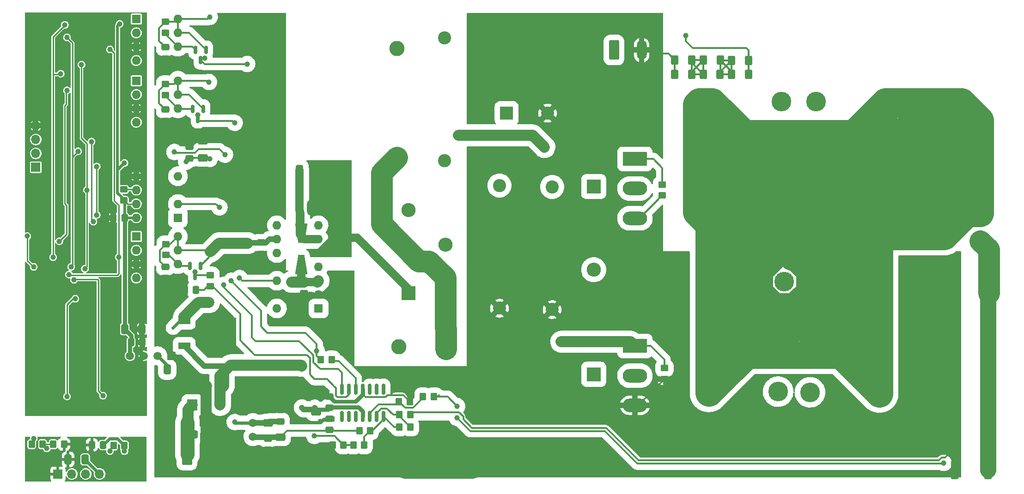
<source format=gbr>
%TF.GenerationSoftware,KiCad,Pcbnew,(6.0.8)*%
%TF.CreationDate,2024-04-13T01:58:17+05:30*%
%TF.ProjectId,Lu_Testing,4c755f54-6573-4746-996e-672e6b696361,rev?*%
%TF.SameCoordinates,Original*%
%TF.FileFunction,Copper,L2,Bot*%
%TF.FilePolarity,Positive*%
%FSLAX46Y46*%
G04 Gerber Fmt 4.6, Leading zero omitted, Abs format (unit mm)*
G04 Created by KiCad (PCBNEW (6.0.8)) date 2024-04-13 01:58:17*
%MOMM*%
%LPD*%
G01*
G04 APERTURE LIST*
G04 Aperture macros list*
%AMRoundRect*
0 Rectangle with rounded corners*
0 $1 Rounding radius*
0 $2 $3 $4 $5 $6 $7 $8 $9 X,Y pos of 4 corners*
0 Add a 4 corners polygon primitive as box body*
4,1,4,$2,$3,$4,$5,$6,$7,$8,$9,$2,$3,0*
0 Add four circle primitives for the rounded corners*
1,1,$1+$1,$2,$3*
1,1,$1+$1,$4,$5*
1,1,$1+$1,$6,$7*
1,1,$1+$1,$8,$9*
0 Add four rect primitives between the rounded corners*
20,1,$1+$1,$2,$3,$4,$5,0*
20,1,$1+$1,$4,$5,$6,$7,0*
20,1,$1+$1,$6,$7,$8,$9,0*
20,1,$1+$1,$8,$9,$2,$3,0*%
%AMOutline4P*
0 Free polygon, 4 corners , with rotation*
0 The origin of the aperture is its center*
0 number of corners: always 4*
0 $1 to $8 corner X, Y*
0 $9 Rotation angle, in degrees counterclockwise*
0 create outline with 4 corners*
4,1,4,$1,$2,$3,$4,$5,$6,$7,$8,$1,$2,$9*%
G04 Aperture macros list end*
%TA.AperFunction,ComponentPad*%
%ADD10R,4.500000X2.500000*%
%TD*%
%TA.AperFunction,ComponentPad*%
%ADD11O,4.500000X2.500000*%
%TD*%
%TA.AperFunction,ComponentPad*%
%ADD12C,2.400000*%
%TD*%
%TA.AperFunction,ComponentPad*%
%ADD13R,1.700000X1.700000*%
%TD*%
%TA.AperFunction,ComponentPad*%
%ADD14O,1.700000X1.700000*%
%TD*%
%TA.AperFunction,ComponentPad*%
%ADD15R,2.400000X2.400000*%
%TD*%
%TA.AperFunction,ComponentPad*%
%ADD16RoundRect,0.250000X-0.650000X-1.550000X0.650000X-1.550000X0.650000X1.550000X-0.650000X1.550000X0*%
%TD*%
%TA.AperFunction,ComponentPad*%
%ADD17O,1.800000X3.600000*%
%TD*%
%TA.AperFunction,ComponentPad*%
%ADD18C,3.600000*%
%TD*%
%TA.AperFunction,ComponentPad*%
%ADD19R,2.600000X2.600000*%
%TD*%
%TA.AperFunction,ComponentPad*%
%ADD20O,2.600000X2.600000*%
%TD*%
%TA.AperFunction,ComponentPad*%
%ADD21C,2.800000*%
%TD*%
%TA.AperFunction,ComponentPad*%
%ADD22R,1.600000X1.600000*%
%TD*%
%TA.AperFunction,ComponentPad*%
%ADD23O,1.600000X1.600000*%
%TD*%
%TA.AperFunction,ComponentPad*%
%ADD24R,1.498600X1.498600*%
%TD*%
%TA.AperFunction,ComponentPad*%
%ADD25C,1.498600*%
%TD*%
%TA.AperFunction,ComponentPad*%
%ADD26R,1.905000X2.000000*%
%TD*%
%TA.AperFunction,ComponentPad*%
%ADD27O,1.905000X2.000000*%
%TD*%
%TA.AperFunction,ComponentPad*%
%ADD28RoundRect,0.250000X1.550000X-0.650000X1.550000X0.650000X-1.550000X0.650000X-1.550000X-0.650000X0*%
%TD*%
%TA.AperFunction,ComponentPad*%
%ADD29O,3.600000X1.800000*%
%TD*%
%TA.AperFunction,SMDPad,CuDef*%
%ADD30RoundRect,0.250000X-0.350000X-0.450000X0.350000X-0.450000X0.350000X0.450000X-0.350000X0.450000X0*%
%TD*%
%TA.AperFunction,SMDPad,CuDef*%
%ADD31RoundRect,0.250000X0.475000X-0.337500X0.475000X0.337500X-0.475000X0.337500X-0.475000X-0.337500X0*%
%TD*%
%TA.AperFunction,SMDPad,CuDef*%
%ADD32RoundRect,0.250000X0.337500X0.475000X-0.337500X0.475000X-0.337500X-0.475000X0.337500X-0.475000X0*%
%TD*%
%TA.AperFunction,SMDPad,CuDef*%
%ADD33RoundRect,0.250000X-0.337500X-0.475000X0.337500X-0.475000X0.337500X0.475000X-0.337500X0.475000X0*%
%TD*%
%TA.AperFunction,SMDPad,CuDef*%
%ADD34RoundRect,0.249999X-0.450001X-1.425001X0.450001X-1.425001X0.450001X1.425001X-0.450001X1.425001X0*%
%TD*%
%TA.AperFunction,SMDPad,CuDef*%
%ADD35RoundRect,0.250000X0.450000X-0.350000X0.450000X0.350000X-0.450000X0.350000X-0.450000X-0.350000X0*%
%TD*%
%TA.AperFunction,SMDPad,CuDef*%
%ADD36RoundRect,0.250000X-0.400000X-0.625000X0.400000X-0.625000X0.400000X0.625000X-0.400000X0.625000X0*%
%TD*%
%TA.AperFunction,SMDPad,CuDef*%
%ADD37RoundRect,0.250000X-0.475000X0.337500X-0.475000X-0.337500X0.475000X-0.337500X0.475000X0.337500X0*%
%TD*%
%TA.AperFunction,SMDPad,CuDef*%
%ADD38RoundRect,0.150000X-0.150000X0.587500X-0.150000X-0.587500X0.150000X-0.587500X0.150000X0.587500X0*%
%TD*%
%TA.AperFunction,SMDPad,CuDef*%
%ADD39RoundRect,0.250000X-0.650000X0.412500X-0.650000X-0.412500X0.650000X-0.412500X0.650000X0.412500X0*%
%TD*%
%TA.AperFunction,SMDPad,CuDef*%
%ADD40RoundRect,0.250000X0.650000X-0.412500X0.650000X0.412500X-0.650000X0.412500X-0.650000X-0.412500X0*%
%TD*%
%TA.AperFunction,SMDPad,CuDef*%
%ADD41RoundRect,0.250000X-0.450000X0.350000X-0.450000X-0.350000X0.450000X-0.350000X0.450000X0.350000X0*%
%TD*%
%TA.AperFunction,SMDPad,CuDef*%
%ADD42RoundRect,0.250000X0.412500X0.650000X-0.412500X0.650000X-0.412500X-0.650000X0.412500X-0.650000X0*%
%TD*%
%TA.AperFunction,SMDPad,CuDef*%
%ADD43R,2.200000X1.200000*%
%TD*%
%TA.AperFunction,SMDPad,CuDef*%
%ADD44R,6.400000X5.800000*%
%TD*%
%TA.AperFunction,SMDPad,CuDef*%
%ADD45RoundRect,0.250000X0.350000X0.450000X-0.350000X0.450000X-0.350000X-0.450000X0.350000X-0.450000X0*%
%TD*%
%TA.AperFunction,SMDPad,CuDef*%
%ADD46Outline4P,-1.800000X-1.150000X1.800000X-0.550000X1.800000X0.550000X-1.800000X1.150000X270.000000*%
%TD*%
%TA.AperFunction,SMDPad,CuDef*%
%ADD47Outline4P,-1.800000X-1.150000X1.800000X-0.550000X1.800000X0.550000X-1.800000X1.150000X90.000000*%
%TD*%
%TA.AperFunction,SMDPad,CuDef*%
%ADD48RoundRect,0.250000X-0.412500X-0.650000X0.412500X-0.650000X0.412500X0.650000X-0.412500X0.650000X0*%
%TD*%
%TA.AperFunction,SMDPad,CuDef*%
%ADD49RoundRect,0.150000X0.150000X-0.825000X0.150000X0.825000X-0.150000X0.825000X-0.150000X-0.825000X0*%
%TD*%
%TA.AperFunction,ViaPad*%
%ADD50C,1.000000*%
%TD*%
%TA.AperFunction,ViaPad*%
%ADD51C,1.200000*%
%TD*%
%TA.AperFunction,Conductor*%
%ADD52C,1.000000*%
%TD*%
%TA.AperFunction,Conductor*%
%ADD53C,1.500000*%
%TD*%
%TA.AperFunction,Conductor*%
%ADD54C,0.300000*%
%TD*%
%TA.AperFunction,Conductor*%
%ADD55C,2.000000*%
%TD*%
%TA.AperFunction,Conductor*%
%ADD56C,4.000000*%
%TD*%
%TA.AperFunction,Conductor*%
%ADD57C,0.700000*%
%TD*%
%TA.AperFunction,Conductor*%
%ADD58C,0.800000*%
%TD*%
%TA.AperFunction,Conductor*%
%ADD59C,0.250000*%
%TD*%
%TA.AperFunction,Conductor*%
%ADD60C,2.500000*%
%TD*%
%TA.AperFunction,Conductor*%
%ADD61C,5.000000*%
%TD*%
%TA.AperFunction,Conductor*%
%ADD62C,0.600000*%
%TD*%
%TA.AperFunction,Conductor*%
%ADD63C,3.000000*%
%TD*%
%TA.AperFunction,Conductor*%
%ADD64C,0.500000*%
%TD*%
G04 APERTURE END LIST*
D10*
%TO.P,Q1,1,G*%
%TO.N,Net-(D4-Pad2)*%
X189029000Y-47879000D03*
D11*
%TO.P,Q1,2,D*%
%TO.N,DC Link+*%
X189029000Y-53329000D03*
%TO.P,Q1,3,S*%
%TO.N,VS*%
X189029000Y-58779000D03*
%TD*%
D12*
%TO.P,C23,1*%
%TO.N,Net-(C23-Pad1)*%
X154432000Y-82730000D03*
%TO.P,C23,2*%
%TO.N,DC Link-*%
X154432000Y-105230000D03*
%TD*%
D13*
%TO.P,J6,1,Pin_1*%
%TO.N,GNDCOMM*%
X83322000Y-105664000D03*
D14*
%TO.P,J6,2,Pin_2*%
%TO.N,RXCOMM*%
X85862000Y-105664000D03*
%TO.P,J6,3,Pin_3*%
%TO.N,TXCOMM*%
X88402000Y-105664000D03*
%TO.P,J6,4,Pin_4*%
%TO.N,5VCOMM*%
X90942000Y-105664000D03*
%TD*%
D15*
%TO.P,C17,1*%
%TO.N,DC Link+*%
X165524246Y-39497000D03*
D12*
%TO.P,C17,2*%
%TO.N,DC Link-*%
X173024246Y-39497000D03*
%TD*%
D16*
%TO.P,J2,1,Pin_1*%
%TO.N,Net-(C13-Pad2)*%
X106951500Y-102215500D03*
D17*
%TO.P,J2,2,Pin_2*%
%TO.N,DC Link-*%
X112031500Y-102215500D03*
%TD*%
D18*
%TO.P,L3,1,1*%
%TO.N,VS*%
X222255000Y-37338000D03*
%TO.P,L3,2,2*%
%TO.N,Net-(C24-Pad2)*%
X234955000Y-37338000D03*
%TD*%
D19*
%TO.P,D5,1,K*%
%TO.N,VS*%
X147574000Y-72517000D03*
D20*
%TO.P,D5,2,A*%
%TO.N,Net-(C20-Pad2)*%
X147574000Y-57277000D03*
%TD*%
D21*
%TO.P,R11,1*%
%TO.N,DC Link-*%
X145796000Y-102329000D03*
%TO.P,R11,2*%
%TO.N,Net-(C20-Pad2)*%
X145796000Y-82329000D03*
%TD*%
D22*
%TO.P,U4,1,LO*%
%TO.N,Net-(D8-Pad1)*%
X131064000Y-75311000D03*
D23*
%TO.P,U4,2,COM*%
%TO.N,DC Link-*%
X131064000Y-72771000D03*
%TO.P,U4,3,VCC*%
%TO.N,+15V*%
X131064000Y-70231000D03*
%TO.P,U4,4,NC*%
%TO.N,unconnected-(U4-Pad4)*%
X131064000Y-67691000D03*
%TO.P,U4,5,VS*%
%TO.N,VS*%
X131064000Y-65151000D03*
%TO.P,U4,6,VB*%
%TO.N,Net-(C10-Pad2)*%
X131064000Y-62611000D03*
%TO.P,U4,7,HO*%
%TO.N,Net-(D4-Pad1)*%
X131064000Y-60071000D03*
%TO.P,U4,8,NC*%
%TO.N,unconnected-(U4-Pad8)*%
X123444000Y-60071000D03*
%TO.P,U4,9,VDD*%
%TO.N,+5V*%
X123444000Y-62611000D03*
%TO.P,U4,10,HIN*%
%TO.N,HIN*%
X123444000Y-65151000D03*
%TO.P,U4,11,SD*%
%TO.N,DC Link-*%
X123444000Y-67691000D03*
%TO.P,U4,12,LIN*%
%TO.N,LIN*%
X123444000Y-70231000D03*
%TO.P,U4,13,VSS*%
%TO.N,DC Link-*%
X123444000Y-72771000D03*
%TO.P,U4,14,NC*%
%TO.N,unconnected-(U4-Pad14)*%
X123444000Y-75311000D03*
%TD*%
D22*
%TO.P,U8,1,NC*%
%TO.N,unconnected-(U8-Pad1)*%
X97673000Y-33538000D03*
D23*
%TO.P,U8,2,A*%
%TO.N,DLIN*%
X97673000Y-36078000D03*
%TO.P,U8,3,C*%
%TO.N,GNDD*%
X97673000Y-38618000D03*
%TO.P,U8,4*%
%TO.N,N/C*%
X97673000Y-41158000D03*
%TO.P,U8,5,GND*%
%TO.N,DC Link-*%
X105293000Y-41158000D03*
%TO.P,U8,6,VO*%
%TO.N,Net-(Q5-Pad1)*%
X105293000Y-38618000D03*
%TO.P,U8,7,EN*%
%TO.N,+5V*%
X105293000Y-36078000D03*
%TO.P,U8,8,VCC*%
X105293000Y-33538000D03*
%TD*%
D24*
%TO.P,U15,1,GND*%
%TO.N,DC Link-*%
X104140000Y-83997800D03*
D25*
%TO.P,U15,2,VIN*%
%TO.N,+5V*%
X101600000Y-83997800D03*
%TO.P,U15,3,0V*%
%TO.N,GNDD*%
X99060000Y-83997800D03*
%TO.P,U15,4,+VO*%
%TO.N,+5VD*%
X96520000Y-83997800D03*
%TD*%
D12*
%TO.P,C24,1*%
%TO.N,DC Link-*%
X241409500Y-84582000D03*
%TO.P,C24,2*%
%TO.N,Net-(C24-Pad2)*%
X241409500Y-62082000D03*
%TD*%
D22*
%TO.P,U7,1,NC*%
%TO.N,unconnected-(U7-Pad1)*%
X97673000Y-22235000D03*
D23*
%TO.P,U7,2,A*%
%TO.N,DHIN*%
X97673000Y-24775000D03*
%TO.P,U7,3,C*%
%TO.N,GNDD*%
X97673000Y-27315000D03*
%TO.P,U7,4*%
%TO.N,N/C*%
X97673000Y-29855000D03*
%TO.P,U7,5,GND*%
%TO.N,DC Link-*%
X105293000Y-29855000D03*
%TO.P,U7,6,VO*%
%TO.N,Net-(Q4-Pad1)*%
X105293000Y-27315000D03*
%TO.P,U7,7,EN*%
%TO.N,+5V*%
X105293000Y-24775000D03*
%TO.P,U7,8,VCC*%
X105293000Y-22235000D03*
%TD*%
D19*
%TO.P,D7,1,K*%
%TO.N,VS*%
X181483000Y-87376000D03*
D20*
%TO.P,D7,2,A*%
%TO.N,DC Link-*%
X181483000Y-102616000D03*
%TD*%
D24*
%TO.P,U3,1,GND*%
%TO.N,DC Link-*%
X119049800Y-93726000D03*
D25*
%TO.P,U3,2,VIN*%
%TO.N,+5V*%
X119049800Y-96266000D03*
%TO.P,U3,3,0V*%
%TO.N,-5V*%
X119049800Y-98806000D03*
%TO.P,U3,4,+VO*%
%TO.N,DC Link-*%
X119049800Y-101346000D03*
%TD*%
D13*
%TO.P,J5,1,Pin_1*%
%TO.N,+3.3V*%
X79248000Y-49403000D03*
D14*
%TO.P,J5,2,Pin_2*%
%TO.N,SWDIO*%
X79248000Y-46863000D03*
%TO.P,J5,3,Pin_3*%
%TO.N,SWCLK*%
X79248000Y-44323000D03*
%TO.P,J5,4,Pin_4*%
%TO.N,GNDD*%
X79248000Y-41783000D03*
%TD*%
D18*
%TO.P,L1,1,1*%
%TO.N,VS*%
X215900000Y-37338000D03*
%TO.P,L1,2,2*%
%TO.N,Net-(C24-Pad2)*%
X203200000Y-37338000D03*
%TD*%
%TO.P,L2,1,1*%
%TO.N,VS*%
X216408000Y-70353000D03*
%TO.P,L2,2,2*%
%TO.N,Net-(C24-Pad2)*%
X216408000Y-57653000D03*
%TD*%
D12*
%TO.P,C20,1*%
%TO.N,DC Link+*%
X154178000Y-25707000D03*
%TO.P,C20,2*%
%TO.N,Net-(C20-Pad2)*%
X154178000Y-48207000D03*
%TD*%
D22*
%TO.P,U10,1,NC*%
%TO.N,unconnected-(U10-Pad1)*%
X105283000Y-58674000D03*
D23*
%TO.P,U10,2,A*%
%TO.N,CO*%
X105283000Y-56134000D03*
%TO.P,U10,3,C*%
%TO.N,DC Link-*%
X105283000Y-53594000D03*
%TO.P,U10,4*%
%TO.N,N/C*%
X105283000Y-51054000D03*
%TO.P,U10,5,GND*%
%TO.N,GNDD*%
X97663000Y-51054000D03*
%TO.P,U10,6,VO*%
%TO.N,DFB*%
X97663000Y-53594000D03*
%TO.P,U10,7,EN*%
%TO.N,+5VD*%
X97663000Y-56134000D03*
%TO.P,U10,8,VCC*%
X97663000Y-58674000D03*
%TD*%
D12*
%TO.P,C4,1*%
%TO.N,DC Link-*%
X173863000Y-75512000D03*
%TO.P,C4,2*%
%TO.N,DC Link+*%
X173863000Y-53012000D03*
%TD*%
%TO.P,C11,1*%
%TO.N,DC Link-*%
X164211000Y-75258000D03*
%TO.P,C11,2*%
%TO.N,DC Link+*%
X164211000Y-52758000D03*
%TD*%
D26*
%TO.P,U2,1,VI*%
%TO.N,Net-(C13-Pad2)*%
X107950000Y-93020000D03*
D27*
%TO.P,U2,2,GND*%
%TO.N,DC Link-*%
X110490000Y-93020000D03*
%TO.P,U2,3,VO*%
%TO.N,+15V*%
X113030000Y-93020000D03*
%TD*%
D22*
%TO.P,U6,1,NC*%
%TO.N,unconnected-(U6-Pad1)*%
X97673000Y-62113000D03*
D23*
%TO.P,U6,2,A*%
%TO.N,DPWMADJ*%
X97673000Y-64653000D03*
%TO.P,U6,3,C*%
%TO.N,GNDD*%
X97673000Y-67193000D03*
%TO.P,U6,4*%
%TO.N,N/C*%
X97673000Y-69733000D03*
%TO.P,U6,5,GND*%
%TO.N,DC Link-*%
X105293000Y-69733000D03*
%TO.P,U6,6,VO*%
%TO.N,Net-(Q3-Pad1)*%
X105293000Y-67193000D03*
%TO.P,U6,7,EN*%
%TO.N,+5V*%
X105293000Y-64653000D03*
%TO.P,U6,8,VCC*%
X105293000Y-62113000D03*
%TD*%
D10*
%TO.P,Q2,1,G*%
%TO.N,Net-(D8-Pad2)*%
X189029000Y-82180000D03*
D11*
%TO.P,Q2,2,D*%
%TO.N,VS*%
X189029000Y-87630000D03*
%TO.P,Q2,3,S*%
%TO.N,DC Link-*%
X189029000Y-93080000D03*
%TD*%
D18*
%TO.P,L4,1,1*%
%TO.N,VS*%
X221107000Y-90678000D03*
%TO.P,L4,2,2*%
%TO.N,Net-(C24-Pad2)*%
X233807000Y-90678000D03*
%TD*%
D19*
%TO.P,D3,1,K*%
%TO.N,DC Link+*%
X181483000Y-52959000D03*
D20*
%TO.P,D3,2,A*%
%TO.N,VS*%
X181483000Y-68199000D03*
%TD*%
D28*
%TO.P,J3,1,Pin_1*%
%TO.N,Net-(J3-Pad1)*%
X252312000Y-62900500D03*
D29*
%TO.P,J3,2,Pin_2*%
%TO.N,Net-(C24-Pad2)*%
X252312000Y-57820500D03*
%TD*%
D19*
%TO.P,D6,1,K*%
%TO.N,Net-(C23-Pad1)*%
X154305000Y-78867000D03*
D20*
%TO.P,D6,2,A*%
%TO.N,VS*%
X154305000Y-63627000D03*
%TD*%
D21*
%TO.P,R9,1*%
%TO.N,Net-(C23-Pad1)*%
X145415000Y-47592000D03*
%TO.P,R9,2*%
%TO.N,DC Link+*%
X145415000Y-27592000D03*
%TD*%
D18*
%TO.P,L5,1,1*%
%TO.N,VS*%
X215260000Y-90563000D03*
%TO.P,L5,2,2*%
%TO.N,Net-(C24-Pad2)*%
X202560000Y-90563000D03*
%TD*%
D16*
%TO.P,J1,1,Pin_1*%
%TO.N,DC Link+*%
X185183500Y-27920500D03*
D17*
%TO.P,J1,2,Pin_2*%
%TO.N,DC Link-*%
X190263500Y-27920500D03*
%TD*%
D30*
%TO.P,R49,1*%
%TO.N,TXCOMM*%
X93488000Y-100457000D03*
%TO.P,R49,2*%
%TO.N,5VCOMM*%
X95488000Y-100457000D03*
%TD*%
D31*
%TO.P,C1,1*%
%TO.N,DC Link-*%
X120509000Y-65299500D03*
%TO.P,C1,2*%
%TO.N,+5V*%
X120509000Y-63224500D03*
%TD*%
D32*
%TO.P,C16,1*%
%TO.N,VS*%
X129688500Y-57404000D03*
%TO.P,C16,2*%
%TO.N,Net-(C10-Pad2)*%
X127613500Y-57404000D03*
%TD*%
D33*
%TO.P,C32,1*%
%TO.N,DC Link-*%
X106531500Y-71882000D03*
%TO.P,C32,2*%
%TO.N,Net-(C32-Pad2)*%
X108606500Y-71882000D03*
%TD*%
D34*
%TO.P,R27,1*%
%TO.N,DC Link-*%
X247630500Y-100891000D03*
%TO.P,R27,2*%
%TO.N,Net-(J3-Pad1)*%
X253730500Y-100891000D03*
%TD*%
%TO.P,R19,1*%
%TO.N,DC Link-*%
X247757500Y-76507000D03*
%TO.P,R19,2*%
%TO.N,Net-(J3-Pad1)*%
X253857500Y-76507000D03*
%TD*%
D30*
%TO.P,R30,1*%
%TO.N,A0*%
X137430000Y-100330000D03*
%TO.P,R30,2*%
%TO.N,Net-(R12-Pad1)*%
X139430000Y-100330000D03*
%TD*%
D35*
%TO.P,R42,1*%
%TO.N,+5VD*%
X95377000Y-55483000D03*
%TO.P,R42,2*%
%TO.N,DFB*%
X95377000Y-53483000D03*
%TD*%
D36*
%TO.P,R8,1*%
%TO.N,Net-(R2-Pad2)*%
X206730000Y-29833000D03*
%TO.P,R8,2*%
%TO.N,Net-(D1-Pad1)*%
X209830000Y-29833000D03*
%TD*%
D37*
%TO.P,C41,1*%
%TO.N,+5V*%
X102997000Y-27410500D03*
%TO.P,C41,2*%
%TO.N,DC Link-*%
X102997000Y-29485500D03*
%TD*%
D30*
%TO.P,R28,1*%
%TO.N,-5V*%
X138538028Y-97705236D03*
%TO.P,R28,2*%
%TO.N,Net-(R12-Pad1)*%
X140538028Y-97705236D03*
%TD*%
D34*
%TO.P,R26,1*%
%TO.N,DC Link-*%
X247630500Y-84635000D03*
%TO.P,R26,2*%
%TO.N,Net-(J3-Pad1)*%
X253730500Y-84635000D03*
%TD*%
%TO.P,R25,1*%
%TO.N,DC Link-*%
X247679500Y-80584000D03*
%TO.P,R25,2*%
%TO.N,Net-(J3-Pad1)*%
X253779500Y-80584000D03*
%TD*%
D38*
%TO.P,Q4,1,G*%
%TO.N,Net-(Q4-Pad1)*%
X108524000Y-27891500D03*
%TO.P,Q4,2,S*%
%TO.N,+5V*%
X110424000Y-27891500D03*
%TO.P,Q4,3,D*%
%TO.N,HIN*%
X109474000Y-29766500D03*
%TD*%
D39*
%TO.P,C25,1*%
%TO.N,DC Link-*%
X121793000Y-93179500D03*
%TO.P,C25,2*%
%TO.N,+5V*%
X121793000Y-96304500D03*
%TD*%
D40*
%TO.P,C18,1*%
%TO.N,DC Link-*%
X124079000Y-102019500D03*
%TO.P,C18,2*%
%TO.N,-5V*%
X124079000Y-98894500D03*
%TD*%
D41*
%TO.P,R5,1*%
%TO.N,Net-(D4-Pad2)*%
X194056000Y-52594000D03*
%TO.P,R5,2*%
%TO.N,VS*%
X194056000Y-54594000D03*
%TD*%
D42*
%TO.P,C57,1*%
%TO.N,DC Link-*%
X106464500Y-86487000D03*
%TO.P,C57,2*%
%TO.N,+5V*%
X103339500Y-86487000D03*
%TD*%
D31*
%TO.P,C21,1*%
%TO.N,DC Link-*%
X121793000Y-101240500D03*
%TO.P,C21,2*%
%TO.N,-5V*%
X121793000Y-99165500D03*
%TD*%
D43*
%TO.P,U1,1,VI*%
%TO.N,+15V*%
X106452000Y-82162000D03*
D44*
%TO.P,U1,2,GND*%
%TO.N,DC Link-*%
X112752000Y-79882000D03*
D43*
%TO.P,U1,3,VO*%
%TO.N,+5V*%
X106452000Y-77602000D03*
%TD*%
D37*
%TO.P,C33,1*%
%TO.N,+5V*%
X102997000Y-67669500D03*
%TO.P,C33,2*%
%TO.N,DC Link-*%
X102997000Y-69744500D03*
%TD*%
D30*
%TO.P,R32,1*%
%TO.N,DC Link-*%
X133620000Y-100330000D03*
%TO.P,R32,2*%
%TO.N,A0*%
X135620000Y-100330000D03*
%TD*%
D34*
%TO.P,R22,1*%
%TO.N,DC Link-*%
X247765500Y-72482000D03*
%TO.P,R22,2*%
%TO.N,Net-(J3-Pad1)*%
X253865500Y-72482000D03*
%TD*%
%TO.P,R20,1*%
%TO.N,DC Link-*%
X247630500Y-92763000D03*
%TO.P,R20,2*%
%TO.N,Net-(J3-Pad1)*%
X253730500Y-92763000D03*
%TD*%
D31*
%TO.P,C15,1*%
%TO.N,DC Link-*%
X128397000Y-72538500D03*
%TO.P,C15,2*%
%TO.N,+15V*%
X128397000Y-70463500D03*
%TD*%
D39*
%TO.P,C31,1*%
%TO.N,DC Link-*%
X130632028Y-91147500D03*
%TO.P,C31,2*%
%TO.N,+15V*%
X130632028Y-94272500D03*
%TD*%
D38*
%TO.P,Q5,1,G*%
%TO.N,Net-(Q5-Pad1)*%
X108016000Y-38686500D03*
%TO.P,Q5,2,S*%
%TO.N,+5V*%
X109916000Y-38686500D03*
%TO.P,Q5,3,D*%
%TO.N,LIN*%
X108966000Y-40561500D03*
%TD*%
D45*
%TO.P,R45,1*%
%TO.N,Net-(R45-Pad1)*%
X80502000Y-100203000D03*
%TO.P,R45,2*%
%TO.N,5VCOMM*%
X78502000Y-100203000D03*
%TD*%
D37*
%TO.P,C36,1*%
%TO.N,+5V*%
X102997000Y-38840500D03*
%TO.P,C36,2*%
%TO.N,DC Link-*%
X102997000Y-40915500D03*
%TD*%
D34*
%TO.P,R24,1*%
%TO.N,DC Link-*%
X247630500Y-104955000D03*
%TO.P,R24,2*%
%TO.N,Net-(J3-Pad1)*%
X253730500Y-104955000D03*
%TD*%
%TO.P,R21,1*%
%TO.N,DC Link-*%
X247630500Y-88699000D03*
%TO.P,R21,2*%
%TO.N,Net-(J3-Pad1)*%
X253730500Y-88699000D03*
%TD*%
D37*
%TO.P,C45,1*%
%TO.N,DC Link-*%
X107442000Y-45698500D03*
%TO.P,C45,2*%
%TO.N,+5V*%
X107442000Y-47773500D03*
%TD*%
D30*
%TO.P,R12,1*%
%TO.N,Net-(R12-Pad1)*%
X145888028Y-97070236D03*
%TO.P,R12,2*%
%TO.N,Net-(R12-Pad2)*%
X147888028Y-97070236D03*
%TD*%
D38*
%TO.P,Q3,1,G*%
%TO.N,Net-(Q3-Pad1)*%
X107508000Y-67515500D03*
%TO.P,Q3,2,S*%
%TO.N,+5V*%
X109408000Y-67515500D03*
%TO.P,Q3,3,D*%
%TO.N,Net-(Q3-Pad3)*%
X108458000Y-69390500D03*
%TD*%
D34*
%TO.P,R18,1*%
%TO.N,DC Link-*%
X247757500Y-68379000D03*
%TO.P,R18,2*%
%TO.N,Net-(J3-Pad1)*%
X253857500Y-68379000D03*
%TD*%
D36*
%TO.P,R2,1*%
%TO.N,Net-(R1-Pad2)*%
X201567000Y-29777000D03*
%TO.P,R2,2*%
%TO.N,Net-(R2-Pad2)*%
X204667000Y-29777000D03*
%TD*%
D46*
%TO.P,D2,1,K*%
%TO.N,Net-(C10-Pad2)*%
X127889000Y-61489000D03*
D47*
%TO.P,D2,2,A*%
%TO.N,+15V*%
X127889000Y-67289000D03*
%TD*%
D48*
%TO.P,C55,1*%
%TO.N,+5VD*%
X95551452Y-79107000D03*
%TO.P,C55,2*%
%TO.N,GNDD*%
X98676452Y-79107000D03*
%TD*%
D45*
%TO.P,R29,1*%
%TO.N,DC Link-*%
X147888028Y-94784236D03*
%TO.P,R29,2*%
%TO.N,Net-(R12-Pad2)*%
X145888028Y-94784236D03*
%TD*%
D37*
%TO.P,C30,1*%
%TO.N,DC Link-*%
X133045028Y-91460736D03*
%TO.P,C30,2*%
%TO.N,+15V*%
X133045028Y-93535736D03*
%TD*%
D36*
%TO.P,R7,1*%
%TO.N,Net-(R1-Pad2)*%
X201523000Y-32385000D03*
%TO.P,R7,2*%
%TO.N,Net-(R2-Pad2)*%
X204623000Y-32385000D03*
%TD*%
D40*
%TO.P,C9,1*%
%TO.N,DC Link-*%
X126111000Y-73571500D03*
%TO.P,C9,2*%
%TO.N,+15V*%
X126111000Y-70446500D03*
%TD*%
D37*
%TO.P,C22,1*%
%TO.N,DC Link-*%
X124079000Y-93958500D03*
%TO.P,C22,2*%
%TO.N,+5V*%
X124079000Y-96033500D03*
%TD*%
D41*
%TO.P,R40,1*%
%TO.N,+5V*%
X102997000Y-34179000D03*
%TO.P,R40,2*%
%TO.N,Net-(Q5-Pad1)*%
X102997000Y-36179000D03*
%TD*%
D42*
%TO.P,C8,1*%
%TO.N,DC Link-*%
X110274500Y-96139000D03*
%TO.P,C8,2*%
%TO.N,Net-(C13-Pad2)*%
X107149500Y-96139000D03*
%TD*%
D39*
%TO.P,C46,1*%
%TO.N,DC Link-*%
X109855000Y-44538500D03*
%TO.P,C46,2*%
%TO.N,+5V*%
X109855000Y-47663500D03*
%TD*%
D33*
%TO.P,C54,1*%
%TO.N,+5VD*%
X96711452Y-81520000D03*
%TO.P,C54,2*%
%TO.N,GNDD*%
X98786452Y-81520000D03*
%TD*%
D48*
%TO.P,C5,1*%
%TO.N,DC Link-*%
X110578500Y-89535000D03*
%TO.P,C5,2*%
%TO.N,+15V*%
X113703500Y-89535000D03*
%TD*%
D33*
%TO.P,C50,1*%
%TO.N,GNDCOMM*%
X89513500Y-100330000D03*
%TO.P,C50,2*%
%TO.N,5VCOMM*%
X91588500Y-100330000D03*
%TD*%
D49*
%TO.P,U5,1*%
%TO.N,Net-(R12-Pad1)*%
X142951028Y-95100236D03*
%TO.P,U5,2,-*%
%TO.N,Net-(R12-Pad2)*%
X141681028Y-95100236D03*
%TO.P,U5,3,+*%
%TO.N,Net-(R17-Pad2)*%
X140411028Y-95100236D03*
%TO.P,U5,4,V+*%
%TO.N,+15V*%
X139141028Y-95100236D03*
%TO.P,U5,5,+*%
%TO.N,unconnected-(U5-Pad5)*%
X137871028Y-95100236D03*
%TO.P,U5,6,-*%
%TO.N,unconnected-(U5-Pad6)*%
X136601028Y-95100236D03*
%TO.P,U5,7*%
%TO.N,unconnected-(U5-Pad7)*%
X135331028Y-95100236D03*
%TO.P,U5,8*%
%TO.N,CO*%
X135331028Y-90150236D03*
%TO.P,U5,9,-*%
%TO.N,Net-(C32-Pad2)*%
X136601028Y-90150236D03*
%TO.P,U5,10,+*%
%TO.N,Net-(R33-Pad1)*%
X137871028Y-90150236D03*
%TO.P,U5,11,V-*%
%TO.N,DC Link-*%
X139141028Y-90150236D03*
%TO.P,U5,12,+*%
%TO.N,unconnected-(U5-Pad12)*%
X140411028Y-90150236D03*
%TO.P,U5,13,-*%
%TO.N,unconnected-(U5-Pad13)*%
X141681028Y-90150236D03*
%TO.P,U5,14*%
%TO.N,unconnected-(U5-Pad14)*%
X142951028Y-90150236D03*
%TD*%
D42*
%TO.P,C3,1*%
%TO.N,VS*%
X130721500Y-52578000D03*
%TO.P,C3,2*%
%TO.N,Net-(C10-Pad2)*%
X127596500Y-52578000D03*
%TD*%
D33*
%TO.P,C42,1*%
%TO.N,GNDD*%
X93450500Y-58674000D03*
%TO.P,C42,2*%
%TO.N,+5VD*%
X95525500Y-58674000D03*
%TD*%
D36*
%TO.P,R6,1*%
%TO.N,DC Link-*%
X196316000Y-29718000D03*
%TO.P,R6,2*%
%TO.N,Net-(R1-Pad2)*%
X199416000Y-29718000D03*
%TD*%
D30*
%TO.P,R47,1*%
%TO.N,Net-(R45-Pad1)*%
X82439000Y-100203000D03*
%TO.P,R47,2*%
%TO.N,GNDCOMM*%
X84439000Y-100203000D03*
%TD*%
D41*
%TO.P,R37,1*%
%TO.N,+5V*%
X102997000Y-22749000D03*
%TO.P,R37,2*%
%TO.N,Net-(Q4-Pad1)*%
X102997000Y-24749000D03*
%TD*%
D32*
%TO.P,C13,1*%
%TO.N,DC Link-*%
X110384500Y-98425000D03*
%TO.P,C13,2*%
%TO.N,Net-(C13-Pad2)*%
X108309500Y-98425000D03*
%TD*%
D35*
%TO.P,R34,1*%
%TO.N,Net-(C32-Pad2)*%
X111252000Y-71231000D03*
%TO.P,R34,2*%
%TO.N,Net-(Q3-Pad3)*%
X111252000Y-69231000D03*
%TD*%
D40*
%TO.P,C14,1*%
%TO.N,DC Link-*%
X118110000Y-66459500D03*
%TO.P,C14,2*%
%TO.N,+5V*%
X118110000Y-63334500D03*
%TD*%
D41*
%TO.P,R35,1*%
%TO.N,+5V*%
X103124000Y-63516000D03*
%TO.P,R35,2*%
%TO.N,Net-(Q3-Pad1)*%
X103124000Y-65516000D03*
%TD*%
D42*
%TO.P,C10,1*%
%TO.N,VS*%
X130721500Y-55118000D03*
%TO.P,C10,2*%
%TO.N,Net-(C10-Pad2)*%
X127596500Y-55118000D03*
%TD*%
D48*
%TO.P,C49,1*%
%TO.N,GNDCOMM*%
X85178500Y-102997000D03*
%TO.P,C49,2*%
%TO.N,5VCOMM*%
X88303500Y-102997000D03*
%TD*%
D36*
%TO.P,R3,1*%
%TO.N,Net-(R2-Pad2)*%
X206730000Y-32385000D03*
%TO.P,R3,2*%
%TO.N,Net-(D1-Pad1)*%
X209830000Y-32385000D03*
%TD*%
D37*
%TO.P,C26,1*%
%TO.N,DC Link-*%
X133045028Y-95524736D03*
%TO.P,C26,2*%
%TO.N,-5V*%
X133045028Y-97599736D03*
%TD*%
D41*
%TO.P,R13,1*%
%TO.N,Net-(D8-Pad2)*%
X194437000Y-86249000D03*
%TO.P,R13,2*%
%TO.N,DC Link-*%
X194437000Y-88249000D03*
%TD*%
D45*
%TO.P,R31,1*%
%TO.N,DC Link-*%
X147761028Y-92371236D03*
%TO.P,R31,2*%
%TO.N,Net-(R17-Pad2)*%
X145761028Y-92371236D03*
%TD*%
%TO.P,R17,1*%
%TO.N,Net-(C27-Pad2)*%
X152206028Y-91482236D03*
%TO.P,R17,2*%
%TO.N,Net-(R17-Pad2)*%
X150206028Y-91482236D03*
%TD*%
D36*
%TO.P,R1,1*%
%TO.N,DC Link-*%
X196316000Y-32385000D03*
%TO.P,R1,2*%
%TO.N,Net-(R1-Pad2)*%
X199416000Y-32385000D03*
%TD*%
D45*
%TO.P,R33,1*%
%TO.N,Net-(R33-Pad1)*%
X133461000Y-84709000D03*
%TO.P,R33,2*%
%TO.N,A0*%
X131461000Y-84709000D03*
%TD*%
D34*
%TO.P,R23,1*%
%TO.N,DC Link-*%
X247630500Y-96827000D03*
%TO.P,R23,2*%
%TO.N,Net-(J3-Pad1)*%
X253730500Y-96827000D03*
%TD*%
D42*
%TO.P,C7,1*%
%TO.N,VS*%
X130721500Y-49911000D03*
%TO.P,C7,2*%
%TO.N,Net-(C10-Pad2)*%
X127596500Y-49911000D03*
%TD*%
D50*
%TO.N,DC Link-*%
X132080000Y-90678000D03*
X246380000Y-98679000D03*
X107823000Y-44196000D03*
X121666000Y-26797000D03*
X121920000Y-38227000D03*
X109982000Y-79883000D03*
X121920000Y-52197000D03*
X131394028Y-96054236D03*
%TO.N,Net-(D1-Pad1)*%
X198374000Y-25273000D03*
%TO.N,+15V*%
X128016000Y-93472000D03*
X128016000Y-85852000D03*
%TO.N,+5V*%
X115697000Y-96139000D03*
X106807000Y-48387000D03*
X111125000Y-21844000D03*
X111125000Y-47879000D03*
X110998000Y-74168000D03*
X110998000Y-33782000D03*
X111379000Y-64897000D03*
X106426000Y-76835000D03*
D51*
%TO.N,Net-(D4-Pad2)*%
X172466000Y-45720000D03*
X156718000Y-43561000D03*
D50*
%TO.N,Net-(J3-Pad1)*%
X253730500Y-99202500D03*
%TO.N,GNDD*%
X88000000Y-77000000D03*
X83947000Y-66167000D03*
X78613000Y-69088000D03*
X86995000Y-66929000D03*
X86995000Y-58293000D03*
X91948000Y-55626000D03*
X98552000Y-89535000D03*
X78867000Y-58039000D03*
X92075000Y-43180000D03*
X87122000Y-55626000D03*
X80010000Y-89281000D03*
X78740000Y-66421000D03*
X91948000Y-76835000D03*
X78105000Y-52324000D03*
X93472000Y-56642000D03*
X86106000Y-74676000D03*
X84328000Y-64389000D03*
X84074000Y-56769000D03*
X80137000Y-37846000D03*
X89431133Y-68220068D03*
X86868000Y-89154000D03*
X84201000Y-69596000D03*
%TO.N,Net-(C27-Pad2)*%
X156464000Y-93218000D03*
X156464000Y-95377000D03*
X245618000Y-103632000D03*
D51*
%TO.N,Net-(D8-Pad2)*%
X175514000Y-81407000D03*
D50*
%TO.N,Net-(Q3-Pad3)*%
X108458000Y-68614420D03*
%TO.N,HIN*%
X110198597Y-29425502D03*
X117983000Y-30480000D03*
%TO.N,LIN*%
X115697000Y-41275000D03*
X116586000Y-69723000D03*
X108966000Y-39785420D03*
%TO.N,A0*%
X130302000Y-98679000D03*
X113919000Y-47117000D03*
X104648000Y-46609000D03*
X115062000Y-70231000D03*
X130735311Y-83094189D03*
%TO.N,CO*%
X113665000Y-70993000D03*
X112903000Y-56769000D03*
%TO.N,SWDIO*%
X90424000Y-58166000D03*
X90424000Y-49276000D03*
%TO.N,+5VD*%
X95504000Y-48641000D03*
X94615000Y-23114000D03*
%TO.N,DPWMADJ*%
X94451952Y-65913000D03*
X92837000Y-27813000D03*
X85344000Y-69088000D03*
%TO.N,DHIN*%
X82423000Y-65913000D03*
X83820000Y-32258000D03*
X84582000Y-23301500D03*
%TO.N,DLIN*%
X83566000Y-62992000D03*
X84963000Y-35306000D03*
%TO.N,DA0*%
X84963000Y-25599500D03*
X85725000Y-67691000D03*
X86995000Y-46482000D03*
%TO.N,DFB*%
X87630000Y-30607000D03*
X88243270Y-68053374D03*
X88646000Y-53594000D03*
%TO.N,SWCLK*%
X89813226Y-59385638D03*
X89459500Y-44704000D03*
%TO.N,Net-(C44-Pad1)*%
X77694626Y-62047374D03*
X78867000Y-67691000D03*
%TO.N,RXD*%
X86487000Y-73533000D03*
X84963000Y-91440000D03*
%TO.N,TXD*%
X91567000Y-91313000D03*
X86233000Y-70039500D03*
%TO.N,Net-(R45-Pad1)*%
X81280000Y-100965000D03*
%TO.N,GNDCOMM*%
X89408000Y-101473000D03*
%TO.N,5VCOMM*%
X95504000Y-101473000D03*
X78867000Y-99187000D03*
%TO.N,TXCOMM*%
X92837000Y-101473000D03*
%TD*%
D52*
%TO.N,Net-(C10-Pad2)*%
X128016000Y-57806500D02*
X127613500Y-57404000D01*
D53*
X127613500Y-61721500D02*
X127613500Y-57404000D01*
X128503000Y-62611000D02*
X128016000Y-62124000D01*
X127596500Y-49911000D02*
X127596500Y-57387000D01*
X127596500Y-57387000D02*
X127613500Y-57404000D01*
X128503000Y-62611000D02*
X127613500Y-61721500D01*
D52*
X128016000Y-62124000D02*
X128016000Y-57806500D01*
D53*
X131064000Y-62611000D02*
X128503000Y-62611000D01*
D54*
%TO.N,DC Link-*%
X194437000Y-88249000D02*
X189606000Y-93080000D01*
D55*
X110490000Y-89623500D02*
X110578500Y-89535000D01*
D54*
X245224497Y-102682000D02*
X245839500Y-102682000D01*
X245839500Y-102682000D02*
X247630500Y-100891000D01*
X183763528Y-97190000D02*
X189732528Y-103159000D01*
X196316000Y-32385000D02*
X196316000Y-29718000D01*
D55*
X110490000Y-95923500D02*
X110490000Y-94869000D01*
D52*
X124079000Y-102019500D02*
X122572000Y-102019500D01*
D56*
X146939000Y-104521000D02*
X159131000Y-104521000D01*
D54*
X195192500Y-28594500D02*
X193694500Y-28594500D01*
X157579898Y-95150102D02*
X157579898Y-95644370D01*
D55*
X110490000Y-98319500D02*
X110384500Y-98425000D01*
X110490000Y-94869000D02*
X110490000Y-98319500D01*
D57*
X133909528Y-92325236D02*
X133959528Y-92375236D01*
D54*
X143349556Y-91575236D02*
X139658946Y-91575236D01*
D52*
X122572000Y-93958500D02*
X121793000Y-93179500D01*
D56*
X145796000Y-103378000D02*
X146939000Y-104521000D01*
D54*
X143703556Y-91221236D02*
X143349556Y-91575236D01*
D55*
X110384500Y-98425000D02*
X110384500Y-100568500D01*
D54*
X244747497Y-103159000D02*
X245224497Y-102682000D01*
X147761028Y-92371236D02*
X146611028Y-91221236D01*
D58*
X132262292Y-90678000D02*
X133045028Y-91460736D01*
D54*
X246380000Y-98077500D02*
X247630500Y-96827000D01*
X104923500Y-29485500D02*
X105293000Y-29855000D01*
X139658946Y-91575236D02*
X139141028Y-91057318D01*
D52*
X121793000Y-101240500D02*
X119155300Y-101240500D01*
D58*
X133045028Y-91460736D02*
X133909528Y-92325236D01*
X130632028Y-90681736D02*
X132266028Y-90681736D01*
D54*
X102997000Y-69744500D02*
X105281500Y-69744500D01*
D58*
X132076264Y-90681736D02*
X130632028Y-90681736D01*
D54*
X105281500Y-69744500D02*
X105293000Y-69733000D01*
X246380000Y-98679000D02*
X246380000Y-98077500D01*
D56*
X145796000Y-102329000D02*
X145796000Y-103378000D01*
D54*
X156791503Y-94361000D02*
X148311264Y-94361000D01*
X189732528Y-103159000D02*
X244747497Y-103159000D01*
D52*
X119155300Y-101240500D02*
X119049800Y-101346000D01*
D54*
X110274500Y-96139000D02*
X110490000Y-95923500D01*
X131923528Y-95524736D02*
X131394028Y-96054236D01*
D56*
X161036000Y-102616000D02*
X181483000Y-102616000D01*
D58*
X132080000Y-90678000D02*
X132076264Y-90681736D01*
D54*
X148311264Y-94361000D02*
X147888028Y-94784236D01*
X157579898Y-95644370D02*
X159125528Y-97190000D01*
X193694500Y-28594500D02*
X193020500Y-27920500D01*
D55*
X110490000Y-94869000D02*
X110490000Y-93020000D01*
D54*
X133045028Y-95524736D02*
X131923528Y-95524736D01*
D57*
X137823110Y-92375236D02*
X137873110Y-92325236D01*
D58*
X137873110Y-92325236D02*
X139141028Y-91057318D01*
D59*
X104140000Y-83997800D02*
X104140000Y-84162500D01*
D54*
X119596300Y-93179500D02*
X119049800Y-93726000D01*
X157579898Y-95644370D02*
X157579898Y-95149395D01*
D58*
X132080000Y-90678000D02*
X132262292Y-90678000D01*
D55*
X110490000Y-93020000D02*
X110490000Y-89623500D01*
D54*
X189606000Y-93080000D02*
X189029000Y-93080000D01*
X102997000Y-40915500D02*
X105050500Y-40915500D01*
X157579898Y-95149395D02*
X156791503Y-94361000D01*
D58*
X132266028Y-90681736D02*
X133045028Y-91460736D01*
D55*
X110384500Y-100568500D02*
X112031500Y-102215500D01*
D58*
X139141028Y-91057318D02*
X139141028Y-90150236D01*
D52*
X124079000Y-93958500D02*
X122572000Y-93958500D01*
D54*
X105050500Y-40915500D02*
X105293000Y-41158000D01*
X102997000Y-29485500D02*
X104923500Y-29485500D01*
X193020500Y-27920500D02*
X190263500Y-27920500D01*
X146611028Y-91221236D02*
X143703556Y-91221236D01*
D59*
X104140000Y-84162500D02*
X106464500Y-86487000D01*
D56*
X159131000Y-104521000D02*
X161036000Y-102616000D01*
D52*
X122572000Y-102019500D02*
X121793000Y-101240500D01*
D54*
X159125528Y-97190000D02*
X183763528Y-97190000D01*
X196316000Y-29718000D02*
X195192500Y-28594500D01*
D57*
X133959528Y-92375236D02*
X137823110Y-92375236D01*
D52*
X121793000Y-93179500D02*
X119596300Y-93179500D01*
D55*
%TO.N,Net-(C13-Pad2)*%
X106951500Y-102215500D02*
X107061000Y-102106000D01*
X107061000Y-96227500D02*
X107149500Y-96139000D01*
X107149500Y-93820500D02*
X107950000Y-93020000D01*
D60*
X107061000Y-102106000D02*
X107061000Y-96227500D01*
D55*
X107149500Y-96139000D02*
X107149500Y-93820500D01*
D56*
%TO.N,Net-(C23-Pad1)*%
X154432000Y-78994000D02*
X154305000Y-78867000D01*
X154305000Y-78867000D02*
X154305000Y-69635000D01*
X142621000Y-59817000D02*
X142621000Y-50386000D01*
X142621000Y-50386000D02*
X145415000Y-47592000D01*
X154432000Y-82730000D02*
X154432000Y-78994000D01*
X149435000Y-66631000D02*
X142621000Y-59817000D01*
X151301000Y-66631000D02*
X149435000Y-66631000D01*
X154305000Y-69635000D02*
X151301000Y-66631000D01*
D61*
%TO.N,Net-(C24-Pad2)*%
X221763000Y-71503383D02*
X221763000Y-62082000D01*
X245674500Y-62082000D02*
X241409500Y-62082000D01*
X221615000Y-83820000D02*
X221615000Y-78613000D01*
X220837000Y-62082000D02*
X218506000Y-59751000D01*
X232685000Y-62082000D02*
X233812000Y-63209000D01*
X242570000Y-41910000D02*
X242570000Y-41656000D01*
X211582000Y-45720000D02*
X225806000Y-45720000D01*
X211836000Y-45974000D02*
X211582000Y-45720000D01*
X249936000Y-57820500D02*
X238087000Y-45971500D01*
X226314000Y-56881000D02*
X226314000Y-61341000D01*
X239649000Y-37973000D02*
X239014000Y-37338000D01*
X211836000Y-60198000D02*
X211836000Y-45974000D01*
X247269000Y-37338000D02*
X239014000Y-37338000D01*
X226189500Y-46103500D02*
X234955000Y-37338000D01*
X211808000Y-68447617D02*
X217263617Y-62992000D01*
X221747000Y-50546000D02*
X223903500Y-48389500D01*
X226700000Y-83820000D02*
X226060000Y-83820000D01*
X209296000Y-43434000D02*
X208216500Y-42354500D01*
X221615000Y-83820000D02*
X213233000Y-83820000D01*
X223962000Y-50099000D02*
X226565500Y-47495500D01*
X223842500Y-48450500D02*
X223903500Y-48389500D01*
X227055000Y-62082000D02*
X221763000Y-62082000D01*
X202565000Y-90817000D02*
X202565000Y-60452000D01*
X232685000Y-62082000D02*
X227055000Y-62082000D01*
X240792000Y-44069000D02*
X239649000Y-42926000D01*
X234945000Y-39116000D02*
X234945000Y-37348000D01*
X216408000Y-50546000D02*
X214312500Y-48450500D01*
X220420192Y-72846192D02*
X221008000Y-72258383D01*
X221763000Y-62082000D02*
X220837000Y-62082000D01*
X230629500Y-43431500D02*
X232026500Y-42034500D01*
X234696000Y-49784000D02*
X234569000Y-49784000D01*
X211582000Y-45720000D02*
X209296000Y-43434000D01*
X226565500Y-47495500D02*
X228724500Y-45336500D01*
X238087000Y-45971500D02*
X232026500Y-45971500D01*
X226060000Y-77343000D02*
X226060000Y-63077000D01*
X213233000Y-83820000D02*
X209562000Y-83820000D01*
X219453500Y-54607500D02*
X216408000Y-57653000D01*
X209562000Y-83820000D02*
X209562000Y-63131000D01*
X213995000Y-48133000D02*
X211582000Y-45720000D01*
X221747000Y-52314000D02*
X219453500Y-54607500D01*
X221747000Y-52314000D02*
X221747000Y-62066000D01*
X246334250Y-61422250D02*
X234696000Y-49784000D01*
X242570000Y-41656000D02*
X246634000Y-41656000D01*
X228724500Y-45336500D02*
X228724500Y-55115500D01*
X218059000Y-60198000D02*
X213995000Y-60198000D01*
X211808000Y-81308000D02*
X216888000Y-76228000D01*
X216408000Y-57653000D02*
X216408000Y-50546000D01*
X248112250Y-59644250D02*
X238087000Y-49619000D01*
X208280000Y-60198000D02*
X203962000Y-60198000D01*
X213995000Y-60198000D02*
X213995000Y-48133000D01*
X252312000Y-57820500D02*
X249936000Y-57820500D01*
X203962000Y-42291000D02*
X203200000Y-41529000D01*
X232026500Y-45971500D02*
X232026500Y-51432500D01*
X226060000Y-83820000D02*
X221615000Y-83820000D01*
X218506000Y-59751000D02*
X218059000Y-60198000D01*
X226060000Y-83820000D02*
X226060000Y-77343000D01*
X229428000Y-86548000D02*
X226700000Y-83820000D01*
X234945000Y-37348000D02*
X234955000Y-37338000D01*
X232026500Y-51432500D02*
X239649000Y-59055000D01*
X248112250Y-59644250D02*
X246334250Y-61422250D01*
X216408000Y-50546000D02*
X221747000Y-50546000D01*
X246634000Y-41656000D02*
X247269000Y-42291000D01*
X205746000Y-87636000D02*
X205613000Y-87503000D01*
X219453500Y-54607500D02*
X223962000Y-50099000D01*
X221747000Y-52314000D02*
X220837000Y-53224000D01*
X214312500Y-48450500D02*
X223842500Y-48450500D01*
X252312000Y-47334000D02*
X247269000Y-42291000D01*
X218313383Y-74953000D02*
X219531192Y-73735191D01*
X226060000Y-63077000D02*
X227055000Y-62082000D01*
X211808000Y-70838000D02*
X211808000Y-72258383D01*
X221615000Y-78613000D02*
X219964000Y-76962000D01*
X214312500Y-48450500D02*
X211582000Y-45720000D01*
X226565500Y-56512500D02*
X229489000Y-59436000D01*
X239014000Y-37338000D02*
X234955000Y-37338000D01*
X223903500Y-48389500D02*
X226189500Y-46103500D01*
X220420192Y-72846192D02*
X221763000Y-71503383D01*
X216888000Y-80165000D02*
X216888000Y-76228000D01*
X221763000Y-69202617D02*
X218473383Y-65913000D01*
X229428000Y-86548000D02*
X229428000Y-65852000D01*
X228724500Y-55115500D02*
X232283000Y-58674000D01*
X221763000Y-71503383D02*
X221763000Y-69202617D01*
X213233000Y-83820000D02*
X216888000Y-80165000D01*
X211808000Y-70838000D02*
X211808000Y-68447617D01*
X248920000Y-37338000D02*
X247269000Y-37338000D01*
X216888000Y-76228000D02*
X217038383Y-76228000D01*
X202565000Y-60452000D02*
X202819000Y-60198000D01*
X200279000Y-37846000D02*
X200787000Y-37338000D01*
X220837000Y-53224000D02*
X220837000Y-62082000D01*
X221008000Y-72258383D02*
X221008000Y-68447617D01*
X200787000Y-37338000D02*
X203200000Y-37338000D01*
X239649000Y-41656000D02*
X239649000Y-37973000D01*
X226565500Y-47495500D02*
X226565500Y-56512500D01*
X217263617Y-62992000D02*
X217551000Y-62992000D01*
X252312000Y-55589000D02*
X252312000Y-51652000D01*
X221747000Y-62066000D02*
X221763000Y-62082000D01*
X211836000Y-60198000D02*
X208280000Y-60198000D01*
X252312000Y-51652000D02*
X242570000Y-41910000D01*
X223962000Y-50099000D02*
X223962000Y-54529000D01*
X230629500Y-43431500D02*
X230629500Y-52575500D01*
X211808000Y-82395000D02*
X211808000Y-76228000D01*
X209562000Y-83820000D02*
X205746000Y-87636000D01*
X252312000Y-51652000D02*
X252312000Y-40730000D01*
X246334250Y-61422250D02*
X245674500Y-62082000D01*
X211808000Y-76228000D02*
X216888000Y-76228000D01*
X239649000Y-41656000D02*
X242570000Y-41656000D01*
X238087000Y-49619000D02*
X238087000Y-45971500D01*
X218473383Y-65913000D02*
X217932000Y-65913000D01*
X229428000Y-65852000D02*
X228981000Y-65405000D01*
X232026500Y-42034500D02*
X234945000Y-39116000D01*
X226060000Y-77343000D02*
X223139000Y-74422000D01*
X239649000Y-42926000D02*
X235204000Y-42926000D01*
X221747000Y-50546000D02*
X226189500Y-46103500D01*
X202819000Y-60198000D02*
X200279000Y-57658000D01*
X214502617Y-74953000D02*
X218313383Y-74953000D01*
X209296000Y-43434000D02*
X209484000Y-43246000D01*
X200279000Y-57658000D02*
X200279000Y-37846000D01*
X232026500Y-42034500D02*
X232026500Y-45971500D01*
X203962000Y-60198000D02*
X203962000Y-42291000D01*
X208280000Y-42418000D02*
X208216500Y-42354500D01*
X230629500Y-52575500D02*
X237109000Y-59055000D01*
X211808000Y-82395000D02*
X211808000Y-62385000D01*
X239649000Y-42926000D02*
X239649000Y-41656000D01*
X221008000Y-68447617D02*
X220234692Y-67674308D01*
X249936000Y-57820500D02*
X248112250Y-59644250D01*
X247269000Y-42291000D02*
X247269000Y-37338000D01*
X208280000Y-60198000D02*
X208280000Y-42418000D01*
X205613000Y-87503000D02*
X205613000Y-62738000D01*
X213233000Y-83820000D02*
X211808000Y-82395000D01*
X213995000Y-60198000D02*
X211836000Y-60198000D01*
X203962000Y-60198000D02*
X202819000Y-60198000D01*
X211808000Y-62385000D02*
X213995000Y-60198000D01*
X211808000Y-76228000D02*
X211808000Y-70838000D01*
X208216500Y-42354500D02*
X203200000Y-37338000D01*
X252312000Y-51652000D02*
X252312000Y-47334000D01*
X223962000Y-54529000D02*
X226314000Y-56881000D01*
X221747000Y-52314000D02*
X221747000Y-50546000D01*
X233812000Y-63209000D02*
X233812000Y-90932000D01*
X211808000Y-82395000D02*
X211808000Y-81308000D01*
X226314000Y-61341000D02*
X227055000Y-62082000D01*
X211808000Y-72258383D02*
X214502617Y-74953000D01*
X217038383Y-76228000D02*
X220420192Y-72846192D01*
X218506000Y-59751000D02*
X216408000Y-57653000D01*
X241409500Y-62082000D02*
X232685000Y-62082000D01*
X228724500Y-45336500D02*
X230629500Y-43431500D01*
X209484000Y-43246000D02*
X229047000Y-43246000D01*
X252312000Y-40730000D02*
X248920000Y-37338000D01*
X221747000Y-52314000D02*
X226314000Y-56881000D01*
X233812000Y-90932000D02*
X229428000Y-86548000D01*
X252312000Y-55589000D02*
X240792000Y-44069000D01*
X205746000Y-87636000D02*
X202565000Y-90817000D01*
X252312000Y-57820500D02*
X252312000Y-55589000D01*
X225806000Y-45720000D02*
X226189500Y-46103500D01*
D54*
%TO.N,Net-(D1-Pad1)*%
X209423000Y-27559000D02*
X209830000Y-27966000D01*
X199644000Y-27559000D02*
X209423000Y-27559000D01*
X198374000Y-26289000D02*
X199644000Y-27559000D01*
X209830000Y-27966000D02*
X209830000Y-29833000D01*
X209830000Y-29833000D02*
X209830000Y-32385000D01*
X198374000Y-25273000D02*
X198374000Y-26289000D01*
D55*
%TO.N,+15V*%
X114935000Y-85725000D02*
X113703500Y-86956500D01*
D58*
X130632028Y-93806736D02*
X132774028Y-93806736D01*
D54*
X128016000Y-70082500D02*
X128380000Y-70446500D01*
D55*
X130831500Y-70463500D02*
X131064000Y-70231000D01*
X113030000Y-91694000D02*
X113030000Y-90208500D01*
D58*
X139141028Y-94149236D02*
X139141028Y-95100236D01*
D52*
X129019528Y-93806736D02*
X128350736Y-93806736D01*
D55*
X113703500Y-89535000D02*
X113703500Y-86956500D01*
D53*
X127889000Y-67289000D02*
X127889000Y-70104000D01*
D54*
X128016000Y-67924000D02*
X128016000Y-70082500D01*
D52*
X130339528Y-93514236D02*
X130632028Y-93806736D01*
D53*
X127889000Y-70104000D02*
X128231500Y-70446500D01*
D52*
X129019528Y-93806736D02*
X130632028Y-93806736D01*
D58*
X133045028Y-93535736D02*
X133155528Y-93425236D01*
D55*
X128380000Y-70446500D02*
X128397000Y-70463500D01*
X128016000Y-85852000D02*
X127889000Y-85725000D01*
X113030000Y-93020000D02*
X113030000Y-91694000D01*
D58*
X133155528Y-93425236D02*
X138417028Y-93425236D01*
D55*
X113030000Y-87630000D02*
X113703500Y-86956500D01*
X113030000Y-90208500D02*
X113703500Y-89535000D01*
D52*
X110142000Y-85852000D02*
X106452000Y-82162000D01*
D58*
X132774028Y-93806736D02*
X133045028Y-93535736D01*
D55*
X127889000Y-85725000D02*
X114935000Y-85725000D01*
D58*
X138417028Y-93425236D02*
X139141028Y-94149236D01*
D55*
X128231500Y-70446500D02*
X128380000Y-70446500D01*
D52*
X128350736Y-93806736D02*
X128016000Y-93472000D01*
D53*
X128397000Y-70463500D02*
X130831500Y-70463500D01*
D55*
X126111000Y-70446500D02*
X128231500Y-70446500D01*
X113030000Y-91694000D02*
X113030000Y-87630000D01*
D52*
X128016000Y-85852000D02*
X110142000Y-85852000D01*
D62*
%TO.N,+5V*%
X121754500Y-96266000D02*
X121793000Y-96304500D01*
X115824000Y-96266000D02*
X115697000Y-96139000D01*
D54*
X107442000Y-47773500D02*
X107420500Y-47773500D01*
X111252000Y-65671500D02*
X111252000Y-64897000D01*
X107307500Y-36078000D02*
X105293000Y-36078000D01*
X109855000Y-47663500D02*
X107552000Y-47663500D01*
D62*
X119049800Y-96266000D02*
X115824000Y-96266000D01*
D54*
X103890000Y-63516000D02*
X105293000Y-62113000D01*
X107307500Y-24775000D02*
X105293000Y-24775000D01*
D62*
X103339500Y-85737300D02*
X101600000Y-83997800D01*
D54*
X109408000Y-67515500D02*
X111252000Y-65671500D01*
D52*
X121412000Y-63246000D02*
X122047000Y-62611000D01*
X122047000Y-62611000D02*
X123444000Y-62611000D01*
D54*
X105293000Y-64653000D02*
X111135000Y-64653000D01*
X110424000Y-27891500D02*
X107307500Y-24775000D01*
X110734000Y-22235000D02*
X105293000Y-22235000D01*
X102997000Y-34179000D02*
X104652000Y-34179000D01*
X101847000Y-37690500D02*
X101847000Y-35329000D01*
X102997000Y-22749000D02*
X104779000Y-22749000D01*
X105293000Y-33538000D02*
X105293000Y-36078000D01*
D55*
X111252000Y-64897000D02*
X112814500Y-63334500D01*
X112814500Y-63334500D02*
X118110000Y-63334500D01*
X106426000Y-76835000D02*
X109093000Y-74168000D01*
D52*
X118198500Y-63246000D02*
X121412000Y-63246000D01*
D54*
X101847000Y-26260500D02*
X101847000Y-23899000D01*
D52*
X119049800Y-96266000D02*
X121754500Y-96266000D01*
D54*
X106426000Y-76835000D02*
X106426000Y-77576000D01*
X118110000Y-63334500D02*
X118198500Y-63246000D01*
X102997000Y-27410500D02*
X101847000Y-26260500D01*
X111125000Y-21844000D02*
X110734000Y-22235000D01*
X110998000Y-33782000D02*
X110754000Y-33538000D01*
X107552000Y-47663500D02*
X107442000Y-47773500D01*
X101974000Y-66646500D02*
X101974000Y-64666000D01*
X103124000Y-63516000D02*
X103890000Y-63516000D01*
X110754000Y-33538000D02*
X105293000Y-33538000D01*
D52*
X124079000Y-96033500D02*
X122064000Y-96033500D01*
D54*
X105293000Y-22235000D02*
X105293000Y-24775000D01*
X104779000Y-22749000D02*
X105293000Y-22235000D01*
X110070500Y-47879000D02*
X109855000Y-47663500D01*
D59*
X103339500Y-86487000D02*
X103339500Y-85737300D01*
D52*
X122064000Y-96033500D02*
X121793000Y-96304500D01*
D55*
X109093000Y-74168000D02*
X110998000Y-74168000D01*
D54*
X102997000Y-38840500D02*
X101847000Y-37690500D01*
X106426000Y-77576000D02*
X106452000Y-77602000D01*
X111125000Y-47879000D02*
X110070500Y-47879000D01*
X101847000Y-23899000D02*
X102997000Y-22749000D01*
X111135000Y-64653000D02*
X111379000Y-64897000D01*
X109916000Y-38686500D02*
X107307500Y-36078000D01*
D62*
X106426000Y-76835000D02*
X104394000Y-78867000D01*
D54*
X105293000Y-62113000D02*
X105293000Y-64653000D01*
X107420500Y-47773500D02*
X106807000Y-48387000D01*
X102997000Y-67669500D02*
X101974000Y-66646500D01*
X104652000Y-34179000D02*
X105293000Y-33538000D01*
X101974000Y-64666000D02*
X103124000Y-63516000D01*
X101847000Y-35329000D02*
X102997000Y-34179000D01*
D55*
X110998000Y-74168000D02*
X110871000Y-74168000D01*
D53*
%TO.N,VS*%
X131191000Y-65151000D02*
X133985000Y-62357000D01*
X147574000Y-71755000D02*
X147574000Y-72517000D01*
X130721500Y-55118000D02*
X130721500Y-49911000D01*
X131064000Y-65151000D02*
X131191000Y-65151000D01*
D54*
X194056000Y-54594000D02*
X189871000Y-58779000D01*
X189871000Y-58779000D02*
X189029000Y-58779000D01*
D53*
X129688500Y-57404000D02*
X129688500Y-56151000D01*
X138176000Y-62357000D02*
X147574000Y-71755000D01*
X132588000Y-57404000D02*
X129688500Y-57404000D01*
X133985000Y-62357000D02*
X133985000Y-58801000D01*
X129688500Y-56151000D02*
X130721500Y-55118000D01*
X133985000Y-58801000D02*
X132588000Y-57404000D01*
X133985000Y-62357000D02*
X138176000Y-62357000D01*
D55*
%TO.N,Net-(D4-Pad2)*%
X156718000Y-43561000D02*
X170307000Y-43561000D01*
X170307000Y-43561000D02*
X172466000Y-45720000D01*
D54*
X192405000Y-47879000D02*
X189029000Y-47879000D01*
X194056000Y-49530000D02*
X192405000Y-47879000D01*
X194056000Y-52594000D02*
X194056000Y-49530000D01*
D63*
%TO.N,Net-(J3-Pad1)*%
X253730500Y-104955000D02*
X253730500Y-99202500D01*
X253730500Y-99202500D02*
X253730500Y-68506000D01*
D56*
X253865500Y-64454000D02*
X252312000Y-62900500D01*
D54*
X254619500Y-69395000D02*
X253730500Y-68506000D01*
X253730500Y-68506000D02*
X253857500Y-68379000D01*
D56*
X253865500Y-72482000D02*
X253865500Y-64454000D01*
D54*
%TO.N,-5V*%
X130378028Y-97705236D02*
X138538028Y-97705236D01*
D52*
X122064000Y-98894500D02*
X121793000Y-99165500D01*
D54*
X129616028Y-97705236D02*
X130378028Y-97705236D01*
D52*
X119138300Y-98894500D02*
X119049800Y-98806000D01*
D54*
X125268264Y-97705236D02*
X124079000Y-98894500D01*
X121433500Y-98806000D02*
X121793000Y-99165500D01*
D52*
X124079000Y-98894500D02*
X122064000Y-98894500D01*
D54*
X130378028Y-97705236D02*
X125268264Y-97705236D01*
D52*
X124079000Y-98894500D02*
X119138300Y-98894500D01*
D54*
X119049800Y-98806000D02*
X121433500Y-98806000D01*
%TO.N,Net-(R1-Pad2)*%
X201523000Y-32385000D02*
X199416000Y-32385000D01*
X201567000Y-29777000D02*
X201567000Y-32341000D01*
X199416000Y-29718000D02*
X201508000Y-29718000D01*
X199416000Y-32385000D02*
X199416000Y-31928000D01*
X199416000Y-30278000D02*
X201523000Y-32385000D01*
X201508000Y-29718000D02*
X201567000Y-29777000D01*
X201567000Y-32341000D02*
X201523000Y-32385000D01*
X199416000Y-31928000D02*
X201567000Y-29777000D01*
X199416000Y-32385000D02*
X199416000Y-29718000D01*
X199416000Y-29718000D02*
X199416000Y-30278000D01*
%TO.N,Net-(R2-Pad2)*%
X206730000Y-29833000D02*
X204723000Y-29833000D01*
X204667000Y-29777000D02*
X206730000Y-31840000D01*
X204623000Y-32385000D02*
X204623000Y-31940000D01*
X204723000Y-29833000D02*
X204667000Y-29777000D01*
X204623000Y-32385000D02*
X206730000Y-32385000D01*
X206730000Y-32385000D02*
X206730000Y-29833000D01*
X204623000Y-31940000D02*
X206730000Y-29833000D01*
X204667000Y-29777000D02*
X204667000Y-32341000D01*
X204667000Y-32341000D02*
X204623000Y-32385000D01*
X206730000Y-31840000D02*
X206730000Y-32385000D01*
%TO.N,Net-(R12-Pad1)*%
X140538028Y-97705236D02*
X140899556Y-97705236D01*
X139430000Y-98813264D02*
X140538028Y-97705236D01*
X142951028Y-95653764D02*
X142951028Y-95100236D01*
X139430000Y-100330000D02*
X139430000Y-98813264D01*
X145888028Y-97070236D02*
X144921028Y-97070236D01*
X144921028Y-97070236D02*
X142951028Y-95100236D01*
X140899556Y-97705236D02*
X142951028Y-95653764D01*
%TO.N,Net-(C27-Pad2)*%
X158877000Y-97790000D02*
X157480000Y-96393000D01*
X157480000Y-96393000D02*
X156464000Y-95377000D01*
X156464000Y-93218000D02*
X154728236Y-91482236D01*
X152206028Y-91482236D02*
X152895028Y-91482236D01*
X245491000Y-103759000D02*
X245618000Y-103632000D01*
X154728236Y-91482236D02*
X152206028Y-91482236D01*
X210566000Y-103759000D02*
X245491000Y-103759000D01*
X189484000Y-103759000D02*
X185420000Y-99695000D01*
X210439000Y-103759000D02*
X210566000Y-103759000D01*
X172847000Y-97790000D02*
X158877000Y-97790000D01*
X152895028Y-91482236D02*
X153130028Y-91247236D01*
X183515000Y-97790000D02*
X172847000Y-97790000D01*
X185420000Y-99695000D02*
X183515000Y-97790000D01*
X210566000Y-103759000D02*
X189484000Y-103759000D01*
%TO.N,Net-(R17-Pad2)*%
X140411028Y-95100236D02*
X140411028Y-94546708D01*
X145761028Y-92371236D02*
X146911028Y-93521236D01*
X146911028Y-93521236D02*
X148400977Y-93521236D01*
X150206028Y-91716185D02*
X150206028Y-91482236D01*
X145253028Y-92879236D02*
X145761028Y-92371236D01*
X140411028Y-94546708D02*
X142078500Y-92879236D01*
X142078500Y-92879236D02*
X145253028Y-92879236D01*
X148400977Y-93521236D02*
X150206028Y-91716185D01*
D55*
%TO.N,Net-(D8-Pad2)*%
X175514000Y-81407000D02*
X188256000Y-81407000D01*
D54*
X191886000Y-82180000D02*
X189029000Y-82180000D01*
X194437000Y-84731000D02*
X194437000Y-86249000D01*
X191886000Y-82180000D02*
X194437000Y-84731000D01*
D55*
X188256000Y-81407000D02*
X189029000Y-82180000D01*
D54*
%TO.N,Net-(R33-Pad1)*%
X134747000Y-84963000D02*
X133461000Y-84963000D01*
X137871028Y-90150236D02*
X137871028Y-88087028D01*
X137871028Y-88087028D02*
X134747000Y-84963000D01*
%TO.N,Net-(C32-Pad2)*%
X116713000Y-76327000D02*
X111744000Y-71358000D01*
X134501236Y-91575236D02*
X134220028Y-91294028D01*
X110093000Y-71882000D02*
X110617000Y-71358000D01*
X134220028Y-89875528D02*
X134220028Y-90188972D01*
X119380000Y-83820000D02*
X116713000Y-81153000D01*
X128905000Y-83820000D02*
X119380000Y-83820000D01*
X134501236Y-91575236D02*
X136135764Y-91575236D01*
X132609500Y-88265000D02*
X130302000Y-88265000D01*
X130302000Y-88265000D02*
X129466000Y-87429000D01*
X136601028Y-90150236D02*
X136601028Y-91109972D01*
X134220028Y-90188972D02*
X134220028Y-91186000D01*
X108606500Y-71882000D02*
X110093000Y-71882000D01*
X136135764Y-91575236D02*
X136601028Y-91109972D01*
X136601028Y-91109972D02*
X136235764Y-91475236D01*
X133932250Y-89587750D02*
X132609500Y-88265000D01*
X111744000Y-71358000D02*
X110617000Y-71358000D01*
X116713000Y-81153000D02*
X116713000Y-76327000D01*
X133932250Y-89587750D02*
X134220028Y-89875528D01*
X129466000Y-87429000D02*
X129466000Y-84381000D01*
X134220028Y-91294028D02*
X134220028Y-90188972D01*
X133498500Y-89154000D02*
X133932250Y-89587750D01*
X129466000Y-84381000D02*
X128905000Y-83820000D01*
%TO.N,Net-(Q3-Pad1)*%
X103124000Y-65516000D02*
X103616000Y-65516000D01*
X105615500Y-67515500D02*
X105293000Y-67193000D01*
X107508000Y-67515500D02*
X105615500Y-67515500D01*
X103616000Y-65516000D02*
X105293000Y-67193000D01*
%TO.N,Net-(Q3-Pad3)*%
X108458000Y-68614420D02*
X108458000Y-69390500D01*
X111252000Y-69231000D02*
X108617500Y-69231000D01*
X108617500Y-69231000D02*
X108458000Y-69390500D01*
%TO.N,Net-(Q4-Pad1)*%
X107947500Y-27315000D02*
X105293000Y-27315000D01*
X102997000Y-24749000D02*
X102997000Y-25019000D01*
X102997000Y-25019000D02*
X105293000Y-27315000D01*
X108524000Y-27891500D02*
X107947500Y-27315000D01*
%TO.N,HIN*%
X110198597Y-29425502D02*
X109814998Y-29425502D01*
X110187500Y-30480000D02*
X117983000Y-30480000D01*
X109474000Y-29766500D02*
X110187500Y-30480000D01*
X109814998Y-29425502D02*
X109474000Y-29766500D01*
%TO.N,Net-(Q5-Pad1)*%
X108016000Y-38686500D02*
X105361500Y-38686500D01*
X105361500Y-38686500D02*
X105293000Y-38618000D01*
X102997000Y-36179000D02*
X102997000Y-36322000D01*
X102997000Y-36322000D02*
X105293000Y-38618000D01*
%TO.N,LIN*%
X117094000Y-70231000D02*
X123444000Y-70231000D01*
X108966000Y-39785420D02*
X108966000Y-40561500D01*
X109298500Y-40894000D02*
X115316000Y-40894000D01*
X115316000Y-40894000D02*
X115697000Y-41275000D01*
X108966000Y-40561500D02*
X109298500Y-40894000D01*
X116586000Y-69723000D02*
X117094000Y-70231000D01*
%TO.N,A0*%
X121666000Y-79756000D02*
X128651000Y-79756000D01*
X135620000Y-100330000D02*
X133969000Y-98679000D01*
X108458000Y-46736000D02*
X109093000Y-46101000D01*
X104648000Y-46609000D02*
X104775000Y-46736000D01*
X130735311Y-83983311D02*
X131461000Y-84709000D01*
X128651000Y-79756000D02*
X130735311Y-81840311D01*
X120523000Y-75692000D02*
X120523000Y-78613000D01*
X120523000Y-78613000D02*
X121666000Y-79756000D01*
X115062000Y-70231000D02*
X120523000Y-75692000D01*
X107627051Y-46736000D02*
X108458000Y-46736000D01*
X104775000Y-46736000D02*
X107627051Y-46736000D01*
X130735311Y-81840311D02*
X130735311Y-83094189D01*
X109093000Y-46101000D02*
X112903000Y-46101000D01*
X130735311Y-83094189D02*
X130735311Y-83983311D01*
X112903000Y-46101000D02*
X113919000Y-47117000D01*
X133969000Y-98679000D02*
X130302000Y-98679000D01*
X135620000Y-100330000D02*
X137430000Y-100330000D01*
%TO.N,CO*%
X130135311Y-85173260D02*
X131387577Y-86425526D01*
X129667000Y-83439000D02*
X129857500Y-83629500D01*
X126238000Y-81280000D02*
X126492000Y-81280000D01*
X135331028Y-90150236D02*
X135331028Y-87075079D01*
X113665000Y-70993000D02*
X113665000Y-71374000D01*
X118618000Y-76327000D02*
X118872000Y-76581000D01*
X112268000Y-56134000D02*
X112903000Y-56769000D01*
X129857500Y-83629500D02*
X130135311Y-83907311D01*
X130135311Y-83907311D02*
X130135311Y-85173260D01*
X113665000Y-71374000D02*
X118618000Y-76327000D01*
X129857500Y-83629500D02*
X127508000Y-81280000D01*
X135331028Y-87075079D02*
X134681474Y-86425526D01*
X118872000Y-80645000D02*
X119507000Y-81280000D01*
X119507000Y-81280000D02*
X126238000Y-81280000D01*
X127508000Y-81280000D02*
X126238000Y-81280000D01*
X118872000Y-76581000D02*
X118872000Y-80645000D01*
X131387577Y-86425526D02*
X134681474Y-86425526D01*
X105283000Y-56134000D02*
X112268000Y-56134000D01*
%TO.N,Net-(R12-Pad2)*%
X144729028Y-94784236D02*
X143586028Y-93641236D01*
X145888028Y-94784236D02*
X144729028Y-94784236D01*
X143586028Y-93641236D02*
X142586500Y-93641236D01*
X142586500Y-93641236D02*
X141681028Y-94546708D01*
X145888028Y-94784236D02*
X145888028Y-95070236D01*
X145888028Y-95070236D02*
X147888028Y-97070236D01*
X141681028Y-94546708D02*
X141681028Y-95100236D01*
D59*
%TO.N,SWDIO*%
X90424000Y-58166000D02*
X90424000Y-49276000D01*
D58*
%TO.N,+5VD*%
X95551452Y-58699952D02*
X95525500Y-58674000D01*
X96711452Y-80267000D02*
X96711452Y-81520000D01*
X95551452Y-79107000D02*
X96711452Y-80267000D01*
D64*
X94227000Y-49918000D02*
X95504000Y-48641000D01*
X95525500Y-58674000D02*
X95525500Y-55421449D01*
D58*
X95551452Y-79107000D02*
X95551452Y-58699952D01*
D64*
X95525500Y-55421449D02*
X94227000Y-54122949D01*
D59*
X95377000Y-55483000D02*
X96028000Y-56134000D01*
X96028000Y-56134000D02*
X97663000Y-56134000D01*
D64*
X94227000Y-49918000D02*
X94227000Y-23502000D01*
X94227000Y-54122949D02*
X94227000Y-49918000D01*
X95525500Y-58674000D02*
X97663000Y-58674000D01*
D58*
X96520000Y-81711452D02*
X96520000Y-83997800D01*
D59*
X96711452Y-81520000D02*
X96520000Y-81711452D01*
D64*
X94227000Y-23502000D02*
X94615000Y-23114000D01*
D59*
%TO.N,DPWMADJ*%
X85344000Y-69088000D02*
X85471000Y-69215000D01*
X85471000Y-69215000D02*
X94197952Y-69215000D01*
X94197952Y-69215000D02*
X94451952Y-68961000D01*
X93599000Y-28448000D02*
X92964000Y-27813000D01*
X94234000Y-56134000D02*
X93599000Y-55499000D01*
X94451952Y-66638952D02*
X94451952Y-65913000D01*
X94451952Y-68961000D02*
X94451952Y-66638952D01*
X94451952Y-66638952D02*
X94451952Y-56351952D01*
X93599000Y-55499000D02*
X93599000Y-28448000D01*
X92964000Y-27813000D02*
X92837000Y-27813000D01*
X94451952Y-56351952D02*
X94234000Y-56134000D01*
%TO.N,DHIN*%
X82423000Y-25527000D02*
X82423000Y-32385000D01*
X82423000Y-32385000D02*
X82423000Y-65913000D01*
X84582000Y-23241000D02*
X84582000Y-23368000D01*
X84582000Y-23368000D02*
X82423000Y-25527000D01*
X83693000Y-32385000D02*
X83820000Y-32258000D01*
X82423000Y-32385000D02*
X83693000Y-32385000D01*
%TO.N,DLIN*%
X84836000Y-37846000D02*
X84836000Y-35433000D01*
X84582000Y-56110273D02*
X84582000Y-38100000D01*
X84899000Y-56427273D02*
X84582000Y-56110273D01*
X84836000Y-35433000D02*
X84963000Y-35306000D01*
X84899000Y-61659000D02*
X84899000Y-56427273D01*
X84582000Y-38100000D02*
X84836000Y-37846000D01*
X83566000Y-62992000D02*
X84899000Y-61659000D01*
%TO.N,DA0*%
X85979000Y-67437000D02*
X85979000Y-47752000D01*
X85979000Y-47752000D02*
X85979000Y-47498000D01*
X85979000Y-47498000D02*
X86995000Y-46482000D01*
X85979000Y-26615500D02*
X84963000Y-25599500D01*
X85725000Y-67691000D02*
X85979000Y-67437000D01*
X85979000Y-47752000D02*
X85979000Y-26615500D01*
%TO.N,DFB*%
X88243270Y-68053374D02*
X88646000Y-67650644D01*
X88646000Y-54991000D02*
X88646000Y-53594000D01*
X88646000Y-45085000D02*
X88646000Y-54991000D01*
X87630000Y-30607000D02*
X87630000Y-44069000D01*
X97552000Y-53483000D02*
X97663000Y-53594000D01*
X88646000Y-67650644D02*
X88646000Y-54991000D01*
X95377000Y-53483000D02*
X97552000Y-53483000D01*
X87630000Y-44069000D02*
X88646000Y-45085000D01*
%TO.N,SWCLK*%
X89471000Y-45783000D02*
X89471000Y-59043412D01*
X89459500Y-45771500D02*
X89471000Y-45783000D01*
X89459500Y-44704000D02*
X89459500Y-45771500D01*
X89471000Y-59043412D02*
X89813226Y-59385638D01*
%TO.N,Net-(C44-Pad1)*%
X78867000Y-67691000D02*
X78843273Y-67691000D01*
X77694626Y-66542353D02*
X77694626Y-62047374D01*
X78843273Y-67691000D02*
X77694626Y-66542353D01*
%TO.N,RXD*%
X84963000Y-91440000D02*
X84963000Y-74652273D01*
X84963000Y-74652273D02*
X86082273Y-73533000D01*
X86082273Y-73533000D02*
X86487000Y-73533000D01*
%TO.N,TXD*%
X86295500Y-69977000D02*
X90551000Y-69977000D01*
X90736866Y-71569134D02*
X90736866Y-70694309D01*
X90551000Y-69977000D02*
X90736866Y-70162866D01*
X91567000Y-91313000D02*
X90736866Y-90482866D01*
X90736866Y-70162866D02*
X90736866Y-71569134D01*
X90736866Y-90482866D02*
X90736866Y-71569134D01*
X86233000Y-70039500D02*
X86295500Y-69977000D01*
%TO.N,Net-(R45-Pad1)*%
X80518000Y-100203000D02*
X81280000Y-100965000D01*
X80502000Y-100203000D02*
X80518000Y-100203000D01*
X80502000Y-100203000D02*
X82439000Y-100203000D01*
%TO.N,GNDCOMM*%
X89513500Y-101367500D02*
X89408000Y-101473000D01*
X89513500Y-100330000D02*
X89513500Y-101367500D01*
D62*
%TO.N,5VCOMM*%
X92731500Y-99187000D02*
X94218000Y-99187000D01*
X88303500Y-103025500D02*
X90942000Y-105664000D01*
D59*
X88303500Y-102997000D02*
X88303500Y-103025500D01*
X78502000Y-100203000D02*
X78502000Y-99552000D01*
X78502000Y-99552000D02*
X78867000Y-99187000D01*
X95504000Y-101473000D02*
X95504000Y-100473000D01*
X95504000Y-100473000D02*
X95488000Y-100457000D01*
D62*
X91588500Y-100330000D02*
X92731500Y-99187000D01*
X94218000Y-99187000D02*
X95488000Y-100457000D01*
D59*
%TO.N,TXCOMM*%
X92837000Y-101108000D02*
X93488000Y-100457000D01*
X92837000Y-101473000D02*
X92837000Y-101108000D01*
%TD*%
%TA.AperFunction,Conductor*%
%TO.N,DC Link-*%
G36*
X101132541Y-85688070D02*
G01*
X101145848Y-85692717D01*
X101150441Y-85693589D01*
X101396773Y-85740356D01*
X101396776Y-85740356D01*
X101401362Y-85741227D01*
X101437717Y-85742656D01*
X101459174Y-85743499D01*
X101526457Y-85766161D01*
X101543321Y-85780306D01*
X101639595Y-85876579D01*
X101673620Y-85938891D01*
X101676500Y-85965675D01*
X101676500Y-87199138D01*
X101676707Y-87201677D01*
X101676707Y-87201689D01*
X101681860Y-87265035D01*
X101687949Y-87339902D01*
X101729826Y-87503000D01*
X100965000Y-87503000D01*
X100965000Y-85807025D01*
X100985002Y-85738904D01*
X101038658Y-85692411D01*
X101108932Y-85682307D01*
X101132541Y-85688070D01*
G37*
%TD.AperFunction*%
%TA.AperFunction,Conductor*%
G36*
X101173512Y-67473519D02*
G01*
X101180095Y-67479648D01*
X101234595Y-67534148D01*
X101268621Y-67596460D01*
X101271500Y-67623243D01*
X101271500Y-68069138D01*
X101271707Y-68071677D01*
X101271707Y-68071689D01*
X101272402Y-68080233D01*
X101282949Y-68209902D01*
X101338463Y-68426113D01*
X101340799Y-68431216D01*
X101340800Y-68431218D01*
X101361000Y-68475338D01*
X101431386Y-68629075D01*
X101434586Y-68633679D01*
X101434587Y-68633681D01*
X101553198Y-68804339D01*
X101558783Y-68812375D01*
X101716625Y-68970217D01*
X101721231Y-68973418D01*
X101721233Y-68973420D01*
X101834485Y-69052132D01*
X101899925Y-69097614D01*
X102026085Y-69155374D01*
X102097782Y-69188200D01*
X102097784Y-69188201D01*
X102102887Y-69190537D01*
X102319098Y-69246051D01*
X102383232Y-69251267D01*
X102457311Y-69257293D01*
X102457323Y-69257293D01*
X102459862Y-69257500D01*
X103534138Y-69257500D01*
X103536677Y-69257293D01*
X103536689Y-69257293D01*
X103610768Y-69251267D01*
X103674902Y-69246051D01*
X103891113Y-69190537D01*
X103896216Y-69188201D01*
X103896218Y-69188200D01*
X103967915Y-69155374D01*
X104094075Y-69097614D01*
X104159515Y-69052132D01*
X104272767Y-68973420D01*
X104272769Y-68973418D01*
X104277375Y-68970217D01*
X104393238Y-68854354D01*
X104455550Y-68820328D01*
X104526365Y-68825393D01*
X104541000Y-68831941D01*
X104568891Y-68846615D01*
X104568895Y-68846617D01*
X104573039Y-68848797D01*
X104577458Y-68850340D01*
X104821273Y-68935484D01*
X104821279Y-68935486D01*
X104825690Y-68937026D01*
X104830283Y-68937898D01*
X105069571Y-68983329D01*
X105088606Y-68986943D01*
X105215616Y-68991933D01*
X105351345Y-68997266D01*
X105351350Y-68997266D01*
X105356013Y-68997449D01*
X105451943Y-68986943D01*
X105617382Y-68968825D01*
X105617387Y-68968824D01*
X105622035Y-68968315D01*
X105737567Y-68937898D01*
X105876309Y-68901370D01*
X105880829Y-68900180D01*
X106017654Y-68841396D01*
X106122407Y-68796391D01*
X106122410Y-68796389D01*
X106126710Y-68794542D01*
X106242407Y-68722947D01*
X106310856Y-68704109D01*
X106378626Y-68725270D01*
X106412485Y-68758633D01*
X106435514Y-68792077D01*
X106470303Y-68842601D01*
X106619949Y-68991987D01*
X106624716Y-68995257D01*
X106624717Y-68995258D01*
X106789548Y-69108331D01*
X106789554Y-69108334D01*
X106794313Y-69111599D01*
X106987554Y-69197434D01*
X107011186Y-69203086D01*
X107021540Y-69205562D01*
X107083140Y-69240860D01*
X107108975Y-69280700D01*
X107114084Y-69293281D01*
X107116789Y-69297696D01*
X107116790Y-69297697D01*
X107138932Y-69333829D01*
X107157500Y-69399664D01*
X107157500Y-70046762D01*
X107157668Y-70049057D01*
X107157668Y-70049059D01*
X107162093Y-70109528D01*
X107164673Y-70144793D01*
X107214214Y-70350355D01*
X107216570Y-70355634D01*
X107289344Y-70518704D01*
X107298840Y-70589062D01*
X107277747Y-70641963D01*
X107256326Y-70672784D01*
X107178386Y-70784925D01*
X107176051Y-70790026D01*
X107105567Y-70943977D01*
X107085463Y-70987887D01*
X107029949Y-71204098D01*
X107018500Y-71344862D01*
X107018500Y-72419138D01*
X107018707Y-72421677D01*
X107018707Y-72421689D01*
X107022341Y-72466361D01*
X107029949Y-72559902D01*
X107085463Y-72776113D01*
X107178386Y-72979075D01*
X107181589Y-72983684D01*
X107181591Y-72983687D01*
X107230776Y-73054456D01*
X107253229Y-73121808D01*
X107235703Y-73190608D01*
X107216406Y-73215460D01*
X104960401Y-75471465D01*
X104958947Y-75473140D01*
X104958941Y-75473147D01*
X104825059Y-75627432D01*
X104825054Y-75627439D01*
X104822145Y-75630791D01*
X104668471Y-75868789D01*
X104666608Y-75872830D01*
X104666607Y-75872832D01*
X104564659Y-76093975D01*
X104549864Y-76126067D01*
X104536244Y-76171609D01*
X104502373Y-76284867D01*
X104468691Y-76397490D01*
X104468029Y-76401894D01*
X104468028Y-76401898D01*
X104443435Y-76565477D01*
X104430498Y-76605118D01*
X104421212Y-76622880D01*
X104421210Y-76622886D01*
X104418259Y-76628530D01*
X104416502Y-76634658D01*
X104416501Y-76634660D01*
X104401575Y-76686713D01*
X104362234Y-76823913D01*
X104351500Y-76944184D01*
X104351500Y-77018125D01*
X104331498Y-77086246D01*
X104314595Y-77107220D01*
X103434255Y-77987560D01*
X103324623Y-78118214D01*
X103321871Y-78122981D01*
X103321868Y-78122985D01*
X103292788Y-78173353D01*
X103210844Y-78315285D01*
X103133015Y-78529120D01*
X103093499Y-78753221D01*
X103093499Y-78980779D01*
X103094455Y-78986198D01*
X103130797Y-79192299D01*
X103133015Y-79204880D01*
X103210844Y-79418715D01*
X103324623Y-79615786D01*
X103328160Y-79620002D01*
X103328162Y-79620004D01*
X103467364Y-79785897D01*
X103470895Y-79790105D01*
X103475103Y-79793636D01*
X103640992Y-79932834D01*
X103645214Y-79936377D01*
X103842285Y-80050156D01*
X103847448Y-80052035D01*
X103847452Y-80052037D01*
X104007195Y-80110178D01*
X104056120Y-80127985D01*
X104061540Y-80128941D01*
X104061541Y-80128941D01*
X104102165Y-80136104D01*
X104280221Y-80167501D01*
X104507779Y-80167501D01*
X104685835Y-80136104D01*
X104726459Y-80128941D01*
X104726460Y-80128941D01*
X104731880Y-80127985D01*
X104780805Y-80110178D01*
X104940548Y-80052037D01*
X104940552Y-80052035D01*
X104945715Y-80050156D01*
X105013774Y-80010862D01*
X105138015Y-79939132D01*
X105138019Y-79939129D01*
X105142786Y-79936377D01*
X105273440Y-79826745D01*
X105860780Y-79239405D01*
X105923092Y-79205379D01*
X105949875Y-79202500D01*
X107609816Y-79202500D01*
X107612603Y-79202251D01*
X107612609Y-79202251D01*
X107698455Y-79194589D01*
X107730087Y-79191766D01*
X107925470Y-79135741D01*
X108105596Y-79041573D01*
X108193354Y-78970000D01*
X108258169Y-78917138D01*
X108263109Y-78913109D01*
X108305851Y-78860702D01*
X108387541Y-78760540D01*
X108387542Y-78760539D01*
X108391573Y-78755596D01*
X108485741Y-78575470D01*
X108541766Y-78380087D01*
X108547088Y-78320452D01*
X108552251Y-78262609D01*
X108552251Y-78262603D01*
X108552500Y-78259816D01*
X108552500Y-77589825D01*
X108572502Y-77521704D01*
X108589405Y-77500730D01*
X109884729Y-76205405D01*
X109947041Y-76171380D01*
X109973824Y-76168500D01*
X111070170Y-76168500D01*
X111280593Y-76153601D01*
X111284948Y-76152663D01*
X111284951Y-76152663D01*
X111553200Y-76094911D01*
X111553202Y-76094911D01*
X111557547Y-76093975D01*
X111823337Y-75995920D01*
X112072660Y-75861393D01*
X112300540Y-75693078D01*
X112327711Y-75666331D01*
X112499249Y-75497465D01*
X112502430Y-75494334D01*
X112505131Y-75490794D01*
X112505137Y-75490788D01*
X112671602Y-75272667D01*
X112671605Y-75272663D01*
X112674304Y-75269126D01*
X112730034Y-75169613D01*
X112810552Y-75025837D01*
X112810555Y-75025832D01*
X112812730Y-75021947D01*
X112816206Y-75012964D01*
X112913341Y-74761885D01*
X112913343Y-74761879D01*
X112914948Y-74757730D01*
X112975706Y-74495607D01*
X112976903Y-74490441D01*
X113011771Y-74428596D01*
X113074539Y-74395419D01*
X113145279Y-74401445D01*
X113188744Y-74429797D01*
X115525595Y-76766648D01*
X115559621Y-76828960D01*
X115562500Y-76855743D01*
X115562500Y-81109963D01*
X115562230Y-81118203D01*
X115557967Y-81183246D01*
X115564896Y-81241787D01*
X115568434Y-81271675D01*
X115568777Y-81274950D01*
X115576919Y-81363560D01*
X115578488Y-81369122D01*
X115579051Y-81372161D01*
X115581501Y-81384481D01*
X115582142Y-81387494D01*
X115582820Y-81393227D01*
X115584533Y-81398744D01*
X115584534Y-81398748D01*
X115609205Y-81478201D01*
X115610142Y-81481364D01*
X115632744Y-81561507D01*
X115632749Y-81561521D01*
X115634314Y-81567069D01*
X115636866Y-81572244D01*
X115637975Y-81575133D01*
X115642611Y-81586752D01*
X115643810Y-81589646D01*
X115645523Y-81595163D01*
X115648213Y-81600275D01*
X115648213Y-81600276D01*
X115686963Y-81673927D01*
X115688461Y-81676867D01*
X115725277Y-81751524D01*
X115725280Y-81751529D01*
X115727835Y-81756710D01*
X115731293Y-81761341D01*
X115732944Y-81764035D01*
X115739621Y-81774618D01*
X115741292Y-81777191D01*
X115743976Y-81782292D01*
X115747548Y-81786823D01*
X115799087Y-81852200D01*
X115801083Y-81854801D01*
X115854349Y-81926133D01*
X115915121Y-81982310D01*
X115918687Y-81985740D01*
X117442352Y-83509405D01*
X117476378Y-83571717D01*
X117471313Y-83642532D01*
X117428766Y-83699368D01*
X117362246Y-83724179D01*
X117353257Y-83724500D01*
X114964375Y-83724500D01*
X114961406Y-83724465D01*
X114960494Y-83724443D01*
X114840523Y-83721616D01*
X114749591Y-83732379D01*
X114743692Y-83732935D01*
X114652407Y-83739399D01*
X114611967Y-83748106D01*
X114600277Y-83750052D01*
X114581290Y-83752299D01*
X114563612Y-83754391D01*
X114563610Y-83754391D01*
X114559186Y-83754915D01*
X114554886Y-83756055D01*
X114554876Y-83756057D01*
X114470709Y-83778374D01*
X114464936Y-83779760D01*
X114379800Y-83798089D01*
X114379798Y-83798089D01*
X114375453Y-83799025D01*
X114371278Y-83800565D01*
X114371279Y-83800565D01*
X114336645Y-83813342D01*
X114325327Y-83816922D01*
X114289647Y-83826382D01*
X114289645Y-83826383D01*
X114285348Y-83827522D01*
X114201050Y-83863218D01*
X114195550Y-83865395D01*
X114109663Y-83897080D01*
X114073263Y-83916721D01*
X114062561Y-83921860D01*
X114028572Y-83936252D01*
X114028568Y-83936254D01*
X114024473Y-83937988D01*
X114000311Y-83952535D01*
X113946057Y-83985199D01*
X113940904Y-83988138D01*
X113920270Y-83999271D01*
X113864272Y-84029485D01*
X113864267Y-84029488D01*
X113860340Y-84031607D01*
X113856749Y-84034259D01*
X113856748Y-84034260D01*
X113827061Y-84056187D01*
X113817195Y-84062779D01*
X113781764Y-84084111D01*
X113736075Y-84121307D01*
X113710790Y-84141892D01*
X113706100Y-84145530D01*
X113659539Y-84179921D01*
X113632460Y-84199922D01*
X113629289Y-84203043D01*
X113629285Y-84203047D01*
X113602981Y-84228942D01*
X113598238Y-84233189D01*
X113598302Y-84233260D01*
X113595913Y-84235417D01*
X113593413Y-84237452D01*
X113535492Y-84295373D01*
X113534891Y-84295971D01*
X113515263Y-84315293D01*
X113452687Y-84348827D01*
X113426871Y-84351500D01*
X110815718Y-84351500D01*
X110747597Y-84331498D01*
X110726623Y-84314595D01*
X108589405Y-82177378D01*
X108555380Y-82115066D01*
X108552500Y-82088283D01*
X108552500Y-81504184D01*
X108550464Y-81481364D01*
X108542299Y-81389886D01*
X108541766Y-81383913D01*
X108485741Y-81188530D01*
X108391573Y-81008404D01*
X108263109Y-80850891D01*
X108105596Y-80722427D01*
X107925470Y-80628259D01*
X107730087Y-80572234D01*
X107698455Y-80569411D01*
X107612609Y-80561749D01*
X107612603Y-80561749D01*
X107609816Y-80561500D01*
X105294184Y-80561500D01*
X105291397Y-80561749D01*
X105291391Y-80561749D01*
X105205545Y-80569411D01*
X105173913Y-80572234D01*
X104978530Y-80628259D01*
X104798404Y-80722427D01*
X104640891Y-80850891D01*
X104512427Y-81008404D01*
X104418259Y-81188530D01*
X104362234Y-81383913D01*
X104361701Y-81389886D01*
X104353537Y-81481364D01*
X104351500Y-81504184D01*
X104351500Y-82819816D01*
X104362234Y-82940087D01*
X104418259Y-83135470D01*
X104512427Y-83315596D01*
X104640891Y-83473109D01*
X104645831Y-83477138D01*
X104655193Y-83484773D01*
X104798404Y-83601573D01*
X104978530Y-83695741D01*
X105173913Y-83751766D01*
X105203325Y-83754391D01*
X105291391Y-83762251D01*
X105291397Y-83762251D01*
X105294184Y-83762500D01*
X105878282Y-83762500D01*
X105946403Y-83782502D01*
X105967377Y-83799405D01*
X108999147Y-86831174D01*
X109010812Y-86844616D01*
X109016083Y-86851636D01*
X109019825Y-86855212D01*
X109019826Y-86855213D01*
X109094516Y-86926588D01*
X109096560Y-86928587D01*
X109125219Y-86957246D01*
X109127177Y-86958906D01*
X109127184Y-86958913D01*
X109134619Y-86965218D01*
X109140173Y-86970219D01*
X109194468Y-87022104D01*
X109198740Y-87025018D01*
X109225965Y-87043590D01*
X109236454Y-87051580D01*
X109265531Y-87076239D01*
X109269964Y-87078892D01*
X109329973Y-87114807D01*
X109336270Y-87118835D01*
X109398300Y-87161149D01*
X109402987Y-87163325D01*
X109402993Y-87163328D01*
X109432887Y-87177204D01*
X109444532Y-87183370D01*
X109477250Y-87202951D01*
X109482057Y-87204844D01*
X109482060Y-87204846D01*
X109547122Y-87230474D01*
X109553994Y-87233419D01*
X109622104Y-87265035D01*
X109627089Y-87266417D01*
X109627093Y-87266419D01*
X109658843Y-87275224D01*
X109671338Y-87279404D01*
X109706822Y-87293381D01*
X109711883Y-87294466D01*
X109780229Y-87309119D01*
X109787487Y-87310901D01*
X109848489Y-87327818D01*
X109859871Y-87330974D01*
X109897780Y-87335025D01*
X109910802Y-87337112D01*
X109943016Y-87344018D01*
X109943024Y-87344019D01*
X109948080Y-87345103D01*
X109953239Y-87345346D01*
X109953244Y-87345347D01*
X110023085Y-87348641D01*
X110030534Y-87349214D01*
X110057950Y-87352143D01*
X110057952Y-87352143D01*
X110061292Y-87352500D01*
X110101968Y-87352500D01*
X110107902Y-87352640D01*
X110194546Y-87356726D01*
X110223190Y-87353361D01*
X110237891Y-87352500D01*
X110904522Y-87352500D01*
X110972643Y-87372502D01*
X111019136Y-87426158D01*
X111030518Y-87479486D01*
X111030334Y-87503000D01*
X104949174Y-87503000D01*
X104954228Y-87483318D01*
X104991051Y-87339902D01*
X104997140Y-87265035D01*
X105002293Y-87201689D01*
X105002293Y-87201677D01*
X105002500Y-87199138D01*
X105002500Y-85774862D01*
X105001793Y-85766161D01*
X104991486Y-85639451D01*
X104991051Y-85634098D01*
X104935537Y-85417887D01*
X104842614Y-85214925D01*
X104715217Y-85031625D01*
X104557375Y-84873783D01*
X104552769Y-84870582D01*
X104552767Y-84870580D01*
X104378681Y-84749587D01*
X104378679Y-84749586D01*
X104374075Y-84746386D01*
X104272594Y-84699924D01*
X104176214Y-84655798D01*
X104176210Y-84655797D01*
X104171113Y-84653463D01*
X104165679Y-84652068D01*
X104165677Y-84652067D01*
X104101887Y-84635688D01*
X104044128Y-84602743D01*
X103381016Y-83939632D01*
X103346991Y-83877319D01*
X103344457Y-83859873D01*
X103335779Y-83743091D01*
X103335779Y-83743088D01*
X103335433Y-83738438D01*
X103278035Y-83484773D01*
X103183773Y-83242379D01*
X103054718Y-83016580D01*
X102893706Y-82812337D01*
X102704273Y-82634137D01*
X102490581Y-82485893D01*
X102486388Y-82483825D01*
X102261513Y-82372929D01*
X102261510Y-82372928D01*
X102257325Y-82370864D01*
X102205314Y-82354215D01*
X102014086Y-82293003D01*
X102009628Y-82291576D01*
X101752933Y-82249770D01*
X101639859Y-82248290D01*
X101497555Y-82246427D01*
X101497552Y-82246427D01*
X101492878Y-82246366D01*
X101235176Y-82281438D01*
X101126257Y-82313185D01*
X101055262Y-82313045D01*
X100995612Y-82274543D01*
X100966247Y-82209904D01*
X100965000Y-82192219D01*
X100965000Y-67568743D01*
X100985002Y-67500622D01*
X101038658Y-67454129D01*
X101108932Y-67444025D01*
X101173512Y-67473519D01*
G37*
%TD.AperFunction*%
%TA.AperFunction,Conductor*%
G36*
X137610121Y-68346002D02*
G01*
X137656614Y-68399658D01*
X137668000Y-68452000D01*
X137668000Y-86256947D01*
X135590973Y-84179921D01*
X135585336Y-84173903D01*
X135542345Y-84124881D01*
X135472373Y-84069720D01*
X135469882Y-84067702D01*
X135405890Y-84014479D01*
X135405880Y-84014472D01*
X135401442Y-84010781D01*
X135396401Y-84007958D01*
X135393779Y-84006156D01*
X135383475Y-83999271D01*
X135380829Y-83997552D01*
X135376292Y-83993976D01*
X135371181Y-83991287D01*
X135371178Y-83991285D01*
X135297527Y-83952535D01*
X135294629Y-83950962D01*
X135221994Y-83910285D01*
X135216955Y-83907463D01*
X135211483Y-83905606D01*
X135208593Y-83904319D01*
X135197171Y-83899412D01*
X135194278Y-83898214D01*
X135189164Y-83895523D01*
X135130539Y-83877319D01*
X135104167Y-83869130D01*
X135101034Y-83868112D01*
X135041690Y-83847969D01*
X134983613Y-83807133D01*
X134967625Y-83781106D01*
X134966374Y-83778374D01*
X134901614Y-83636925D01*
X134877044Y-83601573D01*
X134777420Y-83458233D01*
X134777418Y-83458231D01*
X134774217Y-83453625D01*
X134616375Y-83295783D01*
X134611769Y-83292582D01*
X134611767Y-83292580D01*
X134437681Y-83171587D01*
X134437679Y-83171586D01*
X134433075Y-83168386D01*
X134306857Y-83110599D01*
X134235218Y-83077800D01*
X134235216Y-83077799D01*
X134230113Y-83075463D01*
X134013902Y-83019949D01*
X133949768Y-83014733D01*
X133875689Y-83008707D01*
X133875677Y-83008707D01*
X133873138Y-83008500D01*
X133048862Y-83008500D01*
X133046323Y-83008707D01*
X133046311Y-83008707D01*
X132972232Y-83014733D01*
X132908098Y-83019949D01*
X132691887Y-83075463D01*
X132686784Y-83077799D01*
X132686782Y-83077800D01*
X132513451Y-83157157D01*
X132443187Y-83167327D01*
X132408550Y-83157158D01*
X132306857Y-83110599D01*
X132253246Y-83064055D01*
X132233733Y-83006360D01*
X132221159Y-82853428D01*
X132220736Y-82848278D01*
X132160627Y-82608972D01*
X132062239Y-82382696D01*
X131928216Y-82175528D01*
X131918618Y-82164980D01*
X131887566Y-82101135D01*
X131885811Y-82080180D01*
X131885811Y-81883359D01*
X131886081Y-81875118D01*
X131889967Y-81815835D01*
X131889967Y-81815833D01*
X131890345Y-81810065D01*
X131879878Y-81721638D01*
X131879534Y-81718365D01*
X131871921Y-81635511D01*
X131871392Y-81629751D01*
X131869822Y-81624186D01*
X131869237Y-81621027D01*
X131866829Y-81608918D01*
X131866169Y-81605815D01*
X131865491Y-81600084D01*
X131853512Y-81561507D01*
X131839106Y-81515110D01*
X131838169Y-81511947D01*
X131815567Y-81431804D01*
X131815562Y-81431790D01*
X131813997Y-81426242D01*
X131811445Y-81421067D01*
X131810336Y-81418178D01*
X131805700Y-81406559D01*
X131804501Y-81403665D01*
X131802788Y-81398148D01*
X131761344Y-81319375D01*
X131759850Y-81316444D01*
X131723034Y-81241787D01*
X131723031Y-81241782D01*
X131720476Y-81236601D01*
X131717018Y-81231970D01*
X131715367Y-81229276D01*
X131708690Y-81218693D01*
X131707019Y-81216120D01*
X131704335Y-81211019D01*
X131649213Y-81141096D01*
X131647216Y-81138494D01*
X131597415Y-81071802D01*
X131597414Y-81071801D01*
X131593962Y-81067178D01*
X131533189Y-81011000D01*
X131529624Y-81007571D01*
X129494973Y-78972921D01*
X129489336Y-78966903D01*
X129450157Y-78922228D01*
X129446345Y-78917881D01*
X129376373Y-78862720D01*
X129373882Y-78860702D01*
X129309890Y-78807479D01*
X129309880Y-78807472D01*
X129305442Y-78803781D01*
X129300401Y-78800958D01*
X129297779Y-78799156D01*
X129287475Y-78792271D01*
X129284829Y-78790552D01*
X129280292Y-78786976D01*
X129275181Y-78784287D01*
X129275178Y-78784285D01*
X129201527Y-78745535D01*
X129198629Y-78743962D01*
X129125994Y-78703285D01*
X129120955Y-78700463D01*
X129115483Y-78698606D01*
X129112593Y-78697319D01*
X129101171Y-78692412D01*
X129098278Y-78691214D01*
X129093164Y-78688523D01*
X129039471Y-78671851D01*
X129008167Y-78662130D01*
X129005033Y-78661112D01*
X128926191Y-78634350D01*
X128926190Y-78634350D01*
X128920729Y-78632496D01*
X128915017Y-78631668D01*
X128912090Y-78630965D01*
X128899714Y-78628164D01*
X128896742Y-78627532D01*
X128891227Y-78625820D01*
X128802789Y-78615352D01*
X128799586Y-78614930D01*
X128733878Y-78605403D01*
X128717182Y-78602982D01*
X128717180Y-78602982D01*
X128711470Y-78602154D01*
X128628784Y-78605403D01*
X128623837Y-78605500D01*
X122194744Y-78605500D01*
X122126623Y-78585498D01*
X122105649Y-78568596D01*
X121710405Y-78173353D01*
X121676380Y-78111040D01*
X121673500Y-78084257D01*
X121673500Y-76320802D01*
X121693502Y-76252681D01*
X121747158Y-76206188D01*
X121817432Y-76196084D01*
X121882012Y-76225578D01*
X121910491Y-76261162D01*
X121921215Y-76281121D01*
X121924010Y-76284864D01*
X121924012Y-76284867D01*
X122078542Y-76491807D01*
X122081335Y-76495547D01*
X122084642Y-76498825D01*
X122084647Y-76498831D01*
X122268074Y-76680663D01*
X122271390Y-76683950D01*
X122487205Y-76842192D01*
X122491340Y-76844368D01*
X122491344Y-76844370D01*
X122620918Y-76912542D01*
X122724039Y-76966797D01*
X122728458Y-76968340D01*
X122972273Y-77053484D01*
X122972279Y-77053486D01*
X122976690Y-77055026D01*
X122981283Y-77055898D01*
X123220413Y-77101299D01*
X123239606Y-77104943D01*
X123366616Y-77109933D01*
X123502345Y-77115266D01*
X123502350Y-77115266D01*
X123507013Y-77115449D01*
X123602943Y-77104943D01*
X123768382Y-77086825D01*
X123768387Y-77086824D01*
X123773035Y-77086315D01*
X123888567Y-77055898D01*
X124027309Y-77019370D01*
X124031829Y-77018180D01*
X124156501Y-76964617D01*
X124273407Y-76914391D01*
X124273410Y-76914389D01*
X124277710Y-76912542D01*
X124281690Y-76910079D01*
X124281694Y-76910077D01*
X124501302Y-76774179D01*
X124501306Y-76774176D01*
X124505275Y-76771720D01*
X124519010Y-76760092D01*
X124705960Y-76601828D01*
X124705961Y-76601827D01*
X124709526Y-76598809D01*
X124731920Y-76573274D01*
X124882894Y-76401122D01*
X124882898Y-76401117D01*
X124885976Y-76397607D01*
X124888506Y-76393674D01*
X125028219Y-76176465D01*
X125028222Y-76176460D01*
X125030747Y-76172534D01*
X125032422Y-76168816D01*
X129263500Y-76168816D01*
X129263749Y-76171603D01*
X129263749Y-76171609D01*
X129266835Y-76206188D01*
X129274234Y-76289087D01*
X129330259Y-76484470D01*
X129424427Y-76664596D01*
X129428458Y-76669539D01*
X129428459Y-76669540D01*
X129442465Y-76686713D01*
X129552891Y-76822109D01*
X129557831Y-76826138D01*
X129699146Y-76941391D01*
X129710404Y-76950573D01*
X129716057Y-76953528D01*
X129716058Y-76953529D01*
X129744389Y-76968340D01*
X129890530Y-77044741D01*
X130085913Y-77100766D01*
X130117545Y-77103589D01*
X130203391Y-77111251D01*
X130203397Y-77111251D01*
X130206184Y-77111500D01*
X131921816Y-77111500D01*
X131924603Y-77111251D01*
X131924609Y-77111251D01*
X132010455Y-77103589D01*
X132042087Y-77100766D01*
X132237470Y-77044741D01*
X132383611Y-76968340D01*
X132411942Y-76953529D01*
X132411943Y-76953528D01*
X132417596Y-76950573D01*
X132428855Y-76941391D01*
X132570169Y-76826138D01*
X132575109Y-76822109D01*
X132685535Y-76686713D01*
X132699541Y-76669540D01*
X132699542Y-76669539D01*
X132703573Y-76664596D01*
X132797741Y-76484470D01*
X132853766Y-76289087D01*
X132861165Y-76206188D01*
X132864251Y-76171609D01*
X132864251Y-76171603D01*
X132864500Y-76168816D01*
X132864500Y-74453184D01*
X132853766Y-74332913D01*
X132797741Y-74137530D01*
X132703573Y-73957404D01*
X132641814Y-73881679D01*
X132579138Y-73804831D01*
X132575109Y-73799891D01*
X132570169Y-73795862D01*
X132422540Y-73675459D01*
X132422539Y-73675458D01*
X132417596Y-73671427D01*
X132237470Y-73577259D01*
X132042087Y-73521234D01*
X132010455Y-73518411D01*
X131924609Y-73510749D01*
X131924603Y-73510749D01*
X131921816Y-73510500D01*
X130206184Y-73510500D01*
X130203397Y-73510749D01*
X130203391Y-73510749D01*
X130117545Y-73518411D01*
X130085913Y-73521234D01*
X129890530Y-73577259D01*
X129710404Y-73671427D01*
X129705461Y-73675458D01*
X129705460Y-73675459D01*
X129557831Y-73795862D01*
X129552891Y-73799891D01*
X129548862Y-73804831D01*
X129486187Y-73881679D01*
X129424427Y-73957404D01*
X129330259Y-74137530D01*
X129274234Y-74332913D01*
X129263500Y-74453184D01*
X129263500Y-76168816D01*
X125032422Y-76168816D01*
X125140661Y-75928534D01*
X125196395Y-75730916D01*
X125212032Y-75675473D01*
X125212033Y-75675470D01*
X125213302Y-75670969D01*
X125236224Y-75490788D01*
X125246677Y-75408625D01*
X125246677Y-75408621D01*
X125247075Y-75405495D01*
X125249549Y-75311000D01*
X125247092Y-75277931D01*
X125230064Y-75048788D01*
X125230063Y-75048784D01*
X125229717Y-75044123D01*
X125222667Y-75012964D01*
X125197158Y-74900235D01*
X125170655Y-74783109D01*
X125168962Y-74778755D01*
X125075355Y-74538044D01*
X125075354Y-74538042D01*
X125073662Y-74533691D01*
X124940868Y-74301350D01*
X124775190Y-74091189D01*
X124580269Y-73907825D01*
X124360385Y-73755286D01*
X124356194Y-73753219D01*
X124124559Y-73638989D01*
X124124556Y-73638988D01*
X124120371Y-73636924D01*
X123865497Y-73555338D01*
X123652814Y-73520701D01*
X123605976Y-73513073D01*
X123605975Y-73513073D01*
X123601364Y-73512322D01*
X123462184Y-73510500D01*
X123338451Y-73508880D01*
X123338448Y-73508880D01*
X123333774Y-73508819D01*
X123068605Y-73544907D01*
X123064118Y-73546215D01*
X123064117Y-73546215D01*
X123032817Y-73555338D01*
X122811683Y-73619792D01*
X122807430Y-73621752D01*
X122807429Y-73621753D01*
X122755512Y-73645687D01*
X122568652Y-73731831D01*
X122564743Y-73734394D01*
X122348764Y-73875996D01*
X122348759Y-73876000D01*
X122344851Y-73878562D01*
X122145197Y-74056760D01*
X121974075Y-74262512D01*
X121971652Y-74266505D01*
X121841040Y-74481747D01*
X121835244Y-74491298D01*
X121731755Y-74738091D01*
X121730604Y-74742623D01*
X121730603Y-74742626D01*
X121673881Y-74965971D01*
X121637726Y-75027072D01*
X121574277Y-75058927D01*
X121503679Y-75051422D01*
X121452809Y-75012964D01*
X121436882Y-74992760D01*
X121434905Y-74990183D01*
X121385104Y-74923491D01*
X121385103Y-74923490D01*
X121381651Y-74918867D01*
X121320878Y-74862689D01*
X121317313Y-74859260D01*
X119709784Y-73251731D01*
X118054647Y-71596595D01*
X118020621Y-71534283D01*
X118025686Y-71463468D01*
X118068233Y-71406632D01*
X118134753Y-71381821D01*
X118143742Y-71381500D01*
X121995120Y-71381500D01*
X122063241Y-71401502D01*
X122083826Y-71418017D01*
X122268067Y-71600657D01*
X122268075Y-71600664D01*
X122271390Y-71603950D01*
X122487205Y-71762192D01*
X122491340Y-71764368D01*
X122491344Y-71764370D01*
X122620918Y-71832542D01*
X122724039Y-71886797D01*
X122728458Y-71888340D01*
X122972273Y-71973484D01*
X122972279Y-71973486D01*
X122976690Y-71975026D01*
X123239606Y-72024943D01*
X123366616Y-72029933D01*
X123502345Y-72035266D01*
X123502350Y-72035266D01*
X123507013Y-72035449D01*
X123602943Y-72024943D01*
X123768382Y-72006825D01*
X123768387Y-72006824D01*
X123773035Y-72006315D01*
X123888567Y-71975898D01*
X124027309Y-71939370D01*
X124031829Y-71938180D01*
X124156501Y-71884617D01*
X124273407Y-71834391D01*
X124273410Y-71834389D01*
X124277710Y-71832542D01*
X124281690Y-71830079D01*
X124281694Y-71830077D01*
X124432694Y-71736635D01*
X124501146Y-71717797D01*
X124568916Y-71738958D01*
X124588092Y-71754684D01*
X124655625Y-71822217D01*
X124660233Y-71825420D01*
X124661146Y-71826183D01*
X124671490Y-71835872D01*
X124720070Y-71886797D01*
X124761199Y-71929912D01*
X124983680Y-72105301D01*
X125093927Y-72169337D01*
X125224807Y-72245359D01*
X125224813Y-72245362D01*
X125228654Y-72247593D01*
X125232777Y-72249263D01*
X125485808Y-72351751D01*
X125491232Y-72353948D01*
X125495545Y-72355019D01*
X125495550Y-72355021D01*
X125761856Y-72421172D01*
X125761861Y-72421173D01*
X125766177Y-72422245D01*
X125770605Y-72422699D01*
X125770607Y-72422699D01*
X125816881Y-72427440D01*
X126007790Y-72447000D01*
X128124277Y-72447000D01*
X128143010Y-72448400D01*
X128235237Y-72462266D01*
X128235241Y-72462266D01*
X128239642Y-72462928D01*
X128281042Y-72463253D01*
X128518472Y-72465118D01*
X128518473Y-72465118D01*
X128522933Y-72465153D01*
X128527346Y-72464560D01*
X128527350Y-72464560D01*
X128799305Y-72428032D01*
X128799304Y-72428032D01*
X128803713Y-72427440D01*
X129035321Y-72362119D01*
X129072083Y-72351751D01*
X129072086Y-72351750D01*
X129076376Y-72350540D01*
X129335485Y-72235989D01*
X129339405Y-72233544D01*
X129340142Y-72233085D01*
X129340480Y-72232988D01*
X129343206Y-72231545D01*
X129343511Y-72232121D01*
X129406814Y-72214000D01*
X129826537Y-72214000D01*
X129881079Y-72226417D01*
X130089170Y-72326341D01*
X130089175Y-72326343D01*
X130093186Y-72328269D01*
X130097430Y-72329611D01*
X130097432Y-72329612D01*
X130163606Y-72350540D01*
X130363299Y-72413695D01*
X130367697Y-72414427D01*
X130367701Y-72414428D01*
X130638355Y-72459477D01*
X130638362Y-72459478D01*
X130642756Y-72460209D01*
X130925977Y-72466884D01*
X131045547Y-72452732D01*
X131202899Y-72434108D01*
X131202905Y-72434107D01*
X131207314Y-72433585D01*
X131211607Y-72432447D01*
X131211611Y-72432446D01*
X131381008Y-72387531D01*
X131481152Y-72360978D01*
X131485246Y-72359244D01*
X131485253Y-72359242D01*
X131737930Y-72252247D01*
X131737932Y-72252246D01*
X131742027Y-72250512D01*
X131984736Y-72104389D01*
X131988189Y-72101578D01*
X131988193Y-72101575D01*
X132170602Y-71953071D01*
X132173087Y-71951048D01*
X132529599Y-71594535D01*
X132667856Y-71435208D01*
X132821530Y-71197210D01*
X132823390Y-71193175D01*
X132823394Y-71193168D01*
X132938272Y-70943977D01*
X132938273Y-70943973D01*
X132940136Y-70939933D01*
X133021309Y-70668510D01*
X133033254Y-70589062D01*
X133062766Y-70392763D01*
X133062766Y-70392759D01*
X133063428Y-70388358D01*
X133065653Y-70105067D01*
X133027940Y-69824287D01*
X132963373Y-69595353D01*
X132952251Y-69555917D01*
X132952250Y-69555914D01*
X132951040Y-69551624D01*
X132836489Y-69292515D01*
X132704265Y-69080500D01*
X132688937Y-69055922D01*
X132688935Y-69055919D01*
X132686573Y-69052132D01*
X132654560Y-69014047D01*
X132544004Y-68882525D01*
X132515483Y-68817509D01*
X132526639Y-68747395D01*
X132534484Y-68733288D01*
X132648215Y-68556471D01*
X132648217Y-68556468D01*
X132650747Y-68552534D01*
X132655604Y-68541753D01*
X132719346Y-68400250D01*
X132765561Y-68346355D01*
X132834228Y-68326000D01*
X137542000Y-68326000D01*
X137610121Y-68346002D01*
G37*
%TD.AperFunction*%
%TA.AperFunction,Conductor*%
G36*
X121601649Y-64762671D02*
G01*
X121649347Y-64815259D01*
X121661316Y-64882809D01*
X121639070Y-65103736D01*
X121639294Y-65108403D01*
X121639294Y-65108408D01*
X121645879Y-65245495D01*
X121651909Y-65371041D01*
X121704118Y-65633512D01*
X121794549Y-65885383D01*
X121921215Y-66121121D01*
X122081335Y-66335547D01*
X122084642Y-66338825D01*
X122084647Y-66338831D01*
X122218166Y-66471189D01*
X122271390Y-66523950D01*
X122275156Y-66526712D01*
X122275158Y-66526713D01*
X122385452Y-66607584D01*
X122487205Y-66682192D01*
X122491340Y-66684368D01*
X122491344Y-66684370D01*
X122620918Y-66752542D01*
X122724039Y-66806797D01*
X122728458Y-66808340D01*
X122972273Y-66893484D01*
X122972279Y-66893486D01*
X122976690Y-66895026D01*
X123239606Y-66944943D01*
X123366616Y-66949933D01*
X123502345Y-66955266D01*
X123502350Y-66955266D01*
X123507013Y-66955449D01*
X123602943Y-66944943D01*
X123768382Y-66926825D01*
X123768387Y-66926824D01*
X123773035Y-66926315D01*
X123888567Y-66895898D01*
X124027309Y-66859370D01*
X124031829Y-66858180D01*
X124184141Y-66792742D01*
X124273407Y-66754391D01*
X124273410Y-66754389D01*
X124277710Y-66752542D01*
X124281690Y-66750079D01*
X124281694Y-66750077D01*
X124501302Y-66614179D01*
X124501306Y-66614176D01*
X124505275Y-66611720D01*
X124595812Y-66535075D01*
X124705960Y-66441828D01*
X124705961Y-66441827D01*
X124709526Y-66438809D01*
X124874269Y-66250957D01*
X124934222Y-66212930D01*
X125005217Y-66213352D01*
X125064714Y-66252091D01*
X125093822Y-66316846D01*
X125095000Y-66334035D01*
X125095000Y-68326000D01*
X125373159Y-68326000D01*
X125441280Y-68346002D01*
X125487773Y-68399658D01*
X125497877Y-68469932D01*
X125468383Y-68534512D01*
X125416770Y-68570212D01*
X125285663Y-68618580D01*
X125036340Y-68753107D01*
X124835608Y-68901370D01*
X124820962Y-68912188D01*
X124754284Y-68936571D01*
X124685008Y-68921034D01*
X124659770Y-68902612D01*
X124583670Y-68831024D01*
X124583667Y-68831022D01*
X124580269Y-68827825D01*
X124360385Y-68675286D01*
X124341555Y-68666000D01*
X124124559Y-68558989D01*
X124124556Y-68558988D01*
X124120371Y-68556924D01*
X123865497Y-68475338D01*
X123688704Y-68446546D01*
X123605976Y-68433073D01*
X123605975Y-68433073D01*
X123601364Y-68432322D01*
X123467569Y-68430570D01*
X123338451Y-68428880D01*
X123338448Y-68428880D01*
X123333774Y-68428819D01*
X123068605Y-68464907D01*
X123064118Y-68466215D01*
X123064117Y-68466215D01*
X123032817Y-68475338D01*
X122811683Y-68539792D01*
X122807430Y-68541752D01*
X122807429Y-68541753D01*
X122755512Y-68565687D01*
X122568652Y-68651831D01*
X122536524Y-68672895D01*
X122348764Y-68795996D01*
X122348759Y-68796000D01*
X122344851Y-68798562D01*
X122145197Y-68976760D01*
X122142208Y-68980354D01*
X122142203Y-68980359D01*
X122096701Y-69035069D01*
X122037763Y-69074653D01*
X121999827Y-69080500D01*
X118024851Y-69080500D01*
X117956730Y-69060498D01*
X117914230Y-69014502D01*
X117912928Y-69011507D01*
X117903834Y-68997449D01*
X117806297Y-68846681D01*
X117778905Y-68804339D01*
X117773649Y-68798562D01*
X117687703Y-68704109D01*
X117612846Y-68621842D01*
X117608795Y-68618643D01*
X117608791Y-68618639D01*
X117423264Y-68472119D01*
X117423259Y-68472116D01*
X117419210Y-68468918D01*
X117414694Y-68466425D01*
X117414691Y-68466423D01*
X117207722Y-68352170D01*
X117207718Y-68352168D01*
X117203198Y-68349673D01*
X117198329Y-68347949D01*
X117198325Y-68347947D01*
X116975485Y-68269035D01*
X116975481Y-68269034D01*
X116970610Y-68267309D01*
X116965517Y-68266402D01*
X116965514Y-68266401D01*
X116732783Y-68224945D01*
X116732777Y-68224944D01*
X116727694Y-68224039D01*
X116648324Y-68223069D01*
X116486142Y-68221088D01*
X116486140Y-68221088D01*
X116480972Y-68221025D01*
X116237070Y-68258347D01*
X116002540Y-68335003D01*
X115997948Y-68337393D01*
X115997949Y-68337393D01*
X115814150Y-68433073D01*
X115783679Y-68448935D01*
X115779546Y-68452038D01*
X115779543Y-68452040D01*
X115590499Y-68593978D01*
X115586364Y-68597083D01*
X115582792Y-68600821D01*
X115467170Y-68721813D01*
X115405646Y-68757243D01*
X115353980Y-68758809D01*
X115208783Y-68732945D01*
X115208777Y-68732944D01*
X115203694Y-68732039D01*
X115124324Y-68731069D01*
X114962142Y-68729088D01*
X114962140Y-68729088D01*
X114956972Y-68729025D01*
X114713070Y-68766347D01*
X114478540Y-68843003D01*
X114259679Y-68956935D01*
X114255546Y-68960038D01*
X114255543Y-68960040D01*
X114066499Y-69101978D01*
X114062364Y-69105083D01*
X114058792Y-69108821D01*
X113916712Y-69257500D01*
X113891896Y-69283468D01*
X113786807Y-69437522D01*
X113731899Y-69482522D01*
X113681184Y-69492506D01*
X113609724Y-69491633D01*
X113565141Y-69491088D01*
X113565139Y-69491088D01*
X113559972Y-69491025D01*
X113316070Y-69528347D01*
X113148335Y-69583171D01*
X113117645Y-69593202D01*
X113046681Y-69595353D01*
X112985819Y-69558797D01*
X112954383Y-69495139D01*
X112952500Y-69473437D01*
X112952500Y-68818862D01*
X112951973Y-68812375D01*
X112944699Y-68722947D01*
X112941051Y-68678098D01*
X112885537Y-68461887D01*
X112881011Y-68452000D01*
X112835305Y-68352170D01*
X112792614Y-68258925D01*
X112789413Y-68254319D01*
X112668420Y-68080233D01*
X112668418Y-68080231D01*
X112665217Y-68075625D01*
X112507375Y-67917783D01*
X112502769Y-67914582D01*
X112502767Y-67914580D01*
X112328681Y-67793587D01*
X112328679Y-67793586D01*
X112324075Y-67790386D01*
X112197915Y-67732626D01*
X112126218Y-67699800D01*
X112126216Y-67699799D01*
X112121113Y-67697463D01*
X111904902Y-67641949D01*
X111840768Y-67636733D01*
X111766689Y-67630707D01*
X111766677Y-67630707D01*
X111764138Y-67630500D01*
X111224243Y-67630500D01*
X111156122Y-67610498D01*
X111109629Y-67556842D01*
X111099525Y-67486568D01*
X111129019Y-67421988D01*
X111135148Y-67415405D01*
X111679549Y-66871004D01*
X111736350Y-66838308D01*
X111901652Y-66794478D01*
X111905746Y-66792744D01*
X111905753Y-66792742D01*
X112158430Y-66685747D01*
X112158432Y-66685746D01*
X112162527Y-66684012D01*
X112405236Y-66537889D01*
X112408689Y-66535078D01*
X112408693Y-66535075D01*
X112591094Y-66386578D01*
X112591098Y-66386574D01*
X112593587Y-66384548D01*
X113606229Y-65371905D01*
X113668541Y-65337880D01*
X113695324Y-65335000D01*
X118182170Y-65335000D01*
X118392593Y-65320101D01*
X118396948Y-65319163D01*
X118396951Y-65319163D01*
X118665200Y-65261411D01*
X118665202Y-65261411D01*
X118669547Y-65260475D01*
X118935337Y-65162420D01*
X119184660Y-65027893D01*
X119412540Y-64859578D01*
X119460364Y-64812500D01*
X119490627Y-64782708D01*
X119553205Y-64749173D01*
X119579020Y-64746500D01*
X119602722Y-64746500D01*
X119634057Y-64750459D01*
X119831098Y-64801051D01*
X119895232Y-64806267D01*
X119969311Y-64812293D01*
X119969323Y-64812293D01*
X119971862Y-64812500D01*
X121046138Y-64812500D01*
X121048677Y-64812293D01*
X121048689Y-64812293D01*
X121122768Y-64806267D01*
X121186902Y-64801051D01*
X121382127Y-64750925D01*
X121410605Y-64746998D01*
X121431149Y-64746532D01*
X121434006Y-64746500D01*
X121474554Y-64746500D01*
X121477109Y-64746290D01*
X121477133Y-64746289D01*
X121486839Y-64745491D01*
X121494300Y-64745099D01*
X121506582Y-64744820D01*
X121533092Y-64744219D01*
X121601649Y-64762671D01*
G37*
%TD.AperFunction*%
%TA.AperFunction,Conductor*%
G36*
X125037121Y-21102002D02*
G01*
X125083614Y-21155658D01*
X125095000Y-21208000D01*
X125095000Y-58893512D01*
X125074998Y-58961633D01*
X125021342Y-59008126D01*
X124951068Y-59018230D01*
X124886488Y-58988736D01*
X124870050Y-58971518D01*
X124862257Y-58961633D01*
X124775190Y-58851189D01*
X124580269Y-58667825D01*
X124360385Y-58515286D01*
X124356194Y-58513219D01*
X124124559Y-58398989D01*
X124124556Y-58398988D01*
X124120371Y-58396924D01*
X123865497Y-58315338D01*
X123608346Y-58273459D01*
X123605976Y-58273073D01*
X123605975Y-58273073D01*
X123601364Y-58272322D01*
X123467569Y-58270570D01*
X123338451Y-58268880D01*
X123338448Y-58268880D01*
X123333774Y-58268819D01*
X123068605Y-58304907D01*
X123064118Y-58306215D01*
X123064117Y-58306215D01*
X123032817Y-58315338D01*
X122811683Y-58379792D01*
X122807430Y-58381752D01*
X122807429Y-58381753D01*
X122768417Y-58399738D01*
X122568652Y-58491831D01*
X122564743Y-58494394D01*
X122348764Y-58635996D01*
X122348759Y-58636000D01*
X122344851Y-58638562D01*
X122145197Y-58816760D01*
X121974075Y-59022512D01*
X121835244Y-59251298D01*
X121833437Y-59255606D01*
X121833437Y-59255607D01*
X121733883Y-59493017D01*
X121731755Y-59498091D01*
X121730604Y-59502623D01*
X121730603Y-59502626D01*
X121720322Y-59543109D01*
X121665881Y-59757470D01*
X121639070Y-60023736D01*
X121639294Y-60028403D01*
X121639294Y-60028408D01*
X121641340Y-60071000D01*
X121651909Y-60291041D01*
X121704118Y-60553512D01*
X121794549Y-60805383D01*
X121796765Y-60809507D01*
X121870373Y-60946499D01*
X121884996Y-61015973D01*
X121859738Y-61082325D01*
X121802616Y-61124487D01*
X121790076Y-61128341D01*
X121728256Y-61143869D01*
X121720955Y-61145474D01*
X121652247Y-61158456D01*
X121652245Y-61158457D01*
X121647167Y-61159416D01*
X121611355Y-61172522D01*
X121598754Y-61176398D01*
X121566799Y-61184424D01*
X121566798Y-61184425D01*
X121561783Y-61185684D01*
X121492922Y-61215626D01*
X121485981Y-61218402D01*
X121415456Y-61244211D01*
X121398094Y-61254034D01*
X121382276Y-61262983D01*
X121370474Y-61268867D01*
X121340250Y-61282009D01*
X121340243Y-61282013D01*
X121335507Y-61284072D01*
X121273092Y-61324450D01*
X121272458Y-61324860D01*
X121266063Y-61328733D01*
X121212823Y-61358855D01*
X121200703Y-61365712D01*
X121196677Y-61368961D01*
X121196675Y-61368962D01*
X121171030Y-61389655D01*
X121160347Y-61397388D01*
X121132683Y-61415284D01*
X121132677Y-61415289D01*
X121128339Y-61418095D01*
X121124514Y-61421575D01*
X121124512Y-61421577D01*
X121072797Y-61468634D01*
X121067122Y-61473498D01*
X121065391Y-61474895D01*
X121043056Y-61492917D01*
X121014308Y-61521665D01*
X121010012Y-61525764D01*
X120945842Y-61584154D01*
X120942643Y-61588204D01*
X120942637Y-61588211D01*
X120942336Y-61588593D01*
X120942175Y-61588707D01*
X120939110Y-61591994D01*
X120938431Y-61591361D01*
X120884419Y-61629655D01*
X120843455Y-61636500D01*
X119971862Y-61636500D01*
X119969323Y-61636707D01*
X119969311Y-61636707D01*
X119895232Y-61642733D01*
X119831098Y-61647949D01*
X119614887Y-61703463D01*
X119609784Y-61705799D01*
X119609782Y-61705800D01*
X119548048Y-61734064D01*
X119495597Y-61745500D01*
X119369555Y-61745500D01*
X119301434Y-61725498D01*
X119291550Y-61718450D01*
X119240822Y-61678459D01*
X119240815Y-61678454D01*
X119237320Y-61675699D01*
X119081358Y-61585109D01*
X118996193Y-61535641D01*
X118996187Y-61535638D01*
X118992346Y-61533407D01*
X118938305Y-61511518D01*
X118733894Y-61428723D01*
X118733891Y-61428722D01*
X118729768Y-61427052D01*
X118725455Y-61425981D01*
X118725450Y-61425979D01*
X118459144Y-61359828D01*
X118459139Y-61359827D01*
X118454823Y-61358755D01*
X118450395Y-61358301D01*
X118450393Y-61358301D01*
X118374693Y-61350545D01*
X118213210Y-61334000D01*
X112843876Y-61334000D01*
X112840907Y-61333965D01*
X112839775Y-61333938D01*
X112720023Y-61331116D01*
X112629091Y-61341879D01*
X112623192Y-61342435D01*
X112531907Y-61348899D01*
X112491467Y-61357606D01*
X112479777Y-61359552D01*
X112456228Y-61362339D01*
X112443112Y-61363891D01*
X112443110Y-61363891D01*
X112438686Y-61364415D01*
X112434386Y-61365555D01*
X112434376Y-61365557D01*
X112350209Y-61387874D01*
X112344436Y-61389260D01*
X112259300Y-61407589D01*
X112259298Y-61407589D01*
X112254953Y-61408525D01*
X112250778Y-61410065D01*
X112250779Y-61410065D01*
X112216145Y-61422842D01*
X112204827Y-61426422D01*
X112169147Y-61435882D01*
X112169145Y-61435883D01*
X112164848Y-61437022D01*
X112080550Y-61472718D01*
X112075050Y-61474895D01*
X111989163Y-61506580D01*
X111957298Y-61523774D01*
X111952763Y-61526221D01*
X111942061Y-61531360D01*
X111921442Y-61540091D01*
X111903973Y-61547488D01*
X111900161Y-61549783D01*
X111900157Y-61549785D01*
X111825552Y-61594700D01*
X111820396Y-61597641D01*
X111739840Y-61641107D01*
X111736254Y-61643756D01*
X111736252Y-61643757D01*
X111706567Y-61665683D01*
X111696702Y-61672275D01*
X111661264Y-61693610D01*
X111630753Y-61718450D01*
X111590286Y-61751395D01*
X111585596Y-61755033D01*
X111511960Y-61809422D01*
X111508789Y-61812543D01*
X111508785Y-61812547D01*
X111482476Y-61838447D01*
X111477737Y-61842690D01*
X111477801Y-61842761D01*
X111475405Y-61844924D01*
X111472914Y-61846952D01*
X111415054Y-61904812D01*
X111414352Y-61905509D01*
X111322496Y-61995934D01*
X111310070Y-62008166D01*
X111307371Y-62011703D01*
X111304417Y-62015053D01*
X111304219Y-62014878D01*
X111298854Y-62021012D01*
X109854271Y-63465595D01*
X109791959Y-63499621D01*
X109765176Y-63502500D01*
X106747433Y-63502500D01*
X106679312Y-63482498D01*
X106632819Y-63428842D01*
X106622715Y-63358568D01*
X106652700Y-63293424D01*
X106734976Y-63199607D01*
X106753370Y-63171010D01*
X106877219Y-62978465D01*
X106877222Y-62978460D01*
X106879747Y-62974534D01*
X106989661Y-62730534D01*
X107042290Y-62543925D01*
X107061032Y-62477473D01*
X107061033Y-62477470D01*
X107062302Y-62472969D01*
X107077099Y-62356654D01*
X107095677Y-62210625D01*
X107095677Y-62210621D01*
X107096075Y-62207495D01*
X107096199Y-62202783D01*
X107098466Y-62116160D01*
X107098549Y-62113000D01*
X107091713Y-62021012D01*
X107079064Y-61850788D01*
X107079063Y-61850784D01*
X107078717Y-61846123D01*
X107071120Y-61812547D01*
X107044843Y-61696422D01*
X107019655Y-61585109D01*
X107017931Y-61580676D01*
X106924355Y-61340044D01*
X106924354Y-61340042D01*
X106922662Y-61335691D01*
X106789868Y-61103350D01*
X106624190Y-60893189D01*
X106429269Y-60709825D01*
X106425437Y-60707167D01*
X106425430Y-60707161D01*
X106347398Y-60653029D01*
X106302828Y-60597766D01*
X106295210Y-60527179D01*
X106326964Y-60463679D01*
X106384486Y-60428382D01*
X106456470Y-60407741D01*
X106636596Y-60313573D01*
X106658602Y-60295626D01*
X106789169Y-60189138D01*
X106794109Y-60185109D01*
X106922573Y-60027596D01*
X107016741Y-59847470D01*
X107072766Y-59652087D01*
X107083500Y-59531816D01*
X107083500Y-57816184D01*
X107072766Y-57695913D01*
X107016741Y-57500530D01*
X107013784Y-57494873D01*
X107013782Y-57494869D01*
X107000193Y-57468876D01*
X106986358Y-57399240D01*
X107012368Y-57333179D01*
X107069963Y-57291667D01*
X107111854Y-57284500D01*
X111407922Y-57284500D01*
X111476043Y-57304502D01*
X111524664Y-57363095D01*
X111559084Y-57447861D01*
X111688006Y-57658241D01*
X111849557Y-57844741D01*
X112039399Y-58002351D01*
X112252433Y-58126838D01*
X112257253Y-58128678D01*
X112257258Y-58128681D01*
X112371547Y-58172323D01*
X112482939Y-58214859D01*
X112488007Y-58215890D01*
X112488010Y-58215891D01*
X112607587Y-58240219D01*
X112724726Y-58264052D01*
X112729899Y-58264242D01*
X112729902Y-58264242D01*
X112966136Y-58272904D01*
X112966140Y-58272904D01*
X112971300Y-58273093D01*
X112976420Y-58272437D01*
X112976422Y-58272437D01*
X113052703Y-58262665D01*
X113216041Y-58241741D01*
X113220990Y-58240256D01*
X113220996Y-58240255D01*
X113447424Y-58172323D01*
X113447423Y-58172323D01*
X113452374Y-58170838D01*
X113556266Y-58119942D01*
X113669303Y-58064566D01*
X113669308Y-58064563D01*
X113673954Y-58062287D01*
X113678164Y-58059284D01*
X113678169Y-58059281D01*
X113870617Y-57922009D01*
X113870622Y-57922005D01*
X113874829Y-57919004D01*
X114049605Y-57744837D01*
X114084761Y-57695913D01*
X114190570Y-57548663D01*
X114193588Y-57544463D01*
X114212268Y-57506668D01*
X114296664Y-57335903D01*
X114302911Y-57323264D01*
X114318984Y-57270360D01*
X114373135Y-57092132D01*
X114373136Y-57092126D01*
X114374639Y-57087180D01*
X114406845Y-56842550D01*
X114408643Y-56769000D01*
X114395729Y-56611927D01*
X114388849Y-56528240D01*
X114388848Y-56528234D01*
X114388425Y-56523089D01*
X114328316Y-56283783D01*
X114229928Y-56057507D01*
X114095905Y-55850339D01*
X114086425Y-55839920D01*
X114043243Y-55792464D01*
X113929846Y-55667842D01*
X113925795Y-55664643D01*
X113925791Y-55664639D01*
X113740264Y-55518119D01*
X113740259Y-55518116D01*
X113736210Y-55514918D01*
X113731694Y-55512425D01*
X113731691Y-55512423D01*
X113524722Y-55398170D01*
X113524718Y-55398168D01*
X113520198Y-55395673D01*
X113515329Y-55393949D01*
X113515325Y-55393947D01*
X113292485Y-55315035D01*
X113292481Y-55315034D01*
X113287610Y-55313309D01*
X113282517Y-55312402D01*
X113282514Y-55312401D01*
X113057541Y-55272327D01*
X113001637Y-55247234D01*
X112993434Y-55240768D01*
X112990864Y-55238687D01*
X112926890Y-55185479D01*
X112926880Y-55185472D01*
X112922442Y-55181781D01*
X112917401Y-55178958D01*
X112914779Y-55177156D01*
X112904475Y-55170271D01*
X112901829Y-55168552D01*
X112897292Y-55164976D01*
X112892181Y-55162287D01*
X112892178Y-55162285D01*
X112818527Y-55123535D01*
X112815629Y-55121962D01*
X112742994Y-55081285D01*
X112737955Y-55078463D01*
X112732483Y-55076606D01*
X112729593Y-55075319D01*
X112718171Y-55070412D01*
X112715278Y-55069214D01*
X112710164Y-55066523D01*
X112656471Y-55049851D01*
X112625167Y-55040130D01*
X112622033Y-55039112D01*
X112543191Y-55012350D01*
X112543190Y-55012350D01*
X112537729Y-55010496D01*
X112532017Y-55009668D01*
X112529090Y-55008965D01*
X112516714Y-55006164D01*
X112513742Y-55005532D01*
X112508227Y-55003820D01*
X112419789Y-54993352D01*
X112416586Y-54992930D01*
X112350878Y-54983403D01*
X112334182Y-54980982D01*
X112334180Y-54980982D01*
X112328470Y-54980154D01*
X112245784Y-54983403D01*
X112240837Y-54983500D01*
X106729945Y-54983500D01*
X106661824Y-54963498D01*
X106630995Y-54935506D01*
X106614190Y-54914189D01*
X106419269Y-54730825D01*
X106199385Y-54578286D01*
X106195194Y-54576219D01*
X105963559Y-54461989D01*
X105963556Y-54461988D01*
X105959371Y-54459924D01*
X105704497Y-54378338D01*
X105559134Y-54354665D01*
X105444976Y-54336073D01*
X105444975Y-54336073D01*
X105440364Y-54335322D01*
X105306569Y-54333571D01*
X105177451Y-54331880D01*
X105177448Y-54331880D01*
X105172774Y-54331819D01*
X104907605Y-54367907D01*
X104903118Y-54369215D01*
X104903117Y-54369215D01*
X104871817Y-54378338D01*
X104650683Y-54442792D01*
X104646430Y-54444752D01*
X104646429Y-54444753D01*
X104594512Y-54468687D01*
X104407652Y-54554831D01*
X104403743Y-54557394D01*
X104187764Y-54698996D01*
X104187759Y-54699000D01*
X104183851Y-54701562D01*
X103984197Y-54879760D01*
X103879068Y-55006164D01*
X103816591Y-55081285D01*
X103813075Y-55085512D01*
X103810652Y-55089505D01*
X103677668Y-55308656D01*
X103674244Y-55314298D01*
X103672437Y-55318606D01*
X103672437Y-55318607D01*
X103588775Y-55518119D01*
X103570755Y-55561091D01*
X103569604Y-55565623D01*
X103569603Y-55565626D01*
X103532672Y-55711041D01*
X103504881Y-55820470D01*
X103504412Y-55825126D01*
X103504412Y-55825127D01*
X103502259Y-55846512D01*
X103478070Y-56086736D01*
X103490909Y-56354041D01*
X103543118Y-56616512D01*
X103633549Y-56868383D01*
X103635765Y-56872507D01*
X103744077Y-57074087D01*
X103758700Y-57143561D01*
X103730729Y-57213360D01*
X103687895Y-57265881D01*
X103643427Y-57320404D01*
X103640472Y-57326057D01*
X103640471Y-57326058D01*
X103636748Y-57333179D01*
X103549259Y-57500530D01*
X103493234Y-57695913D01*
X103482500Y-57816184D01*
X103482500Y-59531816D01*
X103493234Y-59652087D01*
X103549259Y-59847470D01*
X103643427Y-60027596D01*
X103771891Y-60185109D01*
X103776831Y-60189138D01*
X103907399Y-60295626D01*
X103929404Y-60313573D01*
X104109530Y-60407741D01*
X104115668Y-60409501D01*
X104193455Y-60431806D01*
X104253424Y-60469810D01*
X104283326Y-60534202D01*
X104273669Y-60604539D01*
X104227811Y-60658296D01*
X104201566Y-60675504D01*
X104193851Y-60680562D01*
X103994197Y-60858760D01*
X103823075Y-61064512D01*
X103820652Y-61068505D01*
X103691469Y-61281392D01*
X103684244Y-61293298D01*
X103682437Y-61297606D01*
X103682437Y-61297607D01*
X103583558Y-61533407D01*
X103580755Y-61540091D01*
X103579604Y-61544623D01*
X103579603Y-61544626D01*
X103516033Y-61794933D01*
X103514881Y-61799470D01*
X103514412Y-61804126D01*
X103513601Y-61808727D01*
X103512041Y-61808452D01*
X103487892Y-61867892D01*
X103429850Y-61908779D01*
X103389248Y-61915500D01*
X102611862Y-61915500D01*
X102609323Y-61915707D01*
X102609311Y-61915707D01*
X102535232Y-61921733D01*
X102471098Y-61926949D01*
X102254887Y-61982463D01*
X102249784Y-61984799D01*
X102249782Y-61984800D01*
X102192063Y-62011226D01*
X102051925Y-62075386D01*
X102047321Y-62078586D01*
X102047319Y-62078587D01*
X101873233Y-62199580D01*
X101873231Y-62199582D01*
X101868625Y-62202783D01*
X101710783Y-62360625D01*
X101707582Y-62365231D01*
X101707580Y-62365233D01*
X101629745Y-62477223D01*
X101583386Y-62543925D01*
X101581051Y-62549026D01*
X101500012Y-62726031D01*
X101490463Y-62746887D01*
X101434949Y-62963098D01*
X101423500Y-63103862D01*
X101423500Y-63537258D01*
X101403498Y-63605379D01*
X101386595Y-63626353D01*
X101190921Y-63822027D01*
X101184903Y-63827664D01*
X101183811Y-63828622D01*
X101174077Y-63837158D01*
X101109672Y-63867035D01*
X101039340Y-63857349D01*
X100985409Y-63811175D01*
X100965000Y-63742426D01*
X100965000Y-46572214D01*
X103142806Y-46572214D01*
X103157010Y-46818545D01*
X103158147Y-46823591D01*
X103158148Y-46823597D01*
X103167722Y-46866078D01*
X103211255Y-47059249D01*
X103304084Y-47287861D01*
X103433006Y-47498241D01*
X103594557Y-47684741D01*
X103784399Y-47842351D01*
X103997433Y-47966838D01*
X104002253Y-47968678D01*
X104002258Y-47968681D01*
X104154947Y-48026986D01*
X104227939Y-48054859D01*
X104233007Y-48055890D01*
X104233010Y-48055891D01*
X104339039Y-48077463D01*
X104469726Y-48104052D01*
X104474899Y-48104242D01*
X104474902Y-48104242D01*
X104711136Y-48112904D01*
X104711140Y-48112904D01*
X104716300Y-48113093D01*
X104721420Y-48112437D01*
X104721422Y-48112437D01*
X104797703Y-48102665D01*
X104961041Y-48081741D01*
X104965990Y-48080256D01*
X104965996Y-48080255D01*
X105161089Y-48021724D01*
X105232084Y-48021308D01*
X105292035Y-48059340D01*
X105321906Y-48123747D01*
X105322583Y-48155799D01*
X105301806Y-48350214D01*
X105302103Y-48355366D01*
X105302103Y-48355370D01*
X105305270Y-48410287D01*
X105316010Y-48596545D01*
X105317147Y-48601591D01*
X105317148Y-48601597D01*
X105328017Y-48649824D01*
X105370255Y-48837249D01*
X105463084Y-49065861D01*
X105465789Y-49070275D01*
X105466340Y-49071366D01*
X105479202Y-49141188D01*
X105452273Y-49206879D01*
X105394104Y-49247584D01*
X105352226Y-49254168D01*
X105177451Y-49251880D01*
X105177448Y-49251880D01*
X105172774Y-49251819D01*
X104907605Y-49287907D01*
X104650683Y-49362792D01*
X104407652Y-49474831D01*
X104403743Y-49477394D01*
X104187764Y-49618996D01*
X104187759Y-49619000D01*
X104183851Y-49621562D01*
X103984197Y-49799760D01*
X103813075Y-50005512D01*
X103810652Y-50009505D01*
X103769997Y-50076503D01*
X103674244Y-50234298D01*
X103570755Y-50481091D01*
X103569604Y-50485623D01*
X103569603Y-50485626D01*
X103506033Y-50735933D01*
X103504881Y-50740470D01*
X103478070Y-51006736D01*
X103490909Y-51274041D01*
X103543118Y-51536512D01*
X103633549Y-51788383D01*
X103635765Y-51792507D01*
X103703982Y-51919465D01*
X103760215Y-52024121D01*
X103763010Y-52027864D01*
X103763012Y-52027867D01*
X103847199Y-52140607D01*
X103920335Y-52238547D01*
X103923642Y-52241825D01*
X103923647Y-52241831D01*
X104107074Y-52423663D01*
X104110390Y-52426950D01*
X104326205Y-52585192D01*
X104330340Y-52587368D01*
X104330344Y-52587370D01*
X104459918Y-52655542D01*
X104563039Y-52709797D01*
X104567458Y-52711340D01*
X104811273Y-52796484D01*
X104811279Y-52796486D01*
X104815690Y-52798026D01*
X105078606Y-52847943D01*
X105205616Y-52852933D01*
X105341345Y-52858266D01*
X105341350Y-52858266D01*
X105346013Y-52858449D01*
X105441943Y-52847943D01*
X105607382Y-52829825D01*
X105607387Y-52829824D01*
X105612035Y-52829315D01*
X105727567Y-52798898D01*
X105866309Y-52762370D01*
X105870829Y-52761180D01*
X105995501Y-52707617D01*
X106112407Y-52657391D01*
X106112410Y-52657389D01*
X106116710Y-52655542D01*
X106120690Y-52653079D01*
X106120694Y-52653077D01*
X106340302Y-52517179D01*
X106340306Y-52517176D01*
X106344275Y-52514720D01*
X106358010Y-52503092D01*
X106544960Y-52344828D01*
X106544961Y-52344827D01*
X106548526Y-52341809D01*
X106642365Y-52234807D01*
X106721894Y-52144122D01*
X106721898Y-52144117D01*
X106724976Y-52140607D01*
X106727506Y-52136674D01*
X106867219Y-51919465D01*
X106867222Y-51919460D01*
X106869747Y-51915534D01*
X106979661Y-51671534D01*
X107052302Y-51413969D01*
X107070103Y-51274041D01*
X107085677Y-51151625D01*
X107085677Y-51151621D01*
X107086075Y-51148495D01*
X107088549Y-51054000D01*
X107068717Y-50787123D01*
X107058161Y-50740470D01*
X107010686Y-50530666D01*
X107009655Y-50526109D01*
X106912662Y-50276691D01*
X106888433Y-50234298D01*
X106798245Y-50076503D01*
X106781808Y-50007436D01*
X106805321Y-49940446D01*
X106861319Y-49896802D01*
X106891625Y-49889002D01*
X107120041Y-49859741D01*
X107124990Y-49858256D01*
X107124996Y-49858255D01*
X107351424Y-49790323D01*
X107351423Y-49790323D01*
X107356374Y-49788838D01*
X107460266Y-49737942D01*
X107573303Y-49682566D01*
X107573308Y-49682563D01*
X107577954Y-49680287D01*
X107582164Y-49677284D01*
X107582169Y-49677281D01*
X107774617Y-49540009D01*
X107774622Y-49540005D01*
X107778829Y-49537004D01*
X107920092Y-49396233D01*
X107982464Y-49362317D01*
X107998813Y-49359900D01*
X108119902Y-49350051D01*
X108336113Y-49294537D01*
X108341216Y-49292201D01*
X108341218Y-49292200D01*
X108533969Y-49203952D01*
X108533972Y-49203950D01*
X108539075Y-49201614D01*
X108539267Y-49202034D01*
X108605036Y-49186444D01*
X108650832Y-49197704D01*
X108785887Y-49259537D01*
X109002098Y-49315051D01*
X109066232Y-49320267D01*
X109140311Y-49326293D01*
X109140323Y-49326293D01*
X109142862Y-49326500D01*
X110567138Y-49326500D01*
X110569680Y-49326293D01*
X110569686Y-49326293D01*
X110597138Y-49324060D01*
X110657294Y-49319167D01*
X110701828Y-49323671D01*
X110704939Y-49324859D01*
X110710007Y-49325890D01*
X110710010Y-49325891D01*
X110822193Y-49348715D01*
X110946726Y-49374052D01*
X110951899Y-49374242D01*
X110951902Y-49374242D01*
X111188136Y-49382904D01*
X111188140Y-49382904D01*
X111193300Y-49383093D01*
X111198420Y-49382437D01*
X111198422Y-49382437D01*
X111274703Y-49372665D01*
X111438041Y-49351741D01*
X111442990Y-49350256D01*
X111442996Y-49350255D01*
X111669424Y-49282323D01*
X111669423Y-49282323D01*
X111674374Y-49280838D01*
X111831318Y-49203952D01*
X111891303Y-49174566D01*
X111891308Y-49174563D01*
X111895954Y-49172287D01*
X111900164Y-49169284D01*
X111900169Y-49169281D01*
X112092617Y-49032009D01*
X112092622Y-49032005D01*
X112096829Y-49029004D01*
X112271605Y-48854837D01*
X112280911Y-48841887D01*
X112412570Y-48658663D01*
X112415588Y-48654463D01*
X112423268Y-48638925D01*
X112505652Y-48472231D01*
X112524911Y-48433264D01*
X112596639Y-48197180D01*
X112597315Y-48192049D01*
X112597486Y-48191256D01*
X112631434Y-48128902D01*
X112693705Y-48094800D01*
X112764526Y-48099777D01*
X112815878Y-48135390D01*
X112865557Y-48192741D01*
X112869532Y-48196041D01*
X112869535Y-48196044D01*
X112876873Y-48202136D01*
X113055399Y-48350351D01*
X113268433Y-48474838D01*
X113273253Y-48476678D01*
X113273258Y-48476681D01*
X113387547Y-48520323D01*
X113498939Y-48562859D01*
X113504007Y-48563890D01*
X113504010Y-48563891D01*
X113623587Y-48588219D01*
X113740726Y-48612052D01*
X113745899Y-48612242D01*
X113745902Y-48612242D01*
X113982136Y-48620904D01*
X113982140Y-48620904D01*
X113987300Y-48621093D01*
X113992420Y-48620437D01*
X113992422Y-48620437D01*
X114068703Y-48610665D01*
X114232041Y-48589741D01*
X114236990Y-48588256D01*
X114236996Y-48588255D01*
X114463424Y-48520323D01*
X114463423Y-48520323D01*
X114468374Y-48518838D01*
X114633579Y-48437905D01*
X114685303Y-48412566D01*
X114685308Y-48412563D01*
X114689954Y-48410287D01*
X114694164Y-48407284D01*
X114694169Y-48407281D01*
X114886617Y-48270009D01*
X114886622Y-48270005D01*
X114890829Y-48267004D01*
X115065605Y-48092837D01*
X115209588Y-47892463D01*
X115318911Y-47671264D01*
X115372819Y-47493833D01*
X115389135Y-47440132D01*
X115389136Y-47440126D01*
X115390639Y-47435180D01*
X115404093Y-47332985D01*
X115422408Y-47193872D01*
X115422409Y-47193866D01*
X115422845Y-47190550D01*
X115424643Y-47117000D01*
X115416660Y-47019906D01*
X115404849Y-46876240D01*
X115404848Y-46876234D01*
X115404425Y-46871089D01*
X115344316Y-46631783D01*
X115245928Y-46405507D01*
X115111905Y-46198339D01*
X114945846Y-46015842D01*
X114941795Y-46012643D01*
X114941791Y-46012639D01*
X114756264Y-45866119D01*
X114756259Y-45866116D01*
X114752210Y-45862918D01*
X114747694Y-45860425D01*
X114747691Y-45860423D01*
X114540722Y-45746170D01*
X114540718Y-45746168D01*
X114536198Y-45743673D01*
X114531329Y-45741949D01*
X114531325Y-45741947D01*
X114308485Y-45663035D01*
X114308481Y-45663034D01*
X114303610Y-45661309D01*
X114298517Y-45660402D01*
X114298514Y-45660401D01*
X114083135Y-45622036D01*
X114016136Y-45587084D01*
X113746973Y-45317921D01*
X113741336Y-45311903D01*
X113736773Y-45306700D01*
X113698345Y-45262881D01*
X113628373Y-45207720D01*
X113625882Y-45205702D01*
X113561890Y-45152479D01*
X113561880Y-45152472D01*
X113557442Y-45148781D01*
X113552401Y-45145958D01*
X113549779Y-45144156D01*
X113539475Y-45137271D01*
X113536829Y-45135552D01*
X113532292Y-45131976D01*
X113527181Y-45129287D01*
X113527178Y-45129285D01*
X113453527Y-45090535D01*
X113450629Y-45088962D01*
X113377994Y-45048285D01*
X113372955Y-45045463D01*
X113367483Y-45043606D01*
X113364593Y-45042319D01*
X113353171Y-45037412D01*
X113350278Y-45036214D01*
X113345164Y-45033523D01*
X113291471Y-45016851D01*
X113260167Y-45007130D01*
X113257033Y-45006112D01*
X113178191Y-44979350D01*
X113178190Y-44979350D01*
X113172729Y-44977496D01*
X113167017Y-44976668D01*
X113164090Y-44975965D01*
X113151714Y-44973164D01*
X113148742Y-44972532D01*
X113143227Y-44970820D01*
X113054789Y-44960352D01*
X113051586Y-44959930D01*
X112984685Y-44950230D01*
X112969182Y-44947982D01*
X112969180Y-44947982D01*
X112963470Y-44947154D01*
X112880784Y-44950403D01*
X112875837Y-44950500D01*
X109136048Y-44950500D01*
X109127807Y-44950230D01*
X109068524Y-44946344D01*
X109068522Y-44946344D01*
X109062754Y-44945966D01*
X108974327Y-44956433D01*
X108971064Y-44956776D01*
X108882440Y-44964919D01*
X108876875Y-44966489D01*
X108873716Y-44967074D01*
X108861612Y-44969482D01*
X108858512Y-44970141D01*
X108852773Y-44970820D01*
X108767725Y-44997228D01*
X108764641Y-44998142D01*
X108678931Y-45022314D01*
X108673742Y-45024873D01*
X108670780Y-45026010D01*
X108659223Y-45030620D01*
X108656348Y-45031811D01*
X108650837Y-45033522D01*
X108645729Y-45036209D01*
X108645730Y-45036209D01*
X108572054Y-45074971D01*
X108569117Y-45076467D01*
X108494474Y-45113278D01*
X108494470Y-45113280D01*
X108489290Y-45115835D01*
X108484657Y-45119295D01*
X108482007Y-45120919D01*
X108471429Y-45127592D01*
X108468817Y-45129288D01*
X108463708Y-45131976D01*
X108459176Y-45135549D01*
X108459171Y-45135552D01*
X108393811Y-45187079D01*
X108391192Y-45189088D01*
X108324495Y-45238892D01*
X108324488Y-45238899D01*
X108319867Y-45242349D01*
X108263678Y-45303134D01*
X108260248Y-45306700D01*
X108018353Y-45548595D01*
X107956041Y-45582621D01*
X107929258Y-45585500D01*
X105801213Y-45585500D01*
X105733092Y-45565498D01*
X105708019Y-45544299D01*
X105678324Y-45511664D01*
X105678322Y-45511662D01*
X105674846Y-45507842D01*
X105670795Y-45504643D01*
X105670791Y-45504639D01*
X105485264Y-45358119D01*
X105485259Y-45358116D01*
X105481210Y-45354918D01*
X105476694Y-45352425D01*
X105476691Y-45352423D01*
X105269722Y-45238170D01*
X105269718Y-45238168D01*
X105265198Y-45235673D01*
X105260329Y-45233949D01*
X105260325Y-45233947D01*
X105037485Y-45155035D01*
X105037481Y-45155034D01*
X105032610Y-45153309D01*
X105027517Y-45152402D01*
X105027514Y-45152401D01*
X104794783Y-45110945D01*
X104794777Y-45110944D01*
X104789694Y-45110039D01*
X104710324Y-45109069D01*
X104548142Y-45107088D01*
X104548140Y-45107088D01*
X104542972Y-45107025D01*
X104299070Y-45144347D01*
X104064540Y-45221003D01*
X104059948Y-45223393D01*
X104059949Y-45223393D01*
X103878363Y-45317921D01*
X103845679Y-45334935D01*
X103841546Y-45338038D01*
X103841543Y-45338040D01*
X103652499Y-45479978D01*
X103648364Y-45483083D01*
X103589865Y-45544299D01*
X103519398Y-45618039D01*
X103477896Y-45661468D01*
X103338851Y-45865300D01*
X103234965Y-46089104D01*
X103169026Y-46326871D01*
X103142806Y-46572214D01*
X100965000Y-46572214D01*
X100965000Y-38739743D01*
X100985002Y-38671622D01*
X101038658Y-38625129D01*
X101108932Y-38615025D01*
X101173512Y-38644519D01*
X101180095Y-38650648D01*
X101234595Y-38705148D01*
X101268621Y-38767460D01*
X101271500Y-38794243D01*
X101271500Y-39240138D01*
X101282949Y-39380902D01*
X101338463Y-39597113D01*
X101431386Y-39800075D01*
X101434586Y-39804679D01*
X101434587Y-39804681D01*
X101502429Y-39902292D01*
X101558783Y-39983375D01*
X101716625Y-40141217D01*
X101721231Y-40144418D01*
X101721233Y-40144420D01*
X101831980Y-40221391D01*
X101899925Y-40268614D01*
X102019444Y-40323334D01*
X102097782Y-40359200D01*
X102097784Y-40359201D01*
X102102887Y-40361537D01*
X102319098Y-40417051D01*
X102379208Y-40421940D01*
X102457311Y-40428293D01*
X102457323Y-40428293D01*
X102459862Y-40428500D01*
X103534138Y-40428500D01*
X103536677Y-40428293D01*
X103536689Y-40428293D01*
X103614792Y-40421940D01*
X103674902Y-40417051D01*
X103891113Y-40361537D01*
X103896216Y-40359201D01*
X103896218Y-40359200D01*
X103974556Y-40323334D01*
X104094075Y-40268614D01*
X104233347Y-40171817D01*
X104300697Y-40149365D01*
X104363923Y-40163775D01*
X104567626Y-40270949D01*
X104573039Y-40273797D01*
X104642419Y-40298025D01*
X104821273Y-40360484D01*
X104821279Y-40360486D01*
X104825690Y-40362026D01*
X105088606Y-40411943D01*
X105215616Y-40416933D01*
X105351345Y-40422266D01*
X105351350Y-40422266D01*
X105356013Y-40422449D01*
X105452701Y-40411860D01*
X105617382Y-40393825D01*
X105617387Y-40393824D01*
X105622035Y-40393315D01*
X105737567Y-40362898D01*
X105876309Y-40326370D01*
X105880829Y-40325180D01*
X106019942Y-40265413D01*
X106122407Y-40221391D01*
X106122410Y-40221389D01*
X106126710Y-40219542D01*
X106130690Y-40217079D01*
X106130694Y-40217077D01*
X106350302Y-40081179D01*
X106350306Y-40081176D01*
X106354275Y-40078720D01*
X106436817Y-40008843D01*
X106554960Y-39908828D01*
X106554961Y-39908827D01*
X106558526Y-39905809D01*
X106561606Y-39902297D01*
X106561611Y-39902292D01*
X106581228Y-39879923D01*
X106641181Y-39841895D01*
X106675960Y-39837000D01*
X106790480Y-39837000D01*
X106858601Y-39857002D01*
X106894257Y-39891542D01*
X106978303Y-40013601D01*
X107127949Y-40162987D01*
X107132716Y-40166257D01*
X107132717Y-40166258D01*
X107297548Y-40279331D01*
X107297554Y-40279334D01*
X107302313Y-40282599D01*
X107495554Y-40368434D01*
X107519186Y-40374086D01*
X107529540Y-40376562D01*
X107591140Y-40411860D01*
X107616975Y-40451700D01*
X107622084Y-40464281D01*
X107624789Y-40468696D01*
X107624790Y-40468697D01*
X107646932Y-40504829D01*
X107665500Y-40570664D01*
X107665500Y-41217762D01*
X107672673Y-41315793D01*
X107673878Y-41320794D01*
X107673879Y-41320799D01*
X107681368Y-41351872D01*
X107722214Y-41521355D01*
X107808386Y-41714447D01*
X107928303Y-41888601D01*
X108077949Y-42037987D01*
X108082716Y-42041257D01*
X108082717Y-42041258D01*
X108247548Y-42154331D01*
X108247554Y-42154334D01*
X108252313Y-42157599D01*
X108257591Y-42159943D01*
X108257592Y-42159944D01*
X108299290Y-42178466D01*
X108445554Y-42243434D01*
X108540099Y-42266045D01*
X108646204Y-42291421D01*
X108646208Y-42291422D01*
X108651202Y-42292616D01*
X108687339Y-42295206D01*
X108744988Y-42299339D01*
X108744996Y-42299339D01*
X108747238Y-42299500D01*
X109184762Y-42299500D01*
X109187057Y-42299332D01*
X109187059Y-42299332D01*
X109277657Y-42292703D01*
X109277659Y-42292703D01*
X109282793Y-42292327D01*
X109287794Y-42291122D01*
X109287799Y-42291121D01*
X109439812Y-42254485D01*
X109488355Y-42242786D01*
X109681447Y-42156614D01*
X109686205Y-42153338D01*
X109686210Y-42153335D01*
X109811996Y-42066723D01*
X109883454Y-42044500D01*
X114338065Y-42044500D01*
X114406186Y-42064502D01*
X114445497Y-42104664D01*
X114482006Y-42164241D01*
X114643557Y-42350741D01*
X114833399Y-42508351D01*
X115046433Y-42632838D01*
X115051253Y-42634678D01*
X115051258Y-42634681D01*
X115165547Y-42678323D01*
X115276939Y-42720859D01*
X115282007Y-42721890D01*
X115282010Y-42721891D01*
X115401587Y-42746219D01*
X115518726Y-42770052D01*
X115523899Y-42770242D01*
X115523902Y-42770242D01*
X115760136Y-42778904D01*
X115760140Y-42778904D01*
X115765300Y-42779093D01*
X115770420Y-42778437D01*
X115770422Y-42778437D01*
X115846703Y-42768665D01*
X116010041Y-42747741D01*
X116014990Y-42746256D01*
X116014996Y-42746255D01*
X116241424Y-42678323D01*
X116241423Y-42678323D01*
X116246374Y-42676838D01*
X116350266Y-42625942D01*
X116463303Y-42570566D01*
X116463308Y-42570563D01*
X116467954Y-42568287D01*
X116472164Y-42565284D01*
X116472169Y-42565281D01*
X116664617Y-42428009D01*
X116664622Y-42428005D01*
X116668829Y-42425004D01*
X116843605Y-42250837D01*
X116909620Y-42158968D01*
X116984570Y-42054663D01*
X116987588Y-42050463D01*
X116992138Y-42041258D01*
X117094617Y-41833905D01*
X117096911Y-41829264D01*
X117133399Y-41709168D01*
X117167135Y-41598132D01*
X117167136Y-41598126D01*
X117168639Y-41593180D01*
X117200845Y-41348550D01*
X117200927Y-41345197D01*
X117202561Y-41278364D01*
X117202561Y-41278360D01*
X117202643Y-41275000D01*
X117194660Y-41177906D01*
X117182849Y-41034240D01*
X117182848Y-41034234D01*
X117182425Y-41029089D01*
X117122316Y-40789783D01*
X117023928Y-40563507D01*
X116889905Y-40356339D01*
X116862636Y-40326370D01*
X116812206Y-40270949D01*
X116723846Y-40173842D01*
X116719795Y-40170643D01*
X116719791Y-40170639D01*
X116534264Y-40024119D01*
X116534259Y-40024116D01*
X116530210Y-40020918D01*
X116525694Y-40018425D01*
X116525691Y-40018423D01*
X116318722Y-39904170D01*
X116318718Y-39904168D01*
X116314198Y-39901673D01*
X116309329Y-39899949D01*
X116309325Y-39899947D01*
X116086485Y-39821035D01*
X116086481Y-39821034D01*
X116081610Y-39819309D01*
X116076517Y-39818402D01*
X116076514Y-39818401D01*
X115843783Y-39776945D01*
X115843777Y-39776944D01*
X115838694Y-39776039D01*
X115798934Y-39775553D01*
X115608238Y-39773223D01*
X115585732Y-39770420D01*
X115585721Y-39770495D01*
X115584131Y-39770264D01*
X115581993Y-39769954D01*
X115581983Y-39769953D01*
X115580021Y-39769668D01*
X115577078Y-39768962D01*
X115564714Y-39766164D01*
X115561742Y-39765532D01*
X115556227Y-39763820D01*
X115467789Y-39753352D01*
X115464586Y-39752930D01*
X115398878Y-39743403D01*
X115382182Y-39740982D01*
X115382180Y-39740982D01*
X115376470Y-39740154D01*
X115293784Y-39743403D01*
X115288837Y-39743500D01*
X111296431Y-39743500D01*
X111228310Y-39723498D01*
X111181817Y-39669842D01*
X111171713Y-39599568D01*
X111173887Y-39588193D01*
X111208421Y-39443796D01*
X111208422Y-39443792D01*
X111209616Y-39438798D01*
X111216500Y-39342762D01*
X111216500Y-38030238D01*
X111209327Y-37932207D01*
X111205340Y-37915661D01*
X111161140Y-37732264D01*
X111159786Y-37726645D01*
X111073614Y-37533553D01*
X110953697Y-37359399D01*
X110804051Y-37210013D01*
X110799283Y-37206742D01*
X110634452Y-37093669D01*
X110634446Y-37093666D01*
X110629687Y-37090401D01*
X110436446Y-37004566D01*
X110341901Y-36981955D01*
X110235796Y-36956579D01*
X110235792Y-36956578D01*
X110230798Y-36955384D01*
X110194661Y-36952794D01*
X110137012Y-36948661D01*
X110137004Y-36948661D01*
X110134762Y-36948500D01*
X109857243Y-36948500D01*
X109789122Y-36928498D01*
X109768148Y-36911595D01*
X108151473Y-35294921D01*
X108145836Y-35288903D01*
X108115877Y-35254741D01*
X108102845Y-35239881D01*
X108032873Y-35184720D01*
X108030382Y-35182702D01*
X107966390Y-35129479D01*
X107966380Y-35129472D01*
X107961942Y-35125781D01*
X107956901Y-35122958D01*
X107954279Y-35121156D01*
X107943975Y-35114271D01*
X107941329Y-35112552D01*
X107936792Y-35108976D01*
X107931681Y-35106287D01*
X107931678Y-35106285D01*
X107858027Y-35067535D01*
X107855129Y-35065962D01*
X107782494Y-35025285D01*
X107777455Y-35022463D01*
X107771983Y-35020606D01*
X107769093Y-35019319D01*
X107757671Y-35014412D01*
X107754778Y-35013214D01*
X107749664Y-35010523D01*
X107695971Y-34993851D01*
X107664667Y-34984130D01*
X107661533Y-34983112D01*
X107582691Y-34956350D01*
X107582690Y-34956350D01*
X107577229Y-34954496D01*
X107571517Y-34953668D01*
X107568590Y-34952965D01*
X107556214Y-34950164D01*
X107553242Y-34949532D01*
X107547727Y-34947820D01*
X107478507Y-34939627D01*
X107413209Y-34911756D01*
X107373345Y-34853008D01*
X107371572Y-34782033D01*
X107408451Y-34721367D01*
X107472275Y-34690269D01*
X107493317Y-34688500D01*
X109740401Y-34688500D01*
X109808522Y-34708502D01*
X109835638Y-34732003D01*
X109941166Y-34853827D01*
X109941170Y-34853831D01*
X109944557Y-34857741D01*
X110134399Y-35015351D01*
X110347433Y-35139838D01*
X110352253Y-35141678D01*
X110352258Y-35141681D01*
X110465125Y-35184780D01*
X110577939Y-35227859D01*
X110583007Y-35228890D01*
X110583010Y-35228891D01*
X110702587Y-35253219D01*
X110819726Y-35277052D01*
X110824899Y-35277242D01*
X110824902Y-35277242D01*
X111061136Y-35285904D01*
X111061140Y-35285904D01*
X111066300Y-35286093D01*
X111071420Y-35285437D01*
X111071422Y-35285437D01*
X111147703Y-35275665D01*
X111311041Y-35254741D01*
X111315990Y-35253256D01*
X111315996Y-35253255D01*
X111542424Y-35185323D01*
X111542423Y-35185323D01*
X111547374Y-35183838D01*
X111651266Y-35132942D01*
X111764303Y-35077566D01*
X111764308Y-35077563D01*
X111768954Y-35075287D01*
X111773164Y-35072284D01*
X111773169Y-35072281D01*
X111965617Y-34935009D01*
X111965622Y-34935005D01*
X111969829Y-34932004D01*
X112144605Y-34757837D01*
X112193158Y-34690269D01*
X112285570Y-34561663D01*
X112288588Y-34557463D01*
X112397911Y-34336264D01*
X112439233Y-34200258D01*
X112468135Y-34105132D01*
X112468136Y-34105126D01*
X112469639Y-34100180D01*
X112501845Y-33855550D01*
X112503643Y-33782000D01*
X112495660Y-33684906D01*
X112483849Y-33541240D01*
X112483848Y-33541234D01*
X112483425Y-33536089D01*
X112423316Y-33296783D01*
X112324928Y-33070507D01*
X112190905Y-32863339D01*
X112024846Y-32680842D01*
X112020795Y-32677643D01*
X112020791Y-32677639D01*
X111835264Y-32531119D01*
X111835259Y-32531116D01*
X111831210Y-32527918D01*
X111826694Y-32525425D01*
X111826691Y-32525423D01*
X111619722Y-32411170D01*
X111619718Y-32411168D01*
X111615198Y-32408673D01*
X111610329Y-32406949D01*
X111610325Y-32406947D01*
X111387485Y-32328035D01*
X111387481Y-32328034D01*
X111382610Y-32326309D01*
X111377517Y-32325402D01*
X111377514Y-32325401D01*
X111144783Y-32283945D01*
X111144777Y-32283944D01*
X111139694Y-32283039D01*
X111060324Y-32282069D01*
X110898142Y-32280088D01*
X110898140Y-32280088D01*
X110892972Y-32280025D01*
X110649070Y-32317347D01*
X110460488Y-32378985D01*
X110453512Y-32381265D01*
X110414367Y-32387500D01*
X106739945Y-32387500D01*
X106671824Y-32367498D01*
X106640995Y-32339506D01*
X106630591Y-32326309D01*
X106624190Y-32318189D01*
X106429269Y-32134825D01*
X106209385Y-31982286D01*
X106205194Y-31980219D01*
X105973559Y-31865989D01*
X105973556Y-31865988D01*
X105969371Y-31863924D01*
X105714497Y-31782338D01*
X105569134Y-31758665D01*
X105454976Y-31740073D01*
X105454975Y-31740073D01*
X105450364Y-31739322D01*
X105316569Y-31737570D01*
X105187451Y-31735880D01*
X105187448Y-31735880D01*
X105182774Y-31735819D01*
X104917605Y-31771907D01*
X104913118Y-31773215D01*
X104913117Y-31773215D01*
X104881817Y-31782338D01*
X104660683Y-31846792D01*
X104656430Y-31848752D01*
X104656429Y-31848753D01*
X104604512Y-31872687D01*
X104417652Y-31958831D01*
X104379121Y-31984093D01*
X104197764Y-32102996D01*
X104197759Y-32103000D01*
X104193851Y-32105562D01*
X104094024Y-32194661D01*
X103998382Y-32280025D01*
X103994197Y-32283760D01*
X103823075Y-32489512D01*
X103820651Y-32493506D01*
X103820650Y-32493508D01*
X103795501Y-32534953D01*
X103743062Y-32582814D01*
X103673072Y-32594726D01*
X103656461Y-32591633D01*
X103649902Y-32589949D01*
X103585768Y-32584733D01*
X103511689Y-32578707D01*
X103511677Y-32578707D01*
X103509138Y-32578500D01*
X102484862Y-32578500D01*
X102482323Y-32578707D01*
X102482311Y-32578707D01*
X102408232Y-32584733D01*
X102344098Y-32589949D01*
X102127887Y-32645463D01*
X102122784Y-32647799D01*
X102122782Y-32647800D01*
X102057608Y-32677639D01*
X101924925Y-32738386D01*
X101920321Y-32741586D01*
X101920319Y-32741587D01*
X101746233Y-32862580D01*
X101746231Y-32862582D01*
X101741625Y-32865783D01*
X101583783Y-33023625D01*
X101456386Y-33206925D01*
X101363463Y-33409887D01*
X101307949Y-33626098D01*
X101296500Y-33766862D01*
X101296500Y-34200258D01*
X101276498Y-34268379D01*
X101259595Y-34289353D01*
X101180095Y-34368853D01*
X101117783Y-34402879D01*
X101046968Y-34397814D01*
X100990132Y-34355267D01*
X100965321Y-34288747D01*
X100965000Y-34279758D01*
X100965000Y-27309743D01*
X100985002Y-27241622D01*
X101038658Y-27195129D01*
X101108932Y-27185025D01*
X101173512Y-27214519D01*
X101180095Y-27220648D01*
X101234595Y-27275148D01*
X101268621Y-27337460D01*
X101271500Y-27364243D01*
X101271500Y-27810138D01*
X101282949Y-27950902D01*
X101338463Y-28167113D01*
X101431386Y-28370075D01*
X101434586Y-28374679D01*
X101434587Y-28374681D01*
X101527541Y-28508423D01*
X101558783Y-28553375D01*
X101716625Y-28711217D01*
X101721231Y-28714418D01*
X101721233Y-28714420D01*
X101857461Y-28809101D01*
X101899925Y-28838614D01*
X102026085Y-28896374D01*
X102097782Y-28929200D01*
X102097784Y-28929201D01*
X102102887Y-28931537D01*
X102319098Y-28987051D01*
X102383232Y-28992267D01*
X102457311Y-28998293D01*
X102457323Y-28998293D01*
X102459862Y-28998500D01*
X103534138Y-28998500D01*
X103536677Y-28998293D01*
X103536689Y-28998293D01*
X103610768Y-28992267D01*
X103674902Y-28987051D01*
X103891113Y-28931537D01*
X103896216Y-28929201D01*
X103896218Y-28929200D01*
X103967915Y-28896374D01*
X104094075Y-28838614D01*
X104098681Y-28835413D01*
X104098683Y-28835412D01*
X104132316Y-28812036D01*
X104139203Y-28807249D01*
X104206556Y-28784795D01*
X104275356Y-28802320D01*
X104285619Y-28809101D01*
X104336205Y-28846192D01*
X104340340Y-28848368D01*
X104340344Y-28848370D01*
X104469918Y-28916542D01*
X104573039Y-28970797D01*
X104602368Y-28981039D01*
X104821273Y-29057484D01*
X104821279Y-29057486D01*
X104825690Y-29059026D01*
X104830283Y-29059898D01*
X105076650Y-29106673D01*
X105088606Y-29108943D01*
X105215616Y-29113933D01*
X105351345Y-29119266D01*
X105351350Y-29119266D01*
X105356013Y-29119449D01*
X105439010Y-29110359D01*
X105617382Y-29090825D01*
X105617387Y-29090824D01*
X105622035Y-29090315D01*
X105737567Y-29059898D01*
X105866187Y-29026035D01*
X105880829Y-29022180D01*
X106057483Y-28946284D01*
X106122407Y-28918391D01*
X106122410Y-28918389D01*
X106126710Y-28916542D01*
X106130690Y-28914079D01*
X106130694Y-28914077D01*
X106350302Y-28778179D01*
X106350306Y-28778176D01*
X106354275Y-28775720D01*
X106558526Y-28602809D01*
X106561606Y-28599297D01*
X106561611Y-28599292D01*
X106641301Y-28508423D01*
X106701255Y-28470395D01*
X106736033Y-28465500D01*
X107100364Y-28465500D01*
X107168485Y-28485502D01*
X107214978Y-28539158D01*
X107226027Y-28582304D01*
X107230673Y-28645793D01*
X107280214Y-28851355D01*
X107282570Y-28856634D01*
X107354117Y-29016954D01*
X107366386Y-29044447D01*
X107486303Y-29218601D01*
X107635949Y-29367987D01*
X107640716Y-29371257D01*
X107640717Y-29371258D01*
X107805548Y-29484331D01*
X107805554Y-29484334D01*
X107810313Y-29487599D01*
X108003554Y-29573434D01*
X108076807Y-29590953D01*
X108138407Y-29626251D01*
X108171145Y-29689249D01*
X108173500Y-29713497D01*
X108173500Y-30422762D01*
X108180673Y-30520793D01*
X108181878Y-30525794D01*
X108181879Y-30525799D01*
X108189368Y-30556872D01*
X108230214Y-30726355D01*
X108316386Y-30919447D01*
X108436303Y-31093601D01*
X108585949Y-31242987D01*
X108590716Y-31246257D01*
X108590717Y-31246258D01*
X108755548Y-31359331D01*
X108755554Y-31359334D01*
X108760313Y-31362599D01*
X108953554Y-31448434D01*
X109048099Y-31471045D01*
X109154204Y-31496421D01*
X109154208Y-31496422D01*
X109159202Y-31497616D01*
X109195339Y-31500206D01*
X109252988Y-31504339D01*
X109252996Y-31504339D01*
X109255238Y-31504500D01*
X109629246Y-31504500D01*
X109690812Y-31520566D01*
X109717545Y-31535537D01*
X109723016Y-31537394D01*
X109725904Y-31538680D01*
X109737329Y-31543588D01*
X109740221Y-31544786D01*
X109745336Y-31547477D01*
X109785549Y-31559964D01*
X109830349Y-31573875D01*
X109833469Y-31574888D01*
X109917770Y-31603504D01*
X109923492Y-31604334D01*
X109926467Y-31605048D01*
X109938786Y-31607836D01*
X109941758Y-31608468D01*
X109947273Y-31610180D01*
X110029363Y-31619896D01*
X110035704Y-31620647D01*
X110038976Y-31621078D01*
X110127029Y-31633845D01*
X110209700Y-31630597D01*
X110214647Y-31630500D01*
X116974118Y-31630500D01*
X117042239Y-31650502D01*
X117054603Y-31659556D01*
X117119399Y-31713351D01*
X117332433Y-31837838D01*
X117337253Y-31839678D01*
X117337258Y-31839681D01*
X117451547Y-31883323D01*
X117562939Y-31925859D01*
X117568007Y-31926890D01*
X117568010Y-31926891D01*
X117687587Y-31951219D01*
X117804726Y-31975052D01*
X117809899Y-31975242D01*
X117809902Y-31975242D01*
X118046136Y-31983904D01*
X118046140Y-31983904D01*
X118051300Y-31984093D01*
X118056420Y-31983437D01*
X118056422Y-31983437D01*
X118132703Y-31973665D01*
X118296041Y-31952741D01*
X118300990Y-31951256D01*
X118300996Y-31951255D01*
X118527424Y-31883323D01*
X118527423Y-31883323D01*
X118532374Y-31881838D01*
X118636266Y-31830942D01*
X118749303Y-31775566D01*
X118749308Y-31775563D01*
X118753954Y-31773287D01*
X118758164Y-31770284D01*
X118758169Y-31770281D01*
X118950617Y-31633009D01*
X118950622Y-31633005D01*
X118954829Y-31630004D01*
X119129605Y-31455837D01*
X119198952Y-31359331D01*
X119270570Y-31259663D01*
X119273588Y-31255463D01*
X119278138Y-31246258D01*
X119380617Y-31038905D01*
X119382911Y-31034264D01*
X119419399Y-30914168D01*
X119453135Y-30803132D01*
X119453136Y-30803126D01*
X119454639Y-30798180D01*
X119486845Y-30553550D01*
X119486927Y-30550197D01*
X119488561Y-30483364D01*
X119488561Y-30483360D01*
X119488643Y-30480000D01*
X119480660Y-30382906D01*
X119468849Y-30239240D01*
X119468848Y-30239234D01*
X119468425Y-30234089D01*
X119408316Y-29994783D01*
X119309928Y-29768507D01*
X119175905Y-29561339D01*
X119009846Y-29378842D01*
X119005795Y-29375643D01*
X119005791Y-29375639D01*
X118820264Y-29229119D01*
X118820259Y-29229116D01*
X118816210Y-29225918D01*
X118811694Y-29223425D01*
X118811691Y-29223423D01*
X118604722Y-29109170D01*
X118604718Y-29109168D01*
X118600198Y-29106673D01*
X118595329Y-29104949D01*
X118595325Y-29104947D01*
X118372485Y-29026035D01*
X118372481Y-29026034D01*
X118367610Y-29024309D01*
X118362517Y-29023402D01*
X118362514Y-29023401D01*
X118129783Y-28981945D01*
X118129777Y-28981944D01*
X118124694Y-28981039D01*
X118045324Y-28980069D01*
X117883142Y-28978088D01*
X117883140Y-28978088D01*
X117877972Y-28978025D01*
X117634070Y-29015347D01*
X117399540Y-29092003D01*
X117180679Y-29205935D01*
X117176546Y-29209038D01*
X117176543Y-29209040D01*
X117049722Y-29304260D01*
X116983237Y-29329166D01*
X116974069Y-29329500D01*
X111812413Y-29329500D01*
X111744292Y-29309498D01*
X111697799Y-29255842D01*
X111686837Y-29213826D01*
X111684445Y-29184741D01*
X111684022Y-29179591D01*
X111636004Y-28988421D01*
X111638808Y-28917480D01*
X111643057Y-28906577D01*
X111666086Y-28854731D01*
X111668434Y-28849446D01*
X111717616Y-28643798D01*
X111724500Y-28547762D01*
X111724500Y-27235238D01*
X111724332Y-27232941D01*
X111717703Y-27142343D01*
X111717703Y-27142341D01*
X111717327Y-27137207D01*
X111692366Y-27033633D01*
X111669140Y-26937264D01*
X111667786Y-26931645D01*
X111581614Y-26738553D01*
X111461697Y-26564399D01*
X111312051Y-26415013D01*
X111262151Y-26380782D01*
X111142452Y-26298669D01*
X111142446Y-26298666D01*
X111137687Y-26295401D01*
X110944446Y-26209566D01*
X110849901Y-26186955D01*
X110743796Y-26161579D01*
X110743792Y-26161578D01*
X110738798Y-26160384D01*
X110702661Y-26157794D01*
X110645012Y-26153661D01*
X110645004Y-26153661D01*
X110642762Y-26153500D01*
X110365242Y-26153500D01*
X110297121Y-26133498D01*
X110276147Y-26116595D01*
X108151473Y-23991921D01*
X108145836Y-23985903D01*
X108106657Y-23941228D01*
X108102845Y-23936881D01*
X108032873Y-23881720D01*
X108030382Y-23879702D01*
X107966390Y-23826479D01*
X107966380Y-23826472D01*
X107961942Y-23822781D01*
X107956901Y-23819958D01*
X107954279Y-23818156D01*
X107943975Y-23811271D01*
X107941329Y-23809552D01*
X107936792Y-23805976D01*
X107931681Y-23803287D01*
X107931678Y-23803285D01*
X107858027Y-23764535D01*
X107855129Y-23762962D01*
X107782494Y-23722285D01*
X107777455Y-23719463D01*
X107771983Y-23717606D01*
X107769093Y-23716319D01*
X107757671Y-23711412D01*
X107754778Y-23710214D01*
X107749664Y-23707523D01*
X107695971Y-23690851D01*
X107664667Y-23681130D01*
X107661533Y-23680112D01*
X107582691Y-23653350D01*
X107582690Y-23653350D01*
X107577229Y-23651496D01*
X107571517Y-23650668D01*
X107568590Y-23649965D01*
X107556214Y-23647164D01*
X107553242Y-23646532D01*
X107547727Y-23644820D01*
X107478507Y-23636627D01*
X107413209Y-23608756D01*
X107373345Y-23550008D01*
X107371572Y-23479033D01*
X107408451Y-23418367D01*
X107472275Y-23387269D01*
X107493317Y-23385500D01*
X110690963Y-23385500D01*
X110699203Y-23385770D01*
X110764246Y-23390033D01*
X110852691Y-23379564D01*
X110855950Y-23379223D01*
X110875773Y-23377401D01*
X110938806Y-23371610D01*
X110938809Y-23371609D01*
X110944560Y-23371081D01*
X110950122Y-23369512D01*
X110953161Y-23368949D01*
X110965481Y-23366499D01*
X110968494Y-23365858D01*
X110974227Y-23365180D01*
X111026067Y-23349083D01*
X111068047Y-23343500D01*
X111106407Y-23344907D01*
X111188136Y-23347904D01*
X111188140Y-23347904D01*
X111193300Y-23348093D01*
X111198420Y-23347437D01*
X111198422Y-23347437D01*
X111274703Y-23337665D01*
X111438041Y-23316741D01*
X111442990Y-23315256D01*
X111442996Y-23315255D01*
X111669424Y-23247323D01*
X111669423Y-23247323D01*
X111674374Y-23245838D01*
X111778266Y-23194942D01*
X111891303Y-23139566D01*
X111891308Y-23139563D01*
X111895954Y-23137287D01*
X111900164Y-23134284D01*
X111900169Y-23134281D01*
X112092617Y-22997009D01*
X112092622Y-22997005D01*
X112096829Y-22994004D01*
X112271605Y-22819837D01*
X112415588Y-22619463D01*
X112524911Y-22398264D01*
X112587915Y-22190895D01*
X112595135Y-22167132D01*
X112595136Y-22167126D01*
X112596639Y-22162180D01*
X112620638Y-21979887D01*
X112628408Y-21920872D01*
X112628409Y-21920866D01*
X112628845Y-21917550D01*
X112630643Y-21844000D01*
X112622660Y-21746906D01*
X112610849Y-21603240D01*
X112610848Y-21603234D01*
X112610425Y-21598089D01*
X112550316Y-21358783D01*
X112506599Y-21258241D01*
X112497779Y-21187796D01*
X112528446Y-21123764D01*
X112588862Y-21086476D01*
X112622149Y-21082000D01*
X124969000Y-21082000D01*
X125037121Y-21102002D01*
G37*
%TD.AperFunction*%
%TD*%
%TA.AperFunction,Conductor*%
%TO.N,VS*%
G36*
X137102121Y-48153002D02*
G01*
X137148614Y-48206658D01*
X137160000Y-48259000D01*
X137160000Y-63754000D01*
X132505119Y-63698585D01*
X132505976Y-63697607D01*
X132508506Y-63693674D01*
X132648219Y-63476465D01*
X132648222Y-63476460D01*
X132650747Y-63472534D01*
X132760661Y-63228534D01*
X132833302Y-62970969D01*
X132867075Y-62705495D01*
X132869549Y-62611000D01*
X132869315Y-62607850D01*
X132850064Y-62348788D01*
X132850063Y-62348784D01*
X132849717Y-62344123D01*
X132790655Y-62083109D01*
X132788962Y-62078755D01*
X132695355Y-61838044D01*
X132695354Y-61838042D01*
X132693662Y-61833691D01*
X132560868Y-61601350D01*
X132504295Y-61529588D01*
X132415540Y-61417002D01*
X132389075Y-61351122D01*
X132402428Y-61281393D01*
X132419755Y-61255922D01*
X132505976Y-61157607D01*
X132650747Y-60932534D01*
X132760661Y-60688534D01*
X132761931Y-60684031D01*
X132832032Y-60435473D01*
X132832033Y-60435470D01*
X132833302Y-60430969D01*
X132867075Y-60165495D01*
X132869549Y-60071000D01*
X132849717Y-59804123D01*
X132790655Y-59543109D01*
X132788962Y-59538755D01*
X132695355Y-59298044D01*
X132695354Y-59298042D01*
X132693662Y-59293691D01*
X132560868Y-59061350D01*
X132395190Y-58851189D01*
X132200269Y-58667825D01*
X131980385Y-58515286D01*
X131976194Y-58513219D01*
X131744559Y-58398989D01*
X131744556Y-58398988D01*
X131740371Y-58396924D01*
X131485497Y-58315338D01*
X131340134Y-58291665D01*
X131225976Y-58273073D01*
X131225975Y-58273073D01*
X131221364Y-58272322D01*
X131087569Y-58270570D01*
X130958451Y-58268880D01*
X130958448Y-58268880D01*
X130953774Y-58268819D01*
X130688605Y-58304907D01*
X130684118Y-58306215D01*
X130684117Y-58306215D01*
X130652817Y-58315338D01*
X130431683Y-58379792D01*
X130427430Y-58381752D01*
X130427429Y-58381753D01*
X130375512Y-58405687D01*
X130188652Y-58491831D01*
X130184743Y-58494394D01*
X129968764Y-58635996D01*
X129968759Y-58636000D01*
X129964851Y-58638562D01*
X129865024Y-58727661D01*
X129800061Y-58785643D01*
X129765197Y-58816760D01*
X129762204Y-58820359D01*
X129757775Y-58825684D01*
X129698838Y-58865268D01*
X129627856Y-58866704D01*
X129586891Y-58846144D01*
X129586792Y-58846301D01*
X129585207Y-58845299D01*
X129583156Y-58844270D01*
X129576377Y-58838954D01*
X129574227Y-58837882D01*
X129528278Y-58785643D01*
X129516500Y-58732452D01*
X129516500Y-57922232D01*
X129517757Y-57904479D01*
X129518265Y-57900912D01*
X129518265Y-57900907D01*
X129518993Y-57895794D01*
X129516532Y-57787350D01*
X129516500Y-57784491D01*
X129516500Y-57743946D01*
X129516290Y-57741391D01*
X129516289Y-57741367D01*
X129515491Y-57731661D01*
X129515099Y-57724197D01*
X129513512Y-57654280D01*
X129513395Y-57649118D01*
X129506316Y-57611653D01*
X129504549Y-57598584D01*
X129501849Y-57565741D01*
X129501848Y-57565736D01*
X129501425Y-57560589D01*
X129483131Y-57487754D01*
X129481526Y-57480455D01*
X129468543Y-57411747D01*
X129468543Y-57411746D01*
X129467583Y-57406667D01*
X129454481Y-57370863D01*
X129450604Y-57358261D01*
X129442575Y-57326294D01*
X129442574Y-57326290D01*
X129441316Y-57321283D01*
X129411371Y-57252413D01*
X129408595Y-57245473D01*
X129382789Y-57174955D01*
X129364017Y-57141776D01*
X129358134Y-57129978D01*
X129357453Y-57128412D01*
X129347000Y-57078164D01*
X129347000Y-49844956D01*
X129346827Y-49842625D01*
X129332972Y-49656186D01*
X129332971Y-49656182D01*
X129332626Y-49651534D01*
X129275205Y-49397768D01*
X129268067Y-49379413D01*
X129259500Y-49333745D01*
X129259500Y-49198862D01*
X129248051Y-49058098D01*
X129192537Y-48841887D01*
X129099614Y-48638925D01*
X128972217Y-48455625D01*
X128864687Y-48348095D01*
X128830661Y-48285783D01*
X128835726Y-48214968D01*
X128878273Y-48158132D01*
X128944793Y-48133321D01*
X128953782Y-48133000D01*
X137034000Y-48133000D01*
X137102121Y-48153002D01*
G37*
%TD.AperFunction*%
%TD*%
%TA.AperFunction,Conductor*%
%TO.N,DC Link-*%
G36*
X101639595Y-85876579D02*
G01*
X101673621Y-85938891D01*
X101676500Y-85965674D01*
X101676500Y-87199138D01*
X101676707Y-87201677D01*
X101676707Y-87201689D01*
X101681860Y-87265035D01*
X101687949Y-87339902D01*
X101743463Y-87556113D01*
X101836386Y-87759075D01*
X101839586Y-87763679D01*
X101839587Y-87763681D01*
X101937657Y-87904784D01*
X101963783Y-87942375D01*
X102121625Y-88100217D01*
X102126231Y-88103418D01*
X102126233Y-88103420D01*
X102273897Y-88206049D01*
X102304925Y-88227614D01*
X102379463Y-88261740D01*
X102502782Y-88318200D01*
X102502784Y-88318201D01*
X102507887Y-88320537D01*
X102724098Y-88376051D01*
X102788232Y-88381267D01*
X102862311Y-88387293D01*
X102862323Y-88387293D01*
X102864862Y-88387500D01*
X103814138Y-88387500D01*
X103816677Y-88387293D01*
X103816689Y-88387293D01*
X103890768Y-88381267D01*
X103954902Y-88376051D01*
X104171113Y-88320537D01*
X104176216Y-88318201D01*
X104176218Y-88318200D01*
X104299537Y-88261740D01*
X104374075Y-88227614D01*
X104405103Y-88206049D01*
X104552767Y-88103420D01*
X104552769Y-88103418D01*
X104557375Y-88100217D01*
X104715217Y-87942375D01*
X104741344Y-87904784D01*
X104839413Y-87763681D01*
X104839414Y-87763679D01*
X104842614Y-87759075D01*
X104935537Y-87556113D01*
X104991051Y-87339902D01*
X104997140Y-87265035D01*
X105002293Y-87201689D01*
X105002293Y-87201677D01*
X105002500Y-87199138D01*
X105002500Y-85852000D01*
X108019973Y-85852000D01*
X108999147Y-86831174D01*
X109010812Y-86844616D01*
X109016083Y-86851636D01*
X109019825Y-86855212D01*
X109019826Y-86855213D01*
X109094516Y-86926588D01*
X109096560Y-86928587D01*
X109125219Y-86957246D01*
X109127177Y-86958906D01*
X109127184Y-86958913D01*
X109134619Y-86965218D01*
X109140173Y-86970219D01*
X109194468Y-87022104D01*
X109198740Y-87025018D01*
X109225965Y-87043590D01*
X109236454Y-87051580D01*
X109265531Y-87076239D01*
X109269964Y-87078892D01*
X109329973Y-87114807D01*
X109336270Y-87118835D01*
X109398300Y-87161149D01*
X109402987Y-87163325D01*
X109402993Y-87163328D01*
X109432887Y-87177204D01*
X109444532Y-87183370D01*
X109477250Y-87202951D01*
X109482057Y-87204844D01*
X109482060Y-87204846D01*
X109547122Y-87230474D01*
X109553994Y-87233419D01*
X109622104Y-87265035D01*
X109627089Y-87266417D01*
X109627093Y-87266419D01*
X109658843Y-87275224D01*
X109671338Y-87279404D01*
X109706822Y-87293381D01*
X109711883Y-87294466D01*
X109780229Y-87309119D01*
X109787487Y-87310901D01*
X109848489Y-87327818D01*
X109859871Y-87330974D01*
X109897780Y-87335025D01*
X109910802Y-87337112D01*
X109943016Y-87344018D01*
X109943024Y-87344019D01*
X109948080Y-87345103D01*
X109953239Y-87345346D01*
X109953244Y-87345347D01*
X110023085Y-87348641D01*
X110030534Y-87349214D01*
X110057950Y-87352143D01*
X110057952Y-87352143D01*
X110061292Y-87352500D01*
X110101968Y-87352500D01*
X110107902Y-87352640D01*
X110194546Y-87356726D01*
X110223190Y-87353361D01*
X110237891Y-87352500D01*
X110904522Y-87352500D01*
X110972643Y-87372502D01*
X111019136Y-87426158D01*
X111030518Y-87479486D01*
X111030248Y-87514003D01*
X111029896Y-87520369D01*
X111029993Y-87520374D01*
X111029829Y-87523580D01*
X111029500Y-87526790D01*
X111029500Y-87608713D01*
X111029496Y-87609701D01*
X111028348Y-87755933D01*
X111028941Y-87760350D01*
X111029221Y-87764798D01*
X111028958Y-87764815D01*
X111029500Y-87772937D01*
X111029500Y-90187213D01*
X111029496Y-90188201D01*
X111028348Y-90334433D01*
X111028941Y-90338850D01*
X111029221Y-90343298D01*
X111028958Y-90343315D01*
X111029500Y-90351437D01*
X111029500Y-93092170D01*
X111044399Y-93302593D01*
X111045337Y-93306948D01*
X111045337Y-93306951D01*
X111103089Y-93575200D01*
X111104025Y-93579547D01*
X111202080Y-93845337D01*
X111204194Y-93849255D01*
X111329026Y-94080609D01*
X111336607Y-94094660D01*
X111504922Y-94322540D01*
X111508051Y-94325719D01*
X111508054Y-94325722D01*
X111602524Y-94421687D01*
X111703666Y-94524430D01*
X111707206Y-94527131D01*
X111707212Y-94527137D01*
X111925333Y-94693602D01*
X111925337Y-94693605D01*
X111928874Y-94696304D01*
X111932758Y-94698479D01*
X112172163Y-94832552D01*
X112172168Y-94832555D01*
X112176053Y-94834730D01*
X112180211Y-94836338D01*
X112180216Y-94836341D01*
X112436115Y-94935341D01*
X112436121Y-94935343D01*
X112440270Y-94936948D01*
X112444602Y-94937952D01*
X112444605Y-94937953D01*
X112499958Y-94950783D01*
X112716253Y-95000918D01*
X112998497Y-95025363D01*
X113002932Y-95025119D01*
X113002936Y-95025119D01*
X113276927Y-95010040D01*
X113276934Y-95010039D01*
X113281370Y-95009795D01*
X113419257Y-94982368D01*
X113554854Y-94955396D01*
X113554859Y-94955395D01*
X113559226Y-94954526D01*
X113643418Y-94924960D01*
X113822316Y-94862136D01*
X113822319Y-94862135D01*
X113826524Y-94860658D01*
X113830477Y-94858605D01*
X113830483Y-94858602D01*
X114031726Y-94754064D01*
X114077928Y-94730064D01*
X114081543Y-94727481D01*
X114081549Y-94727477D01*
X114205270Y-94639064D01*
X114308424Y-94565349D01*
X114314266Y-94559776D01*
X114510189Y-94372876D01*
X114510192Y-94372873D01*
X114513412Y-94369801D01*
X114688801Y-94147320D01*
X114767232Y-94012291D01*
X114828859Y-93906193D01*
X114828862Y-93906187D01*
X114831093Y-93902346D01*
X114882128Y-93776347D01*
X114935777Y-93643894D01*
X114935778Y-93643891D01*
X114937448Y-93639768D01*
X114941311Y-93624219D01*
X115004672Y-93369144D01*
X115004673Y-93369139D01*
X115005745Y-93364823D01*
X115030500Y-93123210D01*
X115030500Y-91091282D01*
X115050502Y-91023161D01*
X115067405Y-91002187D01*
X115079217Y-90990375D01*
X115082190Y-90986098D01*
X115089212Y-90978422D01*
X115097279Y-90970355D01*
X115099403Y-90968280D01*
X115183689Y-90887876D01*
X115183692Y-90887873D01*
X115186912Y-90884801D01*
X115189670Y-90881303D01*
X115243596Y-90812899D01*
X115247378Y-90808327D01*
X115304439Y-90742569D01*
X115304442Y-90742565D01*
X115307355Y-90739208D01*
X115329787Y-90704468D01*
X115336687Y-90694812D01*
X115359550Y-90665810D01*
X115359551Y-90665808D01*
X115362301Y-90662320D01*
X115364533Y-90658477D01*
X115364540Y-90658467D01*
X115408275Y-90583173D01*
X115411376Y-90578112D01*
X115458610Y-90504959D01*
X115458614Y-90504952D01*
X115461030Y-90501210D01*
X115462892Y-90497170D01*
X115462899Y-90497158D01*
X115478352Y-90463637D01*
X115483824Y-90453103D01*
X115502355Y-90421200D01*
X115502358Y-90421193D01*
X115504593Y-90417346D01*
X115538950Y-90332522D01*
X115541306Y-90327076D01*
X115579636Y-90243933D01*
X115591487Y-90204306D01*
X115595419Y-90193107D01*
X115609274Y-90158901D01*
X115609274Y-90158900D01*
X115610948Y-90154768D01*
X115626867Y-90090682D01*
X115633011Y-90065947D01*
X115634578Y-90060219D01*
X115659533Y-89976776D01*
X115660809Y-89972510D01*
X115666960Y-89931598D01*
X115669276Y-89919956D01*
X115678170Y-89884150D01*
X115679245Y-89879823D01*
X115682973Y-89843443D01*
X115688574Y-89788778D01*
X115689318Y-89782890D01*
X115702265Y-89696765D01*
X115702928Y-89692358D01*
X115703253Y-89650984D01*
X115703604Y-89644628D01*
X115703509Y-89644623D01*
X115703674Y-89641397D01*
X115704000Y-89638210D01*
X115704000Y-89556350D01*
X115704004Y-89555360D01*
X115705118Y-89413527D01*
X115705153Y-89409067D01*
X115704560Y-89404651D01*
X115704280Y-89400200D01*
X115704544Y-89400183D01*
X115704000Y-89392055D01*
X115704000Y-87851500D01*
X115724002Y-87783379D01*
X115777658Y-87736886D01*
X115830000Y-87725500D01*
X127279816Y-87725500D01*
X127315918Y-87730783D01*
X127574216Y-87808031D01*
X127574219Y-87808032D01*
X127578490Y-87809309D01*
X127582894Y-87809971D01*
X127582898Y-87809972D01*
X127854238Y-87850766D01*
X127854240Y-87850766D01*
X127858642Y-87851428D01*
X127863099Y-87851463D01*
X128137473Y-87853617D01*
X128141933Y-87853652D01*
X128146345Y-87853059D01*
X128146352Y-87853059D01*
X128285706Y-87834342D01*
X128355883Y-87845099D01*
X128409104Y-87892088D01*
X128413986Y-87900553D01*
X128439963Y-87949927D01*
X128441461Y-87952867D01*
X128478277Y-88027524D01*
X128478280Y-88027529D01*
X128480835Y-88032710D01*
X128484293Y-88037341D01*
X128485944Y-88040035D01*
X128492621Y-88050618D01*
X128494292Y-88053191D01*
X128496976Y-88058292D01*
X128526897Y-88096246D01*
X128552087Y-88128200D01*
X128554083Y-88130801D01*
X128607349Y-88202133D01*
X128638363Y-88230802D01*
X128668121Y-88258310D01*
X128671687Y-88261740D01*
X129458034Y-89048087D01*
X129463671Y-89054105D01*
X129506655Y-89103119D01*
X129511186Y-89106691D01*
X129576578Y-89158242D01*
X129579116Y-89160297D01*
X129647558Y-89217219D01*
X129652599Y-89220042D01*
X129655193Y-89221825D01*
X129665525Y-89228729D01*
X129668171Y-89230447D01*
X129672708Y-89234024D01*
X129751515Y-89275487D01*
X129754349Y-89277026D01*
X129832045Y-89320538D01*
X129837516Y-89322395D01*
X129840366Y-89323664D01*
X129851815Y-89328583D01*
X129854727Y-89329789D01*
X129859836Y-89332477D01*
X129865350Y-89334189D01*
X129865357Y-89334192D01*
X129944845Y-89358874D01*
X129947981Y-89359893D01*
X129996039Y-89376206D01*
X130032271Y-89388505D01*
X130037988Y-89389334D01*
X130041075Y-89390075D01*
X130053108Y-89392798D01*
X130056260Y-89393468D01*
X130061773Y-89395180D01*
X130067504Y-89395858D01*
X130067507Y-89395859D01*
X130104042Y-89400183D01*
X130150195Y-89405646D01*
X130153408Y-89406069D01*
X130241530Y-89418846D01*
X130324217Y-89415597D01*
X130329163Y-89415500D01*
X132080756Y-89415500D01*
X132148877Y-89435502D01*
X132169851Y-89452404D01*
X132636503Y-89919055D01*
X132636505Y-89919058D01*
X133032624Y-90315177D01*
X133066648Y-90377488D01*
X133069528Y-90404271D01*
X133069528Y-91250991D01*
X133069258Y-91259231D01*
X133064995Y-91324274D01*
X133065674Y-91330007D01*
X133075462Y-91412703D01*
X133075806Y-91415985D01*
X133083220Y-91496673D01*
X133083947Y-91504588D01*
X133085516Y-91510150D01*
X133086079Y-91513189D01*
X133088529Y-91525509D01*
X133089170Y-91528522D01*
X133089848Y-91534255D01*
X133091561Y-91539772D01*
X133091562Y-91539776D01*
X133116233Y-91619229D01*
X133117170Y-91622392D01*
X133139772Y-91702535D01*
X133139777Y-91702549D01*
X133141342Y-91708097D01*
X133143894Y-91713272D01*
X133145003Y-91716161D01*
X133149639Y-91727780D01*
X133150838Y-91730674D01*
X133152551Y-91736191D01*
X133166692Y-91763068D01*
X133180709Y-91832667D01*
X133154873Y-91898795D01*
X133097386Y-91940458D01*
X133055184Y-91947736D01*
X132507890Y-91947736D01*
X132505351Y-91947943D01*
X132505339Y-91947943D01*
X132431260Y-91953969D01*
X132367126Y-91959185D01*
X132150915Y-92014699D01*
X132145812Y-92017035D01*
X132145810Y-92017036D01*
X132111999Y-92032516D01*
X131947953Y-92107622D01*
X131943349Y-92110822D01*
X131943347Y-92110823D01*
X131769261Y-92231816D01*
X131769259Y-92231818D01*
X131764653Y-92235019D01*
X131630341Y-92369331D01*
X131568029Y-92403357D01*
X131541246Y-92406236D01*
X131399295Y-92406236D01*
X131331174Y-92386234D01*
X131317800Y-92376332D01*
X131311202Y-92370736D01*
X131215997Y-92289997D01*
X131016686Y-92170711D01*
X131008716Y-92165941D01*
X131008715Y-92165941D01*
X131004278Y-92163285D01*
X130999471Y-92161392D01*
X130999468Y-92161390D01*
X130815827Y-92089053D01*
X130774706Y-92072855D01*
X130769664Y-92071774D01*
X130769657Y-92071772D01*
X130538502Y-92022216D01*
X130538496Y-92022215D01*
X130533448Y-92021133D01*
X130528287Y-92020890D01*
X130528282Y-92020889D01*
X130410214Y-92015321D01*
X130286981Y-92009510D01*
X130041927Y-92038298D01*
X130036958Y-92039732D01*
X130036959Y-92039732D01*
X129809835Y-92105287D01*
X129809833Y-92105288D01*
X129804864Y-92106722D01*
X129800201Y-92108946D01*
X129800196Y-92108948D01*
X129586829Y-92210719D01*
X129586824Y-92210722D01*
X129582159Y-92212947D01*
X129480916Y-92283575D01*
X129408826Y-92306236D01*
X129007655Y-92306236D01*
X128939534Y-92286234D01*
X128926160Y-92276332D01*
X128896418Y-92251109D01*
X128896410Y-92251104D01*
X128892469Y-92247761D01*
X128876860Y-92238419D01*
X128863490Y-92229195D01*
X128849210Y-92217918D01*
X128766055Y-92172014D01*
X128762247Y-92169825D01*
X128755758Y-92165941D01*
X128680750Y-92121049D01*
X128663826Y-92114383D01*
X128649115Y-92107460D01*
X128633198Y-92098673D01*
X128543651Y-92066963D01*
X128539549Y-92065429D01*
X128455994Y-92032516D01*
X128455993Y-92032516D01*
X128451178Y-92030619D01*
X128433394Y-92026806D01*
X128417759Y-92022381D01*
X128405490Y-92018037D01*
X128400610Y-92016309D01*
X128307095Y-91999651D01*
X128302837Y-91998817D01*
X128209920Y-91978897D01*
X128191758Y-91978041D01*
X128175598Y-91976228D01*
X128157694Y-91973039D01*
X128062697Y-91971878D01*
X128058339Y-91971749D01*
X127963453Y-91967274D01*
X127945391Y-91969396D01*
X127929156Y-91970247D01*
X127916143Y-91970088D01*
X127916140Y-91970088D01*
X127910972Y-91970025D01*
X127905863Y-91970807D01*
X127905860Y-91970807D01*
X127885355Y-91973945D01*
X127817075Y-91984393D01*
X127812772Y-91984976D01*
X127718399Y-91996062D01*
X127713429Y-91997497D01*
X127713427Y-91997497D01*
X127700933Y-92001103D01*
X127685050Y-92004595D01*
X127672183Y-92006564D01*
X127672175Y-92006566D01*
X127667070Y-92007347D01*
X127648851Y-92013302D01*
X127576781Y-92036858D01*
X127572577Y-92038151D01*
X127567100Y-92039732D01*
X127481336Y-92064486D01*
X127476666Y-92066713D01*
X127476667Y-92066713D01*
X127464926Y-92072313D01*
X127449829Y-92078352D01*
X127437449Y-92082398D01*
X127437444Y-92082400D01*
X127432540Y-92084003D01*
X127427954Y-92086390D01*
X127427950Y-92086392D01*
X127348293Y-92127858D01*
X127344365Y-92129818D01*
X127258631Y-92170711D01*
X127254387Y-92173672D01*
X127243719Y-92181114D01*
X127229806Y-92189540D01*
X127218264Y-92195548D01*
X127218262Y-92195550D01*
X127213679Y-92197935D01*
X127209547Y-92201037D01*
X127209546Y-92201038D01*
X127137733Y-92254956D01*
X127134172Y-92257534D01*
X127060509Y-92308922D01*
X127060503Y-92308927D01*
X127056267Y-92311882D01*
X127043245Y-92324589D01*
X127030910Y-92335162D01*
X127016364Y-92346083D01*
X126951285Y-92414185D01*
X126950740Y-92414755D01*
X126947652Y-92417875D01*
X126879677Y-92484209D01*
X126876612Y-92488381D01*
X126876608Y-92488386D01*
X126868907Y-92498869D01*
X126858458Y-92511322D01*
X126845896Y-92524468D01*
X126842981Y-92528742D01*
X126842978Y-92528745D01*
X126792372Y-92602930D01*
X126789831Y-92606520D01*
X126782654Y-92616291D01*
X126733603Y-92683065D01*
X126731263Y-92687678D01*
X126731261Y-92687681D01*
X126725378Y-92699277D01*
X126717098Y-92713278D01*
X126709779Y-92724008D01*
X126706851Y-92728300D01*
X126700686Y-92741582D01*
X126666878Y-92814414D01*
X126664958Y-92818370D01*
X126625852Y-92895453D01*
X126621969Y-92903106D01*
X126620417Y-92908029D01*
X126620416Y-92908031D01*
X126616498Y-92920458D01*
X126610619Y-92935615D01*
X126602965Y-92952104D01*
X126577571Y-93043673D01*
X126576344Y-93047812D01*
X126547773Y-93138427D01*
X126545212Y-93156424D01*
X126541887Y-93172343D01*
X126537026Y-93189871D01*
X126527409Y-93279857D01*
X126526931Y-93284327D01*
X126526387Y-93288690D01*
X126516183Y-93360393D01*
X126513007Y-93382706D01*
X126513124Y-93387871D01*
X126513124Y-93387873D01*
X126513419Y-93400888D01*
X126512738Y-93417129D01*
X126512015Y-93423902D01*
X126510806Y-93435214D01*
X126511103Y-93440366D01*
X126511103Y-93440369D01*
X126516273Y-93530022D01*
X126516449Y-93534393D01*
X126518605Y-93629382D01*
X126519564Y-93634456D01*
X126519564Y-93634459D01*
X126521981Y-93647248D01*
X126523963Y-93663387D01*
X126525010Y-93681545D01*
X126526146Y-93686585D01*
X126526146Y-93686586D01*
X126545891Y-93774200D01*
X126546783Y-93778507D01*
X126564417Y-93871833D01*
X126566194Y-93876688D01*
X126566194Y-93876689D01*
X126570665Y-93888906D01*
X126575258Y-93904512D01*
X126579255Y-93922249D01*
X126581202Y-93927044D01*
X126581203Y-93927047D01*
X126614991Y-94010257D01*
X126616573Y-94014356D01*
X126649211Y-94103545D01*
X126651761Y-94108052D01*
X126658165Y-94119372D01*
X126665239Y-94134005D01*
X126672084Y-94150861D01*
X126674778Y-94155257D01*
X126674785Y-94155271D01*
X126721711Y-94231846D01*
X126723944Y-94235636D01*
X126768164Y-94313795D01*
X126768169Y-94313803D01*
X126770712Y-94318297D01*
X126773956Y-94322317D01*
X126773964Y-94322329D01*
X126782136Y-94332457D01*
X126791507Y-94345741D01*
X126798305Y-94356834D01*
X126801006Y-94361241D01*
X126804387Y-94365144D01*
X126863180Y-94433017D01*
X126866001Y-94436391D01*
X126895808Y-94473332D01*
X126895814Y-94473338D01*
X126897917Y-94475945D01*
X126913023Y-94491051D01*
X126919166Y-94497649D01*
X126962557Y-94547741D01*
X126966532Y-94551041D01*
X126966535Y-94551044D01*
X127000223Y-94579012D01*
X127008833Y-94586861D01*
X127207886Y-94785914D01*
X127219551Y-94799356D01*
X127224819Y-94806372D01*
X127228561Y-94809948D01*
X127228562Y-94809949D01*
X127303230Y-94881303D01*
X127305274Y-94883302D01*
X127333954Y-94911982D01*
X127343360Y-94919959D01*
X127348913Y-94924959D01*
X127403204Y-94976840D01*
X127434701Y-94998326D01*
X127445186Y-95006313D01*
X127470326Y-95027633D01*
X127474267Y-95030975D01*
X127478700Y-95033628D01*
X127538712Y-95069545D01*
X127545009Y-95073573D01*
X127607036Y-95115885D01*
X127641611Y-95131934D01*
X127653267Y-95138105D01*
X127685985Y-95157687D01*
X127723342Y-95172402D01*
X127755862Y-95185212D01*
X127762733Y-95188157D01*
X127814450Y-95212163D01*
X127830840Y-95219771D01*
X127835813Y-95221150D01*
X127835821Y-95221153D01*
X127867582Y-95229960D01*
X127880071Y-95234138D01*
X127915558Y-95248117D01*
X127962683Y-95258220D01*
X127988965Y-95263855D01*
X127996223Y-95265637D01*
X128050844Y-95280784D01*
X128068607Y-95285710D01*
X128106516Y-95289761D01*
X128119538Y-95291848D01*
X128151752Y-95298754D01*
X128151760Y-95298755D01*
X128156816Y-95299839D01*
X128161975Y-95300082D01*
X128161980Y-95300083D01*
X128231821Y-95303377D01*
X128239270Y-95303950D01*
X128266686Y-95306879D01*
X128266688Y-95306879D01*
X128270028Y-95307236D01*
X128310704Y-95307236D01*
X128316638Y-95307376D01*
X128403282Y-95311462D01*
X128431926Y-95308097D01*
X128446627Y-95307236D01*
X128825655Y-95307236D01*
X128893776Y-95327238D01*
X128929119Y-95361325D01*
X129018811Y-95490375D01*
X129176653Y-95648217D01*
X129181259Y-95651418D01*
X129181261Y-95651420D01*
X129355347Y-95772413D01*
X129359953Y-95775614D01*
X129486113Y-95833374D01*
X129557810Y-95866200D01*
X129557812Y-95866201D01*
X129562915Y-95868537D01*
X129779126Y-95924051D01*
X129842322Y-95929191D01*
X129917339Y-95935293D01*
X129917351Y-95935293D01*
X129919890Y-95935500D01*
X131344166Y-95935500D01*
X131346705Y-95935293D01*
X131346717Y-95935293D01*
X131421734Y-95929191D01*
X131484930Y-95924051D01*
X131701141Y-95868537D01*
X131706244Y-95866201D01*
X131706246Y-95866200D01*
X131777943Y-95833374D01*
X131904103Y-95775614D01*
X131908709Y-95772413D01*
X132082795Y-95651420D01*
X132082797Y-95651418D01*
X132087403Y-95648217D01*
X132245245Y-95490375D01*
X132306971Y-95401564D01*
X132369441Y-95311681D01*
X132369442Y-95311679D01*
X132372642Y-95307075D01*
X132384679Y-95280784D01*
X132431223Y-95227173D01*
X132499243Y-95207236D01*
X132719620Y-95207236D01*
X132728517Y-95207551D01*
X132748126Y-95208939D01*
X132788326Y-95211786D01*
X132788328Y-95211786D01*
X132793653Y-95212163D01*
X132901328Y-95201511D01*
X132903018Y-95201355D01*
X133010851Y-95192205D01*
X133016015Y-95190865D01*
X133020461Y-95190105D01*
X133024870Y-95189288D01*
X133030172Y-95188763D01*
X133134545Y-95160112D01*
X133136133Y-95159688D01*
X133240902Y-95132496D01*
X133244690Y-95130790D01*
X133285956Y-95123736D01*
X133582166Y-95123736D01*
X133584705Y-95123529D01*
X133584717Y-95123529D01*
X133658796Y-95117503D01*
X133722930Y-95112287D01*
X133760898Y-95102539D01*
X133873193Y-95073706D01*
X133944148Y-95076138D01*
X134002524Y-95116546D01*
X134029787Y-95182099D01*
X134030528Y-95195747D01*
X134030528Y-95939725D01*
X134010526Y-96007846D01*
X133956870Y-96054339D01*
X133886596Y-96064443D01*
X133873193Y-96061766D01*
X133728133Y-96024521D01*
X133728134Y-96024521D01*
X133722930Y-96023185D01*
X133658796Y-96017969D01*
X133584717Y-96011943D01*
X133584705Y-96011943D01*
X133582166Y-96011736D01*
X132507890Y-96011736D01*
X132505351Y-96011943D01*
X132505339Y-96011943D01*
X132431260Y-96017969D01*
X132367126Y-96023185D01*
X132150915Y-96078699D01*
X132145812Y-96081035D01*
X132145810Y-96081036D01*
X132088292Y-96107370D01*
X131947953Y-96171622D01*
X131943349Y-96174822D01*
X131943347Y-96174823D01*
X131769261Y-96295816D01*
X131769259Y-96295818D01*
X131764653Y-96299019D01*
X131606811Y-96456861D01*
X131603608Y-96461469D01*
X131603605Y-96461473D01*
X131576380Y-96500645D01*
X131521078Y-96545167D01*
X131472915Y-96554736D01*
X125930500Y-96554736D01*
X125862379Y-96534734D01*
X125815886Y-96481078D01*
X125804500Y-96428736D01*
X125804500Y-95633862D01*
X125793051Y-95493098D01*
X125737537Y-95276887D01*
X125732387Y-95265637D01*
X125687955Y-95168590D01*
X125644614Y-95073925D01*
X125632693Y-95056773D01*
X125520420Y-94895233D01*
X125520418Y-94895231D01*
X125517217Y-94890625D01*
X125359375Y-94732783D01*
X125354769Y-94729582D01*
X125354767Y-94729580D01*
X125180681Y-94608587D01*
X125180679Y-94608586D01*
X125176075Y-94605386D01*
X125044073Y-94544951D01*
X124978218Y-94514800D01*
X124978216Y-94514799D01*
X124973113Y-94512463D01*
X124756902Y-94456949D01*
X124692768Y-94451733D01*
X124618689Y-94445707D01*
X124618677Y-94445707D01*
X124616138Y-94445500D01*
X123541862Y-94445500D01*
X123539323Y-94445707D01*
X123539311Y-94445707D01*
X123465232Y-94451733D01*
X123401098Y-94456949D01*
X123184887Y-94512463D01*
X123179779Y-94514802D01*
X123179778Y-94514802D01*
X123165010Y-94521563D01*
X123112558Y-94533000D01*
X122179732Y-94533000D01*
X122161979Y-94531743D01*
X122158412Y-94531235D01*
X122158407Y-94531235D01*
X122153294Y-94530507D01*
X122148132Y-94530624D01*
X122148129Y-94530624D01*
X122044850Y-94532968D01*
X122041991Y-94533000D01*
X122001446Y-94533000D01*
X121998891Y-94533210D01*
X121998867Y-94533211D01*
X121989161Y-94534009D01*
X121981702Y-94534401D01*
X121906618Y-94536105D01*
X121869152Y-94543184D01*
X121856085Y-94544951D01*
X121818089Y-94548075D01*
X121813076Y-94549334D01*
X121813077Y-94549334D01*
X121745256Y-94566369D01*
X121737955Y-94567974D01*
X121708201Y-94573596D01*
X121664167Y-94581916D01*
X121659313Y-94583692D01*
X121659307Y-94583694D01*
X121628357Y-94595020D01*
X121615748Y-94598899D01*
X121578783Y-94608184D01*
X121574050Y-94610242D01*
X121574041Y-94610245D01*
X121526196Y-94631049D01*
X121475953Y-94641500D01*
X121080862Y-94641500D01*
X121078323Y-94641707D01*
X121078311Y-94641707D01*
X121004232Y-94647733D01*
X120940098Y-94652949D01*
X120723887Y-94708463D01*
X120718784Y-94710799D01*
X120718782Y-94710800D01*
X120624285Y-94754064D01*
X120571834Y-94765500D01*
X119992891Y-94765500D01*
X119937163Y-94752506D01*
X119711313Y-94641129D01*
X119711310Y-94641128D01*
X119707125Y-94639064D01*
X119700756Y-94637025D01*
X119463886Y-94561203D01*
X119459428Y-94559776D01*
X119202733Y-94517970D01*
X119089659Y-94516490D01*
X118947355Y-94514627D01*
X118947352Y-94514627D01*
X118942678Y-94514566D01*
X118684976Y-94549638D01*
X118435289Y-94622415D01*
X118431036Y-94624375D01*
X118431035Y-94624376D01*
X118395094Y-94640945D01*
X118199101Y-94731299D01*
X118195196Y-94733859D01*
X118195191Y-94733862D01*
X117985515Y-94871331D01*
X117985510Y-94871335D01*
X117981602Y-94873897D01*
X117914819Y-94933503D01*
X117850678Y-94963941D01*
X117830918Y-94965500D01*
X116675999Y-94965500D01*
X116607878Y-94945498D01*
X116597907Y-94938382D01*
X116596092Y-94936948D01*
X116562148Y-94910141D01*
X116534264Y-94888119D01*
X116534259Y-94888116D01*
X116530210Y-94884918D01*
X116525694Y-94882425D01*
X116525691Y-94882423D01*
X116318722Y-94768170D01*
X116318718Y-94768168D01*
X116314198Y-94765673D01*
X116309329Y-94763949D01*
X116309325Y-94763947D01*
X116086485Y-94685035D01*
X116086481Y-94685034D01*
X116081610Y-94683309D01*
X116076517Y-94682402D01*
X116076514Y-94682401D01*
X115843783Y-94640945D01*
X115843777Y-94640944D01*
X115838694Y-94640039D01*
X115758882Y-94639064D01*
X115597142Y-94637088D01*
X115597140Y-94637088D01*
X115591972Y-94637025D01*
X115348070Y-94674347D01*
X115113540Y-94751003D01*
X115108948Y-94753393D01*
X115108949Y-94753393D01*
X114906845Y-94858602D01*
X114894679Y-94864935D01*
X114890546Y-94868038D01*
X114890543Y-94868040D01*
X114701743Y-95009795D01*
X114697364Y-95013083D01*
X114655613Y-95056773D01*
X114599125Y-95115885D01*
X114526896Y-95191468D01*
X114523982Y-95195740D01*
X114523981Y-95195741D01*
X114444892Y-95311681D01*
X114387851Y-95395300D01*
X114364647Y-95445289D01*
X114326279Y-95527947D01*
X114283965Y-95619104D01*
X114218026Y-95856871D01*
X114191806Y-96102214D01*
X114192103Y-96107366D01*
X114192103Y-96107370D01*
X114195808Y-96171622D01*
X114206010Y-96348545D01*
X114207147Y-96353591D01*
X114207148Y-96353597D01*
X114229525Y-96452890D01*
X114260255Y-96589249D01*
X114353084Y-96817861D01*
X114355789Y-96822276D01*
X114355790Y-96822277D01*
X114386668Y-96872665D01*
X114482006Y-97028241D01*
X114643557Y-97214741D01*
X114833399Y-97372351D01*
X115046433Y-97496838D01*
X115051253Y-97498678D01*
X115051258Y-97498681D01*
X115203947Y-97556986D01*
X115276939Y-97584859D01*
X115282007Y-97585890D01*
X115282010Y-97585891D01*
X115401587Y-97610219D01*
X115518726Y-97634052D01*
X115523899Y-97634242D01*
X115523902Y-97634242D01*
X115760136Y-97642904D01*
X115760140Y-97642904D01*
X115765300Y-97643093D01*
X115770420Y-97642437D01*
X115770422Y-97642437D01*
X115846703Y-97632665D01*
X116010041Y-97611741D01*
X116014990Y-97610256D01*
X116014996Y-97610255D01*
X116143125Y-97571814D01*
X116179332Y-97566500D01*
X117536008Y-97566500D01*
X117604129Y-97586502D01*
X117650622Y-97640158D01*
X117660726Y-97710432D01*
X117632883Y-97773068D01*
X117621266Y-97787036D01*
X117486345Y-98009380D01*
X117484536Y-98013694D01*
X117484535Y-98013696D01*
X117398056Y-98219925D01*
X117385770Y-98249223D01*
X117321751Y-98501298D01*
X117295694Y-98760067D01*
X117295918Y-98764733D01*
X117295918Y-98764738D01*
X117300289Y-98855736D01*
X117308172Y-99019845D01*
X117358911Y-99274925D01*
X117446795Y-99519704D01*
X117449007Y-99523820D01*
X117449008Y-99523823D01*
X117470506Y-99563833D01*
X117569895Y-99748803D01*
X117572690Y-99752546D01*
X117722714Y-99953453D01*
X117722719Y-99953459D01*
X117725506Y-99957191D01*
X117728815Y-99960471D01*
X117728820Y-99960477D01*
X117894643Y-100124859D01*
X117910209Y-100140290D01*
X117913971Y-100143048D01*
X117913974Y-100143051D01*
X117967690Y-100182437D01*
X118119947Y-100294076D01*
X118124082Y-100296252D01*
X118124086Y-100296254D01*
X118168551Y-100319648D01*
X118350112Y-100415172D01*
X118398028Y-100431905D01*
X118569925Y-100491934D01*
X118595648Y-100500917D01*
X118600241Y-100501789D01*
X118846573Y-100548556D01*
X118846576Y-100548556D01*
X118851162Y-100549427D01*
X118981100Y-100554533D01*
X119106370Y-100559455D01*
X119106376Y-100559455D01*
X119111038Y-100559638D01*
X119212227Y-100548556D01*
X119364917Y-100531834D01*
X119364922Y-100531833D01*
X119369570Y-100531324D01*
X119374094Y-100530133D01*
X119616554Y-100466299D01*
X119616556Y-100466298D01*
X119621077Y-100465108D01*
X119627739Y-100462246D01*
X119760442Y-100405232D01*
X119810180Y-100395000D01*
X120389218Y-100395000D01*
X120457339Y-100415002D01*
X120478313Y-100431905D01*
X120512625Y-100466217D01*
X120517231Y-100469418D01*
X120517233Y-100469420D01*
X120691319Y-100590413D01*
X120695925Y-100593614D01*
X120822085Y-100651374D01*
X120893782Y-100684200D01*
X120893784Y-100684201D01*
X120898887Y-100686537D01*
X121115098Y-100742051D01*
X121179232Y-100747267D01*
X121253311Y-100753293D01*
X121253323Y-100753293D01*
X121255862Y-100753500D01*
X122330138Y-100753500D01*
X122332677Y-100753293D01*
X122332689Y-100753293D01*
X122406768Y-100747267D01*
X122470902Y-100742051D01*
X122687113Y-100686537D01*
X122692216Y-100684201D01*
X122692218Y-100684200D01*
X122763915Y-100651374D01*
X122890075Y-100593614D01*
X122894684Y-100590411D01*
X122894687Y-100590409D01*
X122983328Y-100528803D01*
X123050681Y-100506350D01*
X123086568Y-100510226D01*
X123226098Y-100546051D01*
X123290232Y-100551267D01*
X123364311Y-100557293D01*
X123364323Y-100557293D01*
X123366862Y-100557500D01*
X124791138Y-100557500D01*
X124793677Y-100557293D01*
X124793689Y-100557293D01*
X124867768Y-100551267D01*
X124931902Y-100546051D01*
X125148113Y-100490537D01*
X125153216Y-100488201D01*
X125153218Y-100488200D01*
X125224915Y-100455374D01*
X125351075Y-100397614D01*
X125355681Y-100394413D01*
X125529767Y-100273420D01*
X125529769Y-100273418D01*
X125534375Y-100270217D01*
X125692217Y-100112375D01*
X125787999Y-99974564D01*
X125816413Y-99933681D01*
X125816414Y-99933679D01*
X125819614Y-99929075D01*
X125912537Y-99726113D01*
X125968051Y-99509902D01*
X125975310Y-99420650D01*
X125979293Y-99371689D01*
X125979293Y-99371677D01*
X125979500Y-99369138D01*
X125979500Y-98981736D01*
X125999502Y-98913615D01*
X126053158Y-98867122D01*
X126105500Y-98855736D01*
X128702852Y-98855736D01*
X128770973Y-98875738D01*
X128817466Y-98929394D01*
X128825768Y-98954033D01*
X128865255Y-99129249D01*
X128958084Y-99357861D01*
X128960789Y-99362276D01*
X128960790Y-99362277D01*
X128966558Y-99371689D01*
X129087006Y-99568241D01*
X129248557Y-99754741D01*
X129438399Y-99912351D01*
X129651433Y-100036838D01*
X129656253Y-100038678D01*
X129656258Y-100038681D01*
X129770547Y-100082323D01*
X129881939Y-100124859D01*
X129887007Y-100125890D01*
X129887010Y-100125891D01*
X129957783Y-100140290D01*
X130123726Y-100174052D01*
X130128899Y-100174242D01*
X130128902Y-100174242D01*
X130365136Y-100182904D01*
X130365140Y-100182904D01*
X130370300Y-100183093D01*
X130375420Y-100182437D01*
X130375422Y-100182437D01*
X130451703Y-100172665D01*
X130615041Y-100151741D01*
X130619990Y-100150256D01*
X130619996Y-100150255D01*
X130846424Y-100082323D01*
X130846423Y-100082323D01*
X130851374Y-100080838D01*
X131072954Y-99972287D01*
X131088599Y-99961128D01*
X131240299Y-99852921D01*
X131313468Y-99829500D01*
X133440257Y-99829500D01*
X133508378Y-99849502D01*
X133529352Y-99866405D01*
X133982595Y-100319648D01*
X134016621Y-100381960D01*
X134019500Y-100408743D01*
X134019500Y-100842138D01*
X134030949Y-100982902D01*
X134086463Y-101199113D01*
X134179386Y-101402075D01*
X134306783Y-101585375D01*
X134464625Y-101743217D01*
X134469231Y-101746418D01*
X134469233Y-101746420D01*
X134643319Y-101867413D01*
X134647925Y-101870614D01*
X134745235Y-101915166D01*
X134845782Y-101961200D01*
X134845784Y-101961201D01*
X134850887Y-101963537D01*
X135067098Y-102019051D01*
X135131232Y-102024267D01*
X135205311Y-102030293D01*
X135205323Y-102030293D01*
X135207862Y-102030500D01*
X136032138Y-102030500D01*
X136034677Y-102030293D01*
X136034689Y-102030293D01*
X136108768Y-102024267D01*
X136172902Y-102019051D01*
X136389113Y-101963537D01*
X136394216Y-101961201D01*
X136394218Y-101961200D01*
X136472549Y-101925337D01*
X136542813Y-101915166D01*
X136577451Y-101925337D01*
X136655782Y-101961200D01*
X136655784Y-101961201D01*
X136660887Y-101963537D01*
X136877098Y-102019051D01*
X136941232Y-102024267D01*
X137015311Y-102030293D01*
X137015323Y-102030293D01*
X137017862Y-102030500D01*
X137842138Y-102030500D01*
X137844677Y-102030293D01*
X137844689Y-102030293D01*
X137918768Y-102024267D01*
X137982902Y-102019051D01*
X138199113Y-101963537D01*
X138204216Y-101961201D01*
X138204218Y-101961200D01*
X138377549Y-101881843D01*
X138447813Y-101871673D01*
X138482451Y-101881843D01*
X138655782Y-101961200D01*
X138655784Y-101961201D01*
X138660887Y-101963537D01*
X138877098Y-102019051D01*
X138941232Y-102024267D01*
X139015311Y-102030293D01*
X139015323Y-102030293D01*
X139017862Y-102030500D01*
X139842138Y-102030500D01*
X139844677Y-102030293D01*
X139844689Y-102030293D01*
X139918768Y-102024267D01*
X139982902Y-102019051D01*
X140199113Y-101963537D01*
X140204216Y-101961201D01*
X140204218Y-101961200D01*
X140304765Y-101915166D01*
X140402075Y-101870614D01*
X140406681Y-101867413D01*
X140580767Y-101746420D01*
X140580769Y-101746418D01*
X140585375Y-101743217D01*
X140743217Y-101585375D01*
X140870614Y-101402075D01*
X140963537Y-101199113D01*
X141019051Y-100982902D01*
X141030500Y-100842138D01*
X141030500Y-99817862D01*
X141019051Y-99677098D01*
X140986412Y-99549979D01*
X140988845Y-99479026D01*
X141029253Y-99420650D01*
X141087126Y-99394596D01*
X141090930Y-99394287D01*
X141307141Y-99338773D01*
X141312244Y-99336437D01*
X141312246Y-99336436D01*
X141436998Y-99279320D01*
X141510103Y-99245850D01*
X141514709Y-99242649D01*
X141688795Y-99121656D01*
X141688797Y-99121654D01*
X141693403Y-99118453D01*
X141851245Y-98960611D01*
X141855816Y-98954035D01*
X141975441Y-98781917D01*
X141975442Y-98781915D01*
X141978642Y-98777311D01*
X142071565Y-98574349D01*
X142127079Y-98358138D01*
X142138528Y-98217374D01*
X142138528Y-98145507D01*
X142158530Y-98077386D01*
X142175433Y-98056412D01*
X143121881Y-97109964D01*
X143184193Y-97075938D01*
X143201778Y-97073395D01*
X143233120Y-97071102D01*
X143302518Y-97086080D01*
X143331409Y-97107670D01*
X144077062Y-97853322D01*
X144082699Y-97859341D01*
X144125683Y-97908355D01*
X144195655Y-97963516D01*
X144198146Y-97965534D01*
X144262138Y-98018757D01*
X144262148Y-98018764D01*
X144266586Y-98022455D01*
X144271627Y-98025278D01*
X144274249Y-98027080D01*
X144284553Y-98033965D01*
X144287198Y-98035683D01*
X144291736Y-98039260D01*
X144296852Y-98041952D01*
X144296854Y-98041953D01*
X144370530Y-98080716D01*
X144373408Y-98082278D01*
X144392861Y-98093172D01*
X144402141Y-98098370D01*
X144446836Y-98142713D01*
X144447414Y-98142311D01*
X144574811Y-98325611D01*
X144732653Y-98483453D01*
X144737259Y-98486654D01*
X144737261Y-98486656D01*
X144911347Y-98607649D01*
X144915953Y-98610850D01*
X144961496Y-98631701D01*
X145113810Y-98701436D01*
X145113812Y-98701437D01*
X145118915Y-98703773D01*
X145335126Y-98759287D01*
X145399260Y-98764503D01*
X145473339Y-98770529D01*
X145473351Y-98770529D01*
X145475890Y-98770736D01*
X146300166Y-98770736D01*
X146302705Y-98770529D01*
X146302717Y-98770529D01*
X146376796Y-98764503D01*
X146440930Y-98759287D01*
X146657141Y-98703773D01*
X146662244Y-98701437D01*
X146662246Y-98701436D01*
X146835577Y-98622079D01*
X146905841Y-98611909D01*
X146940479Y-98622079D01*
X147113810Y-98701436D01*
X147113812Y-98701437D01*
X147118915Y-98703773D01*
X147335126Y-98759287D01*
X147399260Y-98764503D01*
X147473339Y-98770529D01*
X147473351Y-98770529D01*
X147475890Y-98770736D01*
X148300166Y-98770736D01*
X148302705Y-98770529D01*
X148302717Y-98770529D01*
X148376796Y-98764503D01*
X148440930Y-98759287D01*
X148657141Y-98703773D01*
X148662244Y-98701437D01*
X148662246Y-98701436D01*
X148814560Y-98631701D01*
X148860103Y-98610850D01*
X148864709Y-98607649D01*
X149038795Y-98486656D01*
X149038797Y-98486654D01*
X149043403Y-98483453D01*
X149201245Y-98325611D01*
X149251185Y-98253758D01*
X149325441Y-98146917D01*
X149325443Y-98146914D01*
X149328642Y-98142311D01*
X149409577Y-97965534D01*
X149419228Y-97944454D01*
X149419229Y-97944452D01*
X149421565Y-97939349D01*
X149477079Y-97723138D01*
X149482295Y-97659004D01*
X149488321Y-97584925D01*
X149488321Y-97584913D01*
X149488528Y-97582374D01*
X149488528Y-96558098D01*
X149487477Y-96545167D01*
X149477514Y-96422687D01*
X149477079Y-96417334D01*
X149421565Y-96201123D01*
X149408059Y-96171622D01*
X149358534Y-96063451D01*
X149348364Y-95993187D01*
X149377795Y-95928578D01*
X149437485Y-95890138D01*
X149473098Y-95885000D01*
X154965876Y-95885000D01*
X155033997Y-95905002D01*
X155082619Y-95963596D01*
X155100587Y-96007846D01*
X155120084Y-96055861D01*
X155122789Y-96060276D01*
X155122790Y-96060277D01*
X155124735Y-96063451D01*
X155249006Y-96266241D01*
X155410557Y-96452741D01*
X155414532Y-96456041D01*
X155414535Y-96456044D01*
X155444689Y-96481078D01*
X155600399Y-96610351D01*
X155813433Y-96734838D01*
X155818253Y-96736678D01*
X155818258Y-96736681D01*
X155970947Y-96794986D01*
X156043939Y-96822859D01*
X156049007Y-96823890D01*
X156049010Y-96823891D01*
X156280652Y-96871020D01*
X156280656Y-96871020D01*
X156285726Y-96872052D01*
X156290902Y-96872242D01*
X156294453Y-96872665D01*
X156359727Y-96900590D01*
X156368632Y-96908684D01*
X156618002Y-97158054D01*
X156618005Y-97158058D01*
X158033034Y-98573087D01*
X158038671Y-98579105D01*
X158081655Y-98628119D01*
X158086188Y-98631693D01*
X158086197Y-98631701D01*
X158151565Y-98683232D01*
X158154129Y-98685308D01*
X158218111Y-98738521D01*
X158218115Y-98738524D01*
X158222558Y-98742219D01*
X158227600Y-98745043D01*
X158230221Y-98746844D01*
X158240525Y-98753729D01*
X158242000Y-98754687D01*
X158242000Y-106314500D01*
X101091000Y-106314500D01*
X101022879Y-106294498D01*
X100976386Y-106240842D01*
X100965000Y-106188500D01*
X100965000Y-102181834D01*
X104810500Y-102181834D01*
X104825277Y-102404309D01*
X104884370Y-102697377D01*
X104981704Y-102980056D01*
X105037664Y-103091805D01*
X105051000Y-103148222D01*
X105051000Y-103827638D01*
X105062449Y-103968402D01*
X105117963Y-104184613D01*
X105210886Y-104387575D01*
X105338283Y-104570875D01*
X105496125Y-104728717D01*
X105500731Y-104731918D01*
X105500733Y-104731920D01*
X105674819Y-104852913D01*
X105679425Y-104856114D01*
X105805585Y-104913874D01*
X105877282Y-104946700D01*
X105877284Y-104946701D01*
X105882387Y-104949037D01*
X106098598Y-105004551D01*
X106162732Y-105009767D01*
X106236811Y-105015793D01*
X106236823Y-105015793D01*
X106239362Y-105016000D01*
X107663638Y-105016000D01*
X107666177Y-105015793D01*
X107666189Y-105015793D01*
X107740268Y-105009767D01*
X107804402Y-105004551D01*
X108020613Y-104949037D01*
X108025716Y-104946701D01*
X108025718Y-104946700D01*
X108097415Y-104913874D01*
X108223575Y-104856114D01*
X108228181Y-104852913D01*
X108402267Y-104731920D01*
X108402269Y-104731918D01*
X108406875Y-104728717D01*
X108564717Y-104570875D01*
X108692114Y-104387575D01*
X108785037Y-104184613D01*
X108840551Y-103968402D01*
X108852000Y-103827638D01*
X108852000Y-103516437D01*
X108872002Y-103448316D01*
X108880637Y-103436460D01*
X108892324Y-103422232D01*
X108894979Y-103419000D01*
X109052521Y-103164910D01*
X109175074Y-102892217D01*
X109260485Y-102605711D01*
X109307254Y-102310425D01*
X109311500Y-102216922D01*
X109311500Y-100026999D01*
X109331502Y-99958878D01*
X109365590Y-99923534D01*
X109377925Y-99914961D01*
X109452375Y-99863217D01*
X109610217Y-99705375D01*
X109708592Y-99563833D01*
X109734413Y-99526681D01*
X109734414Y-99526679D01*
X109737614Y-99522075D01*
X109814992Y-99353066D01*
X109828200Y-99324218D01*
X109828201Y-99324216D01*
X109830537Y-99319113D01*
X109886051Y-99102902D01*
X109891267Y-99038768D01*
X109897293Y-98964689D01*
X109897293Y-98964677D01*
X109897500Y-98962138D01*
X109897500Y-97887862D01*
X109895181Y-97859341D01*
X109886486Y-97752451D01*
X109886051Y-97747098D01*
X109830537Y-97530887D01*
X109737614Y-97327925D01*
X109656234Y-97210834D01*
X109613420Y-97149233D01*
X109613418Y-97149231D01*
X109610217Y-97144625D01*
X109452375Y-96986783D01*
X109365589Y-96926465D01*
X109321068Y-96871164D01*
X109311500Y-96823001D01*
X109311500Y-96151666D01*
X109296723Y-95929191D01*
X109237630Y-95636123D01*
X109156865Y-95401564D01*
X109150000Y-95360542D01*
X109150000Y-95084810D01*
X109170002Y-95016689D01*
X109223658Y-94970196D01*
X109241270Y-94963691D01*
X109269832Y-94955501D01*
X109275970Y-94953741D01*
X109439900Y-94868040D01*
X109450442Y-94862529D01*
X109450443Y-94862528D01*
X109456096Y-94859573D01*
X109484582Y-94836341D01*
X109608669Y-94735138D01*
X109613609Y-94731109D01*
X109663239Y-94670256D01*
X109738041Y-94578540D01*
X109738042Y-94578539D01*
X109742073Y-94573596D01*
X109745030Y-94567941D01*
X109769439Y-94521249D01*
X109836241Y-94393470D01*
X109892266Y-94198087D01*
X109899291Y-94119372D01*
X109902751Y-94080609D01*
X109902751Y-94080603D01*
X109903000Y-94077816D01*
X109903000Y-93489256D01*
X109906035Y-93461771D01*
X109907309Y-93457510D01*
X109910612Y-93435544D01*
X109948766Y-93181762D01*
X109948766Y-93181760D01*
X109949428Y-93177358D01*
X109949878Y-93119993D01*
X109951617Y-92898527D01*
X109951652Y-92894067D01*
X109946310Y-92854289D01*
X109914532Y-92617696D01*
X109913940Y-92613288D01*
X109907731Y-92591272D01*
X109903000Y-92557071D01*
X109903000Y-91962184D01*
X109902733Y-91959185D01*
X109892799Y-91847886D01*
X109892266Y-91841913D01*
X109836241Y-91646530D01*
X109742073Y-91466404D01*
X109700953Y-91415985D01*
X109617638Y-91313831D01*
X109613609Y-91308891D01*
X109456096Y-91180427D01*
X109275970Y-91086259D01*
X109080587Y-91030234D01*
X109048955Y-91027411D01*
X108963109Y-91019749D01*
X108963103Y-91019749D01*
X108960316Y-91019500D01*
X107979376Y-91019500D01*
X107976407Y-91019465D01*
X107975275Y-91019438D01*
X107855523Y-91016616D01*
X107838533Y-91018627D01*
X107823723Y-91019500D01*
X106939684Y-91019500D01*
X106936897Y-91019749D01*
X106936891Y-91019749D01*
X106851045Y-91027411D01*
X106819413Y-91030234D01*
X106624030Y-91086259D01*
X106443904Y-91180427D01*
X106286391Y-91308891D01*
X106282362Y-91313831D01*
X106199048Y-91415985D01*
X106157927Y-91466404D01*
X106063759Y-91646530D01*
X106007734Y-91841913D01*
X106007201Y-91847886D01*
X105997268Y-91959185D01*
X105997000Y-91962184D01*
X105997000Y-92091676D01*
X105976998Y-92159797D01*
X105960095Y-92180771D01*
X105755721Y-92385145D01*
X105753597Y-92387220D01*
X105666088Y-92470699D01*
X105663332Y-92474195D01*
X105609410Y-92542594D01*
X105605626Y-92547168D01*
X105597033Y-92557071D01*
X105545645Y-92616291D01*
X105523211Y-92651036D01*
X105516309Y-92660694D01*
X105509257Y-92669640D01*
X105490699Y-92693180D01*
X105488465Y-92697026D01*
X105488463Y-92697029D01*
X105444723Y-92772334D01*
X105441620Y-92777397D01*
X105415164Y-92818370D01*
X105391971Y-92854289D01*
X105390103Y-92858342D01*
X105390102Y-92858343D01*
X105374655Y-92891850D01*
X105369184Y-92902384D01*
X105348407Y-92938154D01*
X105346739Y-92942272D01*
X105314043Y-93022993D01*
X105311685Y-93028440D01*
X105275232Y-93107513D01*
X105275228Y-93107524D01*
X105273364Y-93111567D01*
X105272087Y-93115837D01*
X105261514Y-93151192D01*
X105257581Y-93162393D01*
X105243726Y-93196599D01*
X105242052Y-93200732D01*
X105240977Y-93205061D01*
X105219989Y-93289553D01*
X105218422Y-93295281D01*
X105192191Y-93382990D01*
X105191530Y-93387387D01*
X105191529Y-93387391D01*
X105186040Y-93423902D01*
X105183724Y-93435544D01*
X105173755Y-93475677D01*
X105173301Y-93480110D01*
X105164426Y-93566722D01*
X105163682Y-93572610D01*
X105152876Y-93644488D01*
X105150072Y-93663142D01*
X105150037Y-93667598D01*
X105150037Y-93667599D01*
X105149748Y-93704504D01*
X105149396Y-93710869D01*
X105149493Y-93710874D01*
X105149329Y-93714080D01*
X105149000Y-93717290D01*
X105149000Y-93799213D01*
X105148996Y-93800202D01*
X105148582Y-93853000D01*
X105147848Y-93946433D01*
X105148441Y-93950850D01*
X105148721Y-93955298D01*
X105148458Y-93955315D01*
X105149000Y-93963437D01*
X105149000Y-95004443D01*
X105130087Y-95070838D01*
X105069479Y-95168590D01*
X104946926Y-95441283D01*
X104895315Y-95614409D01*
X104884282Y-95651420D01*
X104861515Y-95727789D01*
X104814746Y-96023075D01*
X104814587Y-96026584D01*
X104812284Y-96077302D01*
X104810500Y-96116578D01*
X104810500Y-102181834D01*
X100965000Y-102181834D01*
X100965000Y-85852000D01*
X101615016Y-85852000D01*
X101639595Y-85876579D01*
G37*
%TD.AperFunction*%
%TA.AperFunction,Conductor*%
G36*
X158242000Y-95527947D02*
G01*
X157991460Y-95277407D01*
X157957434Y-95215095D01*
X157954979Y-95198637D01*
X157949849Y-95136241D01*
X157949848Y-95136236D01*
X157949425Y-95131089D01*
X157889316Y-94891783D01*
X157790928Y-94665507D01*
X157656905Y-94458339D01*
X157645223Y-94445500D01*
X157633864Y-94433017D01*
X157589699Y-94384480D01*
X157558648Y-94320636D01*
X157567042Y-94250138D01*
X157593953Y-94210431D01*
X157606944Y-94197485D01*
X157610605Y-94193837D01*
X157638318Y-94155271D01*
X157751570Y-93997663D01*
X157754588Y-93993463D01*
X157863911Y-93772264D01*
X157892067Y-93679592D01*
X157934135Y-93541132D01*
X157934136Y-93541126D01*
X157935639Y-93536180D01*
X157952379Y-93409029D01*
X157967408Y-93294872D01*
X157967409Y-93294866D01*
X157967845Y-93291550D01*
X157969643Y-93218000D01*
X157961353Y-93117170D01*
X157949849Y-92977240D01*
X157949848Y-92977234D01*
X157949425Y-92972089D01*
X157889316Y-92732783D01*
X157790928Y-92506507D01*
X157656905Y-92299339D01*
X157648405Y-92289997D01*
X157578700Y-92213393D01*
X157490846Y-92116842D01*
X157486795Y-92113643D01*
X157486791Y-92113639D01*
X157301264Y-91967119D01*
X157301259Y-91967116D01*
X157297210Y-91963918D01*
X157292694Y-91961425D01*
X157292691Y-91961423D01*
X157085722Y-91847170D01*
X157085718Y-91847168D01*
X157081198Y-91844673D01*
X157076329Y-91842949D01*
X157076325Y-91842947D01*
X156853485Y-91764035D01*
X156853481Y-91764034D01*
X156848610Y-91762309D01*
X156843517Y-91761402D01*
X156843514Y-91761401D01*
X156628135Y-91723036D01*
X156561136Y-91688084D01*
X155572209Y-90699157D01*
X155566572Y-90693139D01*
X155542605Y-90665810D01*
X155523581Y-90644117D01*
X155453609Y-90588956D01*
X155451118Y-90586938D01*
X155387126Y-90533715D01*
X155387116Y-90533708D01*
X155382678Y-90530017D01*
X155377637Y-90527194D01*
X155375015Y-90525392D01*
X155364711Y-90518507D01*
X155362065Y-90516788D01*
X155357528Y-90513212D01*
X155352417Y-90510523D01*
X155352414Y-90510521D01*
X155278763Y-90471771D01*
X155275865Y-90470198D01*
X155203230Y-90429521D01*
X155198191Y-90426699D01*
X155192719Y-90424842D01*
X155189829Y-90423555D01*
X155178407Y-90418648D01*
X155175514Y-90417450D01*
X155170400Y-90414759D01*
X155116707Y-90398087D01*
X155085403Y-90388366D01*
X155082269Y-90387348D01*
X155003427Y-90360586D01*
X155003426Y-90360586D01*
X154997965Y-90358732D01*
X154992253Y-90357904D01*
X154989326Y-90357201D01*
X154976950Y-90354400D01*
X154973978Y-90353768D01*
X154968463Y-90352056D01*
X154880025Y-90341588D01*
X154876822Y-90341166D01*
X154811114Y-90331639D01*
X154794418Y-90329218D01*
X154794416Y-90329218D01*
X154788706Y-90328390D01*
X154706020Y-90331639D01*
X154701073Y-90331736D01*
X153868231Y-90331736D01*
X153795510Y-90308633D01*
X153712458Y-90249937D01*
X153712456Y-90249936D01*
X153707743Y-90246605D01*
X153515718Y-90158081D01*
X153461830Y-90144395D01*
X153403751Y-90111367D01*
X153361403Y-90069019D01*
X153356797Y-90065818D01*
X153356795Y-90065816D01*
X153182709Y-89944823D01*
X153182707Y-89944822D01*
X153178103Y-89941622D01*
X153043122Y-89879823D01*
X152980246Y-89851036D01*
X152980244Y-89851035D01*
X152975141Y-89848699D01*
X152758930Y-89793185D01*
X152694796Y-89787969D01*
X152620717Y-89781943D01*
X152620705Y-89781943D01*
X152618166Y-89781736D01*
X151793890Y-89781736D01*
X151791351Y-89781943D01*
X151791339Y-89781943D01*
X151717260Y-89787969D01*
X151653126Y-89793185D01*
X151436915Y-89848699D01*
X151431812Y-89851035D01*
X151431810Y-89851036D01*
X151258479Y-89930393D01*
X151188215Y-89940563D01*
X151153577Y-89930393D01*
X150980246Y-89851036D01*
X150980244Y-89851035D01*
X150975141Y-89848699D01*
X150758930Y-89793185D01*
X150694796Y-89787969D01*
X150620717Y-89781943D01*
X150620705Y-89781943D01*
X150618166Y-89781736D01*
X149793890Y-89781736D01*
X149791351Y-89781943D01*
X149791339Y-89781943D01*
X149717260Y-89787969D01*
X149653126Y-89793185D01*
X149436915Y-89848699D01*
X149431812Y-89851035D01*
X149431810Y-89851036D01*
X149368934Y-89879823D01*
X149233953Y-89941622D01*
X149229349Y-89944822D01*
X149229347Y-89944823D01*
X149055261Y-90065816D01*
X149055259Y-90065818D01*
X149050653Y-90069019D01*
X148892811Y-90226861D01*
X148889610Y-90231467D01*
X148889608Y-90231469D01*
X148768615Y-90405555D01*
X148765414Y-90410161D01*
X148713933Y-90522605D01*
X148684006Y-90587973D01*
X148672491Y-90613123D01*
X148616977Y-90829334D01*
X148605528Y-90970098D01*
X148605528Y-91637443D01*
X148585526Y-91705564D01*
X148568623Y-91726538D01*
X147961330Y-92333831D01*
X147899018Y-92367857D01*
X147872235Y-92370736D01*
X147487528Y-92370736D01*
X147419407Y-92350734D01*
X147372914Y-92297078D01*
X147361528Y-92244736D01*
X147361528Y-91859098D01*
X147360617Y-91847886D01*
X147350514Y-91723687D01*
X147350079Y-91718334D01*
X147294565Y-91502123D01*
X147201642Y-91299161D01*
X147074245Y-91115861D01*
X146916403Y-90958019D01*
X146911797Y-90954818D01*
X146911795Y-90954816D01*
X146737709Y-90833823D01*
X146737707Y-90833822D01*
X146733103Y-90830622D01*
X146606943Y-90772862D01*
X146535246Y-90740036D01*
X146535244Y-90740035D01*
X146530141Y-90737699D01*
X146313930Y-90682185D01*
X146249796Y-90676969D01*
X146175717Y-90670943D01*
X146175705Y-90670943D01*
X146173166Y-90670736D01*
X145348890Y-90670736D01*
X145346351Y-90670943D01*
X145346339Y-90670943D01*
X145272260Y-90676969D01*
X145208126Y-90682185D01*
X144991915Y-90737699D01*
X144986812Y-90740035D01*
X144986810Y-90740036D01*
X144915113Y-90772862D01*
X144788953Y-90830622D01*
X144784349Y-90833822D01*
X144784347Y-90833823D01*
X144610261Y-90954816D01*
X144610259Y-90954818D01*
X144605653Y-90958019D01*
X144466623Y-91097049D01*
X144404311Y-91131075D01*
X144333496Y-91126010D01*
X144276660Y-91083463D01*
X144251849Y-91016943D01*
X144251528Y-91007954D01*
X144251528Y-89256474D01*
X144244355Y-89158443D01*
X144194814Y-88952881D01*
X144108642Y-88759789D01*
X143988725Y-88585635D01*
X143839079Y-88436249D01*
X143834311Y-88432978D01*
X143669480Y-88319905D01*
X143669474Y-88319902D01*
X143664715Y-88316637D01*
X143471474Y-88230802D01*
X143367973Y-88206049D01*
X143270824Y-88182815D01*
X143270820Y-88182814D01*
X143265826Y-88181620D01*
X143229689Y-88179030D01*
X143172040Y-88174897D01*
X143172032Y-88174897D01*
X143169790Y-88174736D01*
X142732266Y-88174736D01*
X142729971Y-88174904D01*
X142729969Y-88174904D01*
X142639371Y-88181533D01*
X142639369Y-88181533D01*
X142634235Y-88181909D01*
X142629234Y-88183114D01*
X142629229Y-88183115D01*
X142534070Y-88206049D01*
X142428673Y-88231450D01*
X142367296Y-88258841D01*
X142296939Y-88268337D01*
X142264800Y-88258930D01*
X142206764Y-88233151D01*
X142206757Y-88233149D01*
X142201474Y-88230802D01*
X142097973Y-88206049D01*
X142000824Y-88182815D01*
X142000820Y-88182814D01*
X141995826Y-88181620D01*
X141959689Y-88179030D01*
X141902040Y-88174897D01*
X141902032Y-88174897D01*
X141899790Y-88174736D01*
X141462266Y-88174736D01*
X141459971Y-88174904D01*
X141459969Y-88174904D01*
X141369371Y-88181533D01*
X141369369Y-88181533D01*
X141364235Y-88181909D01*
X141359234Y-88183114D01*
X141359229Y-88183115D01*
X141264070Y-88206049D01*
X141158673Y-88231450D01*
X141097296Y-88258841D01*
X141026939Y-88268337D01*
X140994800Y-88258930D01*
X140936764Y-88233151D01*
X140936757Y-88233149D01*
X140931474Y-88230802D01*
X140827973Y-88206049D01*
X140730824Y-88182815D01*
X140730820Y-88182814D01*
X140725826Y-88181620D01*
X140689689Y-88179030D01*
X140632040Y-88174897D01*
X140632032Y-88174897D01*
X140629790Y-88174736D01*
X140192266Y-88174736D01*
X140189971Y-88174904D01*
X140189969Y-88174904D01*
X140099371Y-88181533D01*
X140099369Y-88181533D01*
X140094235Y-88181909D01*
X140089234Y-88183114D01*
X140089229Y-88183115D01*
X139994070Y-88206049D01*
X139888673Y-88231450D01*
X139695581Y-88317622D01*
X139521427Y-88437539D01*
X139372041Y-88587185D01*
X139252429Y-88761549D01*
X139250613Y-88760303D01*
X139206809Y-88803243D01*
X139137288Y-88817643D01*
X139071018Y-88792171D01*
X139029040Y-88734915D01*
X139021528Y-88692060D01*
X139021528Y-88130076D01*
X139021798Y-88121835D01*
X139025684Y-88062552D01*
X139025684Y-88062550D01*
X139026062Y-88056782D01*
X139015595Y-87968355D01*
X139015251Y-87965082D01*
X139013993Y-87951387D01*
X139007109Y-87876468D01*
X139005539Y-87870903D01*
X139004954Y-87867744D01*
X139002546Y-87855640D01*
X139001887Y-87852540D01*
X139001208Y-87846801D01*
X138974798Y-87761745D01*
X138973886Y-87758669D01*
X138949714Y-87672959D01*
X138947155Y-87667770D01*
X138946018Y-87664808D01*
X138941408Y-87653251D01*
X138940217Y-87650376D01*
X138938506Y-87644865D01*
X138912812Y-87596028D01*
X138897057Y-87566082D01*
X138895561Y-87563145D01*
X138858750Y-87488502D01*
X138858748Y-87488498D01*
X138856193Y-87483318D01*
X138852733Y-87478685D01*
X138851109Y-87476035D01*
X138844436Y-87465457D01*
X138842740Y-87462846D01*
X138840052Y-87457736D01*
X138784930Y-87387813D01*
X138782933Y-87385211D01*
X138778425Y-87379173D01*
X138729679Y-87313895D01*
X138668906Y-87257717D01*
X138665341Y-87254288D01*
X137263053Y-85852000D01*
X158242000Y-85852000D01*
X158242000Y-95527947D01*
G37*
%TD.AperFunction*%
%TD*%
%TA.AperFunction,Conductor*%
%TO.N,VS*%
G36*
X137160000Y-65787000D02*
G01*
X137139998Y-65855121D01*
X137086342Y-65901614D01*
X137034000Y-65913000D01*
X131358529Y-65913000D01*
X131338276Y-65911362D01*
X131225976Y-65893073D01*
X131225975Y-65893073D01*
X131221364Y-65892322D01*
X131087569Y-65890570D01*
X130958451Y-65888880D01*
X130958448Y-65888880D01*
X130953774Y-65888819D01*
X130793848Y-65910584D01*
X130784553Y-65911849D01*
X130767562Y-65913000D01*
X129630705Y-65913000D01*
X129562584Y-65892998D01*
X129516091Y-65839342D01*
X129506419Y-65807714D01*
X129417749Y-65275696D01*
X129417235Y-65272610D01*
X129379117Y-65131883D01*
X129288107Y-64950140D01*
X129162411Y-64790410D01*
X129007165Y-64659216D01*
X128895118Y-64598126D01*
X128844884Y-64547956D01*
X128829748Y-64478591D01*
X128854517Y-64412055D01*
X128911326Y-64369472D01*
X128955433Y-64361500D01*
X130618932Y-64361500D01*
X130642435Y-64363711D01*
X130859606Y-64404943D01*
X130986616Y-64409933D01*
X131122345Y-64415266D01*
X131122350Y-64415266D01*
X131127013Y-64415449D01*
X131222943Y-64404943D01*
X131388382Y-64386825D01*
X131388387Y-64386824D01*
X131393035Y-64386315D01*
X131651829Y-64318180D01*
X131889473Y-64216081D01*
X131893407Y-64214391D01*
X131893410Y-64214389D01*
X131897710Y-64212542D01*
X131901690Y-64210079D01*
X131901694Y-64210077D01*
X132121302Y-64074179D01*
X132121306Y-64074176D01*
X132125275Y-64071720D01*
X132329526Y-63898809D01*
X132391747Y-63827860D01*
X132502894Y-63701122D01*
X132502898Y-63701117D01*
X132505976Y-63697607D01*
X132508506Y-63693674D01*
X132551392Y-63627000D01*
X137160000Y-63627000D01*
X137160000Y-65787000D01*
G37*
%TD.AperFunction*%
%TD*%
%TA.AperFunction,Conductor*%
%TO.N,DC Link-*%
G36*
X158243172Y-98755448D02*
G01*
X158247708Y-98759024D01*
X158252819Y-98761713D01*
X158252822Y-98761715D01*
X158326473Y-98800465D01*
X158329371Y-98802038D01*
X158398692Y-98840859D01*
X158407045Y-98845537D01*
X158412517Y-98847394D01*
X158415407Y-98848681D01*
X158426829Y-98853588D01*
X158429721Y-98854786D01*
X158434836Y-98857477D01*
X158475049Y-98869964D01*
X158519849Y-98883875D01*
X158522969Y-98884888D01*
X158607270Y-98913504D01*
X158612992Y-98914334D01*
X158615967Y-98915048D01*
X158628286Y-98917836D01*
X158631258Y-98918468D01*
X158636773Y-98920180D01*
X158718863Y-98929896D01*
X158725204Y-98930647D01*
X158728476Y-98931078D01*
X158816529Y-98943845D01*
X158899200Y-98940597D01*
X158904147Y-98940500D01*
X182986257Y-98940500D01*
X183054378Y-98960502D01*
X183075352Y-98977405D01*
X184558001Y-100460053D01*
X184558005Y-100460058D01*
X188640027Y-104542079D01*
X188645664Y-104548097D01*
X188688655Y-104597119D01*
X188758627Y-104652280D01*
X188761118Y-104654298D01*
X188825110Y-104707521D01*
X188825120Y-104707528D01*
X188829558Y-104711219D01*
X188834599Y-104714042D01*
X188837221Y-104715844D01*
X188847525Y-104722729D01*
X188850171Y-104724448D01*
X188854708Y-104728024D01*
X188859819Y-104730713D01*
X188859822Y-104730715D01*
X188933473Y-104769465D01*
X188936371Y-104771038D01*
X189005692Y-104809859D01*
X189014045Y-104814537D01*
X189019517Y-104816394D01*
X189022407Y-104817681D01*
X189033829Y-104822588D01*
X189036722Y-104823786D01*
X189041836Y-104826477D01*
X189095529Y-104843149D01*
X189126833Y-104852870D01*
X189129967Y-104853888D01*
X189208809Y-104880650D01*
X189214271Y-104882504D01*
X189219983Y-104883332D01*
X189222910Y-104884035D01*
X189235286Y-104886836D01*
X189238258Y-104887468D01*
X189243773Y-104889180D01*
X189332211Y-104899648D01*
X189335414Y-104900070D01*
X189394889Y-104908693D01*
X189417818Y-104912018D01*
X189417820Y-104912018D01*
X189423530Y-104912846D01*
X189506217Y-104909597D01*
X189511163Y-104909500D01*
X194183000Y-104909500D01*
X194183000Y-106314500D01*
X158242000Y-106314500D01*
X158242000Y-103126253D01*
X179745109Y-103126253D01*
X179825095Y-103349033D01*
X179828895Y-103357568D01*
X179951658Y-103586042D01*
X179956669Y-103593908D01*
X180111867Y-103801743D01*
X180117973Y-103808767D01*
X180302188Y-103991381D01*
X180309270Y-103997430D01*
X180518452Y-104150809D01*
X180526351Y-104155745D01*
X180755905Y-104276519D01*
X180764454Y-104280236D01*
X180965896Y-104350582D01*
X180979981Y-104351292D01*
X180983000Y-104345476D01*
X180983000Y-104335944D01*
X181983000Y-104335944D01*
X181986973Y-104349475D01*
X181995665Y-104350725D01*
X182068758Y-104331481D01*
X182077574Y-104328445D01*
X182315880Y-104226062D01*
X182324167Y-104221748D01*
X182544713Y-104085269D01*
X182552273Y-104079776D01*
X182750225Y-103912198D01*
X182756883Y-103905655D01*
X182927901Y-103710646D01*
X182933509Y-103703205D01*
X183073832Y-103485048D01*
X183078275Y-103476864D01*
X183184807Y-103240370D01*
X183187997Y-103231605D01*
X183215684Y-103133437D01*
X183215533Y-103119334D01*
X183208020Y-103116000D01*
X182001115Y-103116000D01*
X181985876Y-103120475D01*
X181984671Y-103121865D01*
X181983000Y-103129548D01*
X181983000Y-104335944D01*
X180983000Y-104335944D01*
X180983000Y-103134115D01*
X180978525Y-103118876D01*
X180977135Y-103117671D01*
X180969452Y-103116000D01*
X179759543Y-103116000D01*
X179746012Y-103119973D01*
X179745109Y-103126253D01*
X158242000Y-103126253D01*
X158242000Y-102098443D01*
X179748959Y-102098443D01*
X179749479Y-102112534D01*
X179757874Y-102116000D01*
X180964885Y-102116000D01*
X180980124Y-102111525D01*
X180981329Y-102110135D01*
X180983000Y-102102452D01*
X180983000Y-102097885D01*
X181983000Y-102097885D01*
X181987475Y-102113124D01*
X181988865Y-102114329D01*
X181996548Y-102116000D01*
X183205541Y-102116000D01*
X183219072Y-102112027D01*
X183220504Y-102102069D01*
X183217878Y-102090468D01*
X183215153Y-102081553D01*
X183121143Y-101839806D01*
X183117132Y-101831397D01*
X182988422Y-101606202D01*
X182983211Y-101598476D01*
X182822627Y-101394776D01*
X182816333Y-101387908D01*
X182627410Y-101210186D01*
X182620156Y-101204312D01*
X182407045Y-101056471D01*
X182399010Y-101051738D01*
X182166376Y-100937016D01*
X182157743Y-100933528D01*
X182000252Y-100883115D01*
X181986156Y-100882773D01*
X181983000Y-100889264D01*
X181983000Y-102097885D01*
X180983000Y-102097885D01*
X180983000Y-100896529D01*
X180979027Y-100882998D01*
X180971155Y-100881866D01*
X180852549Y-100916437D01*
X180843796Y-100919709D01*
X180608252Y-101028296D01*
X180600097Y-101032816D01*
X180383186Y-101175029D01*
X180375781Y-101180712D01*
X180182279Y-101353419D01*
X180175794Y-101360135D01*
X180009941Y-101559551D01*
X180004529Y-101567138D01*
X179869965Y-101788891D01*
X179865736Y-101797192D01*
X179765430Y-102036394D01*
X179762473Y-102045232D01*
X179748959Y-102098443D01*
X158242000Y-102098443D01*
X158242000Y-98754687D01*
X158243172Y-98755448D01*
G37*
%TD.AperFunction*%
%TA.AperFunction,Conductor*%
G36*
X194125121Y-21102002D02*
G01*
X194171614Y-21155658D01*
X194183000Y-21208000D01*
X194183000Y-47725758D01*
X194162998Y-47793879D01*
X194109342Y-47840372D01*
X194039068Y-47850476D01*
X193974488Y-47820982D01*
X193967905Y-47814853D01*
X193248973Y-47095921D01*
X193243336Y-47089903D01*
X193204157Y-47045228D01*
X193200345Y-47040881D01*
X193130373Y-46985720D01*
X193127882Y-46983702D01*
X193063890Y-
... [207080 chars truncated]
</source>
